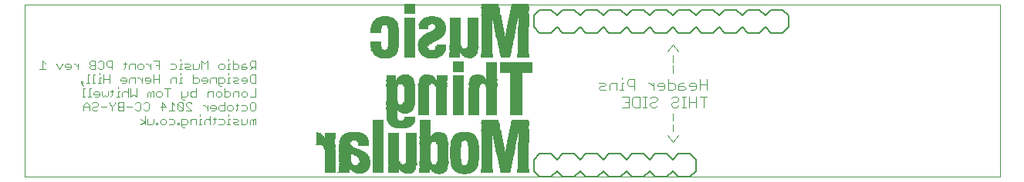
<source format=gbo>
G75*
%MOIN*%
%OFA0B0*%
%FSLAX24Y24*%
%IPPOS*%
%LPD*%
%AMOC8*
5,1,8,0,0,1.08239X$1,22.5*
%
%ADD10C,0.0010*%
%ADD11C,0.0030*%
%ADD12C,0.0040*%
%ADD13C,0.0080*%
%ADD14R,0.0182X0.0008*%
%ADD15R,0.0122X0.0008*%
%ADD16R,0.0312X0.0008*%
%ADD17R,0.0205X0.0008*%
%ADD18R,0.0395X0.0008*%
%ADD19R,0.0258X0.0008*%
%ADD20R,0.0129X0.0008*%
%ADD21R,0.0137X0.0008*%
%ADD22R,0.0456X0.0008*%
%ADD23R,0.0304X0.0008*%
%ADD24R,0.0220X0.0008*%
%ADD25R,0.0228X0.0008*%
%ADD26R,0.0509X0.0008*%
%ADD27R,0.0342X0.0008*%
%ADD28R,0.0274X0.0008*%
%ADD29R,0.0296X0.0008*%
%ADD30R,0.0555X0.0008*%
%ADD31R,0.0372X0.0008*%
%ADD32R,0.0319X0.0008*%
%ADD33R,0.0342X0.0008*%
%ADD34R,0.0502X0.0008*%
%ADD35R,0.0410X0.0008*%
%ADD36R,0.0593X0.0008*%
%ADD37R,0.0403X0.0008*%
%ADD38R,0.0441X0.0008*%
%ADD39R,0.0357X0.0008*%
%ADD40R,0.0448X0.0008*%
%ADD41R,0.0479X0.0008*%
%ADD42R,0.0388X0.0008*%
%ADD43R,0.0502X0.0008*%
%ADD44R,0.0502X0.0008*%
%ADD45R,0.0410X0.0008*%
%ADD46R,0.0631X0.0008*%
%ADD47R,0.0433X0.0008*%
%ADD48R,0.0441X0.0008*%
%ADD49R,0.0388X0.0008*%
%ADD50R,0.0448X0.0008*%
%ADD51R,0.0479X0.0008*%
%ADD52R,0.0426X0.0008*%
%ADD53R,0.0494X0.0008*%
%ADD54R,0.0669X0.0008*%
%ADD55R,0.0464X0.0008*%
%ADD56R,0.0418X0.0008*%
%ADD57R,0.0426X0.0008*%
%ADD58R,0.0692X0.0008*%
%ADD59R,0.0448X0.0008*%
%ADD60R,0.0486X0.0008*%
%ADD61R,0.0494X0.0008*%
%ADD62R,0.0722X0.0008*%
%ADD63R,0.0471X0.0008*%
%ADD64R,0.0745X0.0008*%
%ADD65R,0.0524X0.0008*%
%ADD66R,0.0486X0.0008*%
%ADD67R,0.0540X0.0008*%
%ADD68R,0.0775X0.0008*%
%ADD69R,0.0509X0.0008*%
%ADD70R,0.0486X0.0008*%
%ADD71R,0.0790X0.0008*%
%ADD72R,0.0555X0.0008*%
%ADD73R,0.0532X0.0008*%
%ADD74R,0.0585X0.0008*%
%ADD75R,0.0486X0.0008*%
%ADD76R,0.0813X0.0008*%
%ADD77R,0.0578X0.0008*%
%ADD78R,0.0547X0.0008*%
%ADD79R,0.0608X0.0008*%
%ADD80R,0.0836X0.0008*%
%ADD81R,0.0593X0.0008*%
%ADD82R,0.0555X0.0008*%
%ADD83R,0.0623X0.0008*%
%ADD84R,0.0851X0.0008*%
%ADD85R,0.0608X0.0008*%
%ADD86R,0.0578X0.0008*%
%ADD87R,0.0646X0.0008*%
%ADD88R,0.0866X0.0008*%
%ADD89R,0.0661X0.0008*%
%ADD90R,0.0456X0.0008*%
%ADD91R,0.0882X0.0008*%
%ADD92R,0.0638X0.0008*%
%ADD93R,0.0608X0.0008*%
%ADD94R,0.0676X0.0008*%
%ADD95R,0.0897X0.0008*%
%ADD96R,0.0646X0.0008*%
%ADD97R,0.0692X0.0008*%
%ADD98R,0.0456X0.0008*%
%ADD99R,0.0912X0.0008*%
%ADD100R,0.0654X0.0008*%
%ADD101R,0.0631X0.0008*%
%ADD102R,0.0714X0.0008*%
%ADD103R,0.0927X0.0008*%
%ADD104R,0.0669X0.0008*%
%ADD105R,0.0730X0.0008*%
%ADD106R,0.0942X0.0008*%
%ADD107R,0.0684X0.0008*%
%ADD108R,0.0654X0.0008*%
%ADD109R,0.0737X0.0008*%
%ADD110R,0.0471X0.0008*%
%ADD111R,0.0958X0.0008*%
%ADD112R,0.0692X0.0008*%
%ADD113R,0.0661X0.0008*%
%ADD114R,0.0752X0.0008*%
%ADD115R,0.0973X0.0008*%
%ADD116R,0.0699X0.0008*%
%ADD117R,0.0768X0.0008*%
%ADD118R,0.0980X0.0008*%
%ADD119R,0.0714X0.0008*%
%ADD120R,0.0783X0.0008*%
%ADD121R,0.0988X0.0008*%
%ADD122R,0.0722X0.0008*%
%ADD123R,0.0699X0.0008*%
%ADD124R,0.1277X0.0008*%
%ADD125R,0.1003X0.0008*%
%ADD126R,0.0737X0.0008*%
%ADD127R,0.0707X0.0008*%
%ADD128R,0.1284X0.0008*%
%ADD129R,0.1011X0.0008*%
%ADD130R,0.0714X0.0008*%
%ADD131R,0.1284X0.0008*%
%ADD132R,0.1018X0.0008*%
%ADD133R,0.0745X0.0008*%
%ADD134R,0.1292X0.0008*%
%ADD135R,0.1034X0.0008*%
%ADD136R,0.0752X0.0008*%
%ADD137R,0.1034X0.0008*%
%ADD138R,0.1201X0.0008*%
%ADD139R,0.0737X0.0008*%
%ADD140R,0.1300X0.0008*%
%ADD141R,0.1049X0.0008*%
%ADD142R,0.1208X0.0008*%
%ADD143R,0.1292X0.0008*%
%ADD144R,0.0502X0.0008*%
%ADD145R,0.1056X0.0008*%
%ADD146R,0.1300X0.0008*%
%ADD147R,0.1064X0.0008*%
%ADD148R,0.1208X0.0008*%
%ADD149R,0.1072X0.0008*%
%ADD150R,0.1216X0.0008*%
%ADD151R,0.1307X0.0008*%
%ADD152R,0.1079X0.0008*%
%ADD153R,0.0517X0.0008*%
%ADD154R,0.1087X0.0008*%
%ADD155R,0.1216X0.0008*%
%ADD156R,0.1315X0.0008*%
%ADD157R,0.0517X0.0008*%
%ADD158R,0.1094X0.0008*%
%ADD159R,0.1224X0.0008*%
%ADD160R,0.1216X0.0008*%
%ADD161R,0.1315X0.0008*%
%ADD162R,0.1094X0.0008*%
%ADD163R,0.1224X0.0008*%
%ADD164R,0.1110X0.0008*%
%ADD165R,0.1322X0.0008*%
%ADD166R,0.1110X0.0008*%
%ADD167R,0.1231X0.0008*%
%ADD168R,0.1322X0.0008*%
%ADD169R,0.0532X0.0008*%
%ADD170R,0.1117X0.0008*%
%ADD171R,0.1231X0.0008*%
%ADD172R,0.1125X0.0008*%
%ADD173R,0.1330X0.0008*%
%ADD174R,0.1140X0.0008*%
%ADD175R,0.1322X0.0008*%
%ADD176R,0.1140X0.0008*%
%ADD177R,0.1239X0.0008*%
%ADD178R,0.1322X0.0008*%
%ADD179R,0.0547X0.0008*%
%ADD180R,0.0524X0.0008*%
%ADD181R,0.0524X0.0008*%
%ADD182R,0.1239X0.0008*%
%ADD183R,0.1330X0.0008*%
%ADD184R,0.0562X0.0008*%
%ADD185R,0.0562X0.0008*%
%ADD186R,0.0600X0.0008*%
%ADD187R,0.0540X0.0008*%
%ADD188R,0.0562X0.0008*%
%ADD189R,0.0616X0.0008*%
%ADD190R,0.0585X0.0008*%
%ADD191R,0.0479X0.0008*%
%ADD192R,0.0547X0.0008*%
%ADD193R,0.0540X0.0008*%
%ADD194R,0.0517X0.0008*%
%ADD195R,0.0570X0.0008*%
%ADD196R,0.0479X0.0008*%
%ADD197R,0.0517X0.0008*%
%ADD198R,0.0562X0.0008*%
%ADD199R,0.0578X0.0008*%
%ADD200R,0.0524X0.0008*%
%ADD201R,0.0471X0.0008*%
%ADD202R,0.0532X0.0008*%
%ADD203R,0.0471X0.0008*%
%ADD204R,0.0509X0.0008*%
%ADD205R,0.0509X0.0008*%
%ADD206R,0.0623X0.0008*%
%ADD207R,0.0623X0.0008*%
%ADD208R,0.0638X0.0008*%
%ADD209R,0.0669X0.0008*%
%ADD210R,0.0684X0.0008*%
%ADD211R,0.0684X0.0008*%
%ADD212R,0.0494X0.0008*%
%ADD213R,0.0699X0.0008*%
%ADD214R,0.0540X0.0008*%
%ADD215R,0.0730X0.0008*%
%ADD216R,0.0730X0.0008*%
%ADD217R,0.0570X0.0008*%
%ADD218R,0.0600X0.0008*%
%ADD219R,0.0365X0.0008*%
%ADD220R,0.0365X0.0008*%
%ADD221R,0.0669X0.0008*%
%ADD222R,0.1186X0.0008*%
%ADD223R,0.1178X0.0008*%
%ADD224R,0.0372X0.0008*%
%ADD225R,0.1163X0.0008*%
%ADD226R,0.1155X0.0008*%
%ADD227R,0.1148X0.0008*%
%ADD228R,0.0365X0.0008*%
%ADD229R,0.0372X0.0008*%
%ADD230R,0.1125X0.0008*%
%ADD231R,0.0372X0.0008*%
%ADD232R,0.1102X0.0008*%
%ADD233R,0.0380X0.0008*%
%ADD234R,0.1041X0.0008*%
%ADD235R,0.1026X0.0008*%
%ADD236R,0.0996X0.0008*%
%ADD237R,0.0380X0.0008*%
%ADD238R,0.0980X0.0008*%
%ADD239R,0.0965X0.0008*%
%ADD240R,0.0950X0.0008*%
%ADD241R,0.0927X0.0008*%
%ADD242R,0.0912X0.0008*%
%ADD243R,0.0889X0.0008*%
%ADD244R,0.0828X0.0008*%
%ADD245R,0.0806X0.0008*%
%ADD246R,0.0783X0.0008*%
%ADD247R,0.0388X0.0008*%
%ADD248R,0.0388X0.0008*%
%ADD249R,0.0638X0.0008*%
%ADD250R,0.0616X0.0008*%
%ADD251R,0.0395X0.0008*%
%ADD252R,0.0395X0.0008*%
%ADD253R,0.0494X0.0008*%
%ADD254R,0.0578X0.0008*%
%ADD255R,0.0023X0.0008*%
%ADD256R,0.0638X0.0008*%
%ADD257R,0.0076X0.0008*%
%ADD258R,0.0403X0.0008*%
%ADD259R,0.0395X0.0008*%
%ADD260R,0.0828X0.0008*%
%ADD261R,0.0403X0.0008*%
%ADD262R,0.0403X0.0008*%
%ADD263R,0.0464X0.0008*%
%ADD264R,0.0555X0.0008*%
%ADD265R,0.0585X0.0008*%
%ADD266R,0.0532X0.0008*%
%ADD267R,0.1216X0.0008*%
%ADD268R,0.1132X0.0008*%
%ADD269R,0.1117X0.0008*%
%ADD270R,0.1201X0.0008*%
%ADD271R,0.1208X0.0008*%
%ADD272R,0.1201X0.0008*%
%ADD273R,0.1193X0.0008*%
%ADD274R,0.1193X0.0008*%
%ADD275R,0.1186X0.0008*%
%ADD276R,0.1064X0.0008*%
%ADD277R,0.1186X0.0008*%
%ADD278R,0.1163X0.0008*%
%ADD279R,0.1155X0.0008*%
%ADD280R,0.0350X0.0008*%
%ADD281R,0.1011X0.0008*%
%ADD282R,0.1178X0.0008*%
%ADD283R,0.1125X0.0008*%
%ADD284R,0.0342X0.0008*%
%ADD285R,0.1003X0.0008*%
%ADD286R,0.1170X0.0008*%
%ADD287R,0.0334X0.0008*%
%ADD288R,0.0327X0.0008*%
%ADD289R,0.0676X0.0008*%
%ADD290R,0.0973X0.0008*%
%ADD291R,0.1079X0.0008*%
%ADD292R,0.0312X0.0008*%
%ADD293R,0.0958X0.0008*%
%ADD294R,0.1041X0.0008*%
%ADD295R,0.0296X0.0008*%
%ADD296R,0.0912X0.0008*%
%ADD297R,0.0289X0.0008*%
%ADD298R,0.0281X0.0008*%
%ADD299R,0.0988X0.0008*%
%ADD300R,0.0456X0.0008*%
%ADD301R,0.0866X0.0008*%
%ADD302R,0.0266X0.0008*%
%ADD303R,0.0851X0.0008*%
%ADD304R,0.0258X0.0008*%
%ADD305R,0.0935X0.0008*%
%ADD306R,0.0243X0.0008*%
%ADD307R,0.0806X0.0008*%
%ADD308R,0.0912X0.0008*%
%ADD309R,0.0236X0.0008*%
%ADD310R,0.0790X0.0008*%
%ADD311R,0.0859X0.0008*%
%ADD312R,0.0213X0.0008*%
%ADD313R,0.0844X0.0008*%
%ADD314R,0.0813X0.0008*%
%ADD315R,0.0190X0.0008*%
%ADD316R,0.0692X0.0008*%
%ADD317R,0.0783X0.0008*%
%ADD318R,0.0182X0.0008*%
%ADD319R,0.0167X0.0008*%
%ADD320R,0.0410X0.0008*%
%ADD321R,0.0707X0.0008*%
%ADD322R,0.0152X0.0008*%
%ADD323R,0.0137X0.0008*%
%ADD324R,0.0350X0.0008*%
%ADD325R,0.0114X0.0008*%
%ADD326R,0.0319X0.0008*%
%ADD327R,0.0091X0.0008*%
%ADD328R,0.0266X0.0008*%
%ADD329R,0.0068X0.0008*%
%ADD330R,0.0213X0.0008*%
%ADD331R,0.0441X0.0008*%
%ADD332R,0.0030X0.0008*%
%ADD333R,0.0859X0.0008*%
%ADD334R,0.0851X0.0008*%
%ADD335R,0.0129X0.0008*%
%ADD336R,0.0859X0.0008*%
%ADD337R,0.0851X0.0008*%
%ADD338R,0.0844X0.0008*%
%ADD339R,0.0836X0.0008*%
%ADD340R,0.0828X0.0008*%
%ADD341R,0.0828X0.0008*%
%ADD342R,0.0821X0.0008*%
%ADD343R,0.0821X0.0008*%
%ADD344R,0.0198X0.0008*%
%ADD345R,0.0798X0.0008*%
%ADD346R,0.0798X0.0008*%
%ADD347R,0.0775X0.0008*%
%ADD348R,0.0874X0.0008*%
%ADD349R,0.0920X0.0008*%
%ADD350R,0.0935X0.0008*%
%ADD351R,0.0965X0.0008*%
%ADD352R,0.0980X0.0008*%
%ADD353R,0.0996X0.0008*%
%ADD354R,0.0775X0.0008*%
%ADD355R,0.1034X0.0008*%
%ADD356R,0.1079X0.0008*%
%ADD357R,0.0768X0.0008*%
%ADD358R,0.1087X0.0008*%
%ADD359R,0.1094X0.0008*%
%ADD360R,0.0760X0.0008*%
%ADD361R,0.1132X0.0008*%
%ADD362R,0.0760X0.0008*%
%ADD363R,0.1148X0.0008*%
%ADD364R,0.1170X0.0008*%
%ADD365R,0.1178X0.0008*%
%ADD366R,0.0745X0.0008*%
%ADD367R,0.0547X0.0008*%
%ADD368R,0.0106X0.0008*%
%ADD369R,0.0198X0.0008*%
%ADD370R,0.0289X0.0008*%
%ADD371R,0.0327X0.0008*%
%ADD372R,0.0357X0.0008*%
%ADD373R,0.0418X0.0008*%
%ADD374R,0.0433X0.0008*%
%ADD375R,0.0585X0.0008*%
%ADD376R,0.0661X0.0008*%
%ADD377R,0.1155X0.0008*%
%ADD378R,0.1170X0.0008*%
%ADD379R,0.1178X0.0008*%
%ADD380R,0.1186X0.0008*%
%ADD381R,0.1201X0.0008*%
%ADD382R,0.1224X0.0008*%
%ADD383R,0.1224X0.0008*%
%ADD384R,0.1231X0.0008*%
%ADD385R,0.1231X0.0008*%
%ADD386R,0.1239X0.0008*%
%ADD387R,0.0600X0.0008*%
%ADD388R,0.1239X0.0008*%
%ADD389R,0.1208X0.0008*%
%ADD390R,0.0737X0.0008*%
%ADD391R,0.0752X0.0008*%
%ADD392R,0.0730X0.0008*%
%ADD393R,0.0699X0.0008*%
%ADD394R,0.0661X0.0008*%
%ADD395R,0.0616X0.0008*%
%ADD396R,0.0623X0.0008*%
%ADD397R,0.0418X0.0008*%
%ADD398R,0.0410X0.0008*%
%ADD399R,0.0274X0.0008*%
%ADD400R,0.0289X0.0008*%
%ADD401R,0.0220X0.0008*%
%ADD402R,0.0251X0.0008*%
%ADD403R,0.0129X0.0008*%
%ADD404R,0.0190X0.0008*%
%ADD405R,0.0114X0.0008*%
%ADD406R,0.1414X0.0008*%
%ADD407R,0.1414X0.0008*%
%ADD408R,0.0220X0.0008*%
%ADD409R,0.0357X0.0008*%
%ADD410R,0.0722X0.0008*%
%ADD411R,0.0882X0.0008*%
%ADD412R,0.0904X0.0008*%
%ADD413R,0.0646X0.0008*%
%ADD414R,0.0676X0.0008*%
%ADD415R,0.1026X0.0008*%
%ADD416R,0.1018X0.0008*%
%ADD417R,0.1018X0.0008*%
%ADD418R,0.1041X0.0008*%
%ADD419R,0.1056X0.0008*%
%ADD420R,0.1049X0.0008*%
%ADD421R,0.1102X0.0008*%
%ADD422R,0.1102X0.0008*%
%ADD423R,0.1117X0.0008*%
%ADD424R,0.1132X0.0008*%
%ADD425R,0.1125X0.0008*%
%ADD426R,0.0616X0.0008*%
%ADD427R,0.0593X0.0008*%
%ADD428R,0.0448X0.0008*%
%ADD429R,0.0426X0.0008*%
%ADD430R,0.0441X0.0008*%
%ADD431R,0.0426X0.0008*%
%ADD432R,0.0714X0.0008*%
%ADD433R,0.0752X0.0008*%
%ADD434R,0.0775X0.0008*%
%ADD435R,0.0889X0.0008*%
%ADD436R,0.0882X0.0008*%
%ADD437R,0.0874X0.0008*%
%ADD438R,0.0866X0.0008*%
%ADD439R,0.0798X0.0008*%
%ADD440R,0.0654X0.0008*%
%ADD441R,0.0608X0.0008*%
%ADD442R,0.0418X0.0008*%
%ADD443R,0.0433X0.0008*%
%ADD444R,0.0433X0.0008*%
%ADD445R,0.0464X0.0008*%
%ADD446R,0.1094X0.0008*%
%ADD447R,0.1034X0.0008*%
%ADD448R,0.0973X0.0008*%
%ADD449R,0.0965X0.0008*%
%ADD450R,0.0904X0.0008*%
%ADD451R,0.0821X0.0008*%
%ADD452R,0.0798X0.0008*%
D10*
X007994Y004807D02*
X050120Y004807D01*
X050120Y012287D01*
X007994Y012287D01*
X007994Y004807D01*
D11*
X013005Y007072D02*
X013191Y007195D01*
X013005Y007319D01*
X013191Y007442D02*
X013191Y007072D01*
X013312Y007072D02*
X013312Y007319D01*
X013559Y007319D02*
X013559Y007133D01*
X013497Y007072D01*
X013312Y007072D01*
X013681Y007072D02*
X013743Y007072D01*
X013743Y007133D01*
X013681Y007133D01*
X013681Y007072D01*
X013865Y007133D02*
X013865Y007257D01*
X013926Y007319D01*
X014050Y007319D01*
X014111Y007257D01*
X014111Y007133D01*
X014050Y007072D01*
X013926Y007072D01*
X013865Y007133D01*
X014233Y007072D02*
X014418Y007072D01*
X014480Y007133D01*
X014480Y007257D01*
X014418Y007319D01*
X014233Y007319D01*
X014602Y007133D02*
X014602Y007072D01*
X014664Y007072D01*
X014664Y007133D01*
X014602Y007133D01*
X014785Y007072D02*
X014970Y007072D01*
X015032Y007133D01*
X015032Y007257D01*
X014970Y007319D01*
X014785Y007319D01*
X014785Y007010D01*
X014847Y006948D01*
X014909Y006948D01*
X015154Y007072D02*
X015154Y007257D01*
X015215Y007319D01*
X015401Y007319D01*
X015401Y007072D01*
X015523Y007072D02*
X015646Y007072D01*
X015584Y007072D02*
X015584Y007319D01*
X015646Y007319D01*
X015767Y007257D02*
X015767Y007072D01*
X016014Y007072D02*
X016014Y007442D01*
X015953Y007319D02*
X015829Y007319D01*
X015767Y007257D01*
X015953Y007319D02*
X016014Y007257D01*
X016136Y007319D02*
X016260Y007319D01*
X016198Y007380D02*
X016198Y007133D01*
X016136Y007072D01*
X016381Y007072D02*
X016566Y007072D01*
X016628Y007133D01*
X016628Y007257D01*
X016566Y007319D01*
X016381Y007319D01*
X016812Y007319D02*
X016812Y007072D01*
X016874Y007072D02*
X016750Y007072D01*
X016995Y007133D02*
X017057Y007072D01*
X017242Y007072D01*
X017364Y007072D02*
X017364Y007319D01*
X017242Y007257D02*
X017180Y007319D01*
X016995Y007319D01*
X016874Y007319D02*
X016812Y007319D01*
X016812Y007442D02*
X016812Y007504D01*
X016811Y007672D02*
X016750Y007733D01*
X016750Y007857D01*
X016811Y007919D01*
X016935Y007919D01*
X016997Y007857D01*
X016997Y007733D01*
X016935Y007672D01*
X016811Y007672D01*
X016628Y007672D02*
X016443Y007672D01*
X016381Y007733D01*
X016381Y007857D01*
X016443Y007919D01*
X016628Y007919D01*
X016628Y008042D02*
X016628Y007672D01*
X016260Y007733D02*
X016260Y007857D01*
X016198Y007919D01*
X016075Y007919D01*
X016013Y007857D01*
X016013Y007795D01*
X016260Y007795D01*
X016260Y007733D02*
X016198Y007672D01*
X016075Y007672D01*
X015892Y007672D02*
X015892Y007919D01*
X015768Y007919D02*
X015706Y007919D01*
X015768Y007919D02*
X015892Y007795D01*
X015216Y007672D02*
X014969Y007919D01*
X014969Y007980D01*
X015031Y008042D01*
X015155Y008042D01*
X015216Y007980D01*
X014909Y008148D02*
X014847Y008148D01*
X014785Y008210D01*
X014785Y008519D01*
X015032Y008519D02*
X015032Y008333D01*
X014970Y008272D01*
X014785Y008272D01*
X015154Y008333D02*
X015154Y008457D01*
X015215Y008519D01*
X015400Y008519D01*
X015400Y008642D02*
X015400Y008272D01*
X015215Y008272D01*
X015154Y008333D01*
X015890Y008272D02*
X015890Y008457D01*
X015952Y008519D01*
X016137Y008519D01*
X016137Y008272D01*
X016259Y008333D02*
X016259Y008457D01*
X016320Y008519D01*
X016444Y008519D01*
X016505Y008457D01*
X016505Y008333D01*
X016444Y008272D01*
X016320Y008272D01*
X016259Y008333D01*
X016627Y008272D02*
X016812Y008272D01*
X016874Y008333D01*
X016874Y008457D01*
X016812Y008519D01*
X016627Y008519D01*
X016627Y008642D02*
X016627Y008272D01*
X016995Y008272D02*
X016995Y008457D01*
X017057Y008519D01*
X017242Y008519D01*
X017242Y008272D01*
X017364Y008333D02*
X017364Y008457D01*
X017425Y008519D01*
X017549Y008519D01*
X017610Y008457D01*
X017610Y008333D01*
X017549Y008272D01*
X017425Y008272D01*
X017364Y008333D01*
X017732Y008272D02*
X017979Y008272D01*
X017979Y008642D01*
X017979Y008872D02*
X017794Y008872D01*
X017732Y008933D01*
X017732Y009180D01*
X017794Y009242D01*
X017979Y009242D01*
X017979Y008872D01*
X017610Y008933D02*
X017610Y009057D01*
X017549Y009119D01*
X017425Y009119D01*
X017364Y009057D01*
X017364Y008995D01*
X017610Y008995D01*
X017610Y008933D02*
X017549Y008872D01*
X017425Y008872D01*
X017242Y008872D02*
X017057Y008872D01*
X016995Y008933D01*
X017057Y008995D01*
X017180Y008995D01*
X017242Y009057D01*
X017180Y009119D01*
X016995Y009119D01*
X016874Y009119D02*
X016812Y009119D01*
X016812Y008872D01*
X016874Y008872D02*
X016750Y008872D01*
X016628Y008933D02*
X016566Y008872D01*
X016381Y008872D01*
X016381Y008810D02*
X016381Y009119D01*
X016566Y009119D01*
X016628Y009057D01*
X016628Y008933D01*
X016505Y008748D02*
X016443Y008748D01*
X016381Y008810D01*
X016260Y008872D02*
X016260Y009119D01*
X016075Y009119D01*
X016013Y009057D01*
X016013Y008872D01*
X015892Y008933D02*
X015830Y008872D01*
X015706Y008872D01*
X015645Y008995D02*
X015892Y008995D01*
X015892Y008933D02*
X015892Y009057D01*
X015830Y009119D01*
X015706Y009119D01*
X015645Y009057D01*
X015645Y008995D01*
X015523Y008933D02*
X015523Y009057D01*
X015462Y009119D01*
X015276Y009119D01*
X015276Y009242D02*
X015276Y008872D01*
X015462Y008872D01*
X015523Y008933D01*
X014787Y008872D02*
X014663Y008872D01*
X014725Y008872D02*
X014725Y009119D01*
X014787Y009119D01*
X014725Y009242D02*
X014725Y009304D01*
X014725Y009472D02*
X014725Y009719D01*
X014787Y009719D01*
X014908Y009719D02*
X015093Y009719D01*
X015155Y009657D01*
X015093Y009595D01*
X014970Y009595D01*
X014908Y009533D01*
X014970Y009472D01*
X015155Y009472D01*
X015276Y009472D02*
X015276Y009719D01*
X015523Y009719D02*
X015523Y009533D01*
X015462Y009472D01*
X015276Y009472D01*
X015645Y009472D02*
X015645Y009842D01*
X015768Y009719D01*
X015892Y009842D01*
X015892Y009472D01*
X016381Y009533D02*
X016381Y009657D01*
X016443Y009719D01*
X016566Y009719D01*
X016628Y009657D01*
X016628Y009533D01*
X016566Y009472D01*
X016443Y009472D01*
X016381Y009533D01*
X016750Y009472D02*
X016874Y009472D01*
X016812Y009472D02*
X016812Y009719D01*
X016874Y009719D01*
X016995Y009719D02*
X017180Y009719D01*
X017242Y009657D01*
X017242Y009533D01*
X017180Y009472D01*
X016995Y009472D01*
X016995Y009842D01*
X016812Y009842D02*
X016812Y009904D01*
X017364Y009657D02*
X017364Y009472D01*
X017549Y009472D01*
X017610Y009533D01*
X017549Y009595D01*
X017364Y009595D01*
X017364Y009657D02*
X017425Y009719D01*
X017549Y009719D01*
X017732Y009780D02*
X017732Y009657D01*
X017794Y009595D01*
X017979Y009595D01*
X017979Y009472D02*
X017979Y009842D01*
X017794Y009842D01*
X017732Y009780D01*
X017855Y009595D02*
X017732Y009472D01*
X016812Y009304D02*
X016812Y009242D01*
X014787Y009472D02*
X014663Y009472D01*
X014541Y009533D02*
X014479Y009472D01*
X014294Y009472D01*
X014294Y009719D02*
X014479Y009719D01*
X014541Y009657D01*
X014541Y009533D01*
X014725Y009842D02*
X014725Y009904D01*
X013804Y009842D02*
X013558Y009842D01*
X013436Y009719D02*
X013436Y009472D01*
X013436Y009595D02*
X013313Y009719D01*
X013251Y009719D01*
X013129Y009657D02*
X013129Y009533D01*
X013068Y009472D01*
X012944Y009472D01*
X012882Y009533D01*
X012882Y009657D01*
X012944Y009719D01*
X013068Y009719D01*
X013129Y009657D01*
X012761Y009719D02*
X012576Y009719D01*
X012514Y009657D01*
X012514Y009472D01*
X012331Y009533D02*
X012269Y009472D01*
X012331Y009533D02*
X012331Y009780D01*
X012393Y009719D02*
X012269Y009719D01*
X012761Y009719D02*
X012761Y009472D01*
X013558Y009242D02*
X013558Y008872D01*
X013436Y008933D02*
X013374Y008872D01*
X013251Y008872D01*
X013189Y008995D02*
X013436Y008995D01*
X013436Y008933D02*
X013436Y009057D01*
X013374Y009119D01*
X013251Y009119D01*
X013189Y009057D01*
X013189Y008995D01*
X013068Y008995D02*
X012944Y009119D01*
X012883Y009119D01*
X012761Y009119D02*
X012576Y009119D01*
X012514Y009057D01*
X012514Y008872D01*
X012393Y008933D02*
X012331Y008872D01*
X012207Y008872D01*
X012146Y008995D02*
X012393Y008995D01*
X012393Y008933D02*
X012393Y009057D01*
X012331Y009119D01*
X012207Y009119D01*
X012146Y009057D01*
X012146Y008995D01*
X011656Y009057D02*
X011409Y009057D01*
X011288Y009119D02*
X011226Y009119D01*
X011226Y008872D01*
X011288Y008872D02*
X011164Y008872D01*
X011042Y008872D02*
X010919Y008872D01*
X010980Y008872D02*
X010980Y009242D01*
X011042Y009242D01*
X011226Y009242D02*
X011226Y009304D01*
X011225Y009472D02*
X011164Y009533D01*
X011225Y009472D02*
X011349Y009472D01*
X011410Y009533D01*
X011410Y009780D01*
X011349Y009842D01*
X011225Y009842D01*
X011164Y009780D01*
X011042Y009842D02*
X010857Y009842D01*
X010795Y009780D01*
X010795Y009719D01*
X010857Y009657D01*
X011042Y009657D01*
X011042Y009472D02*
X011042Y009842D01*
X010857Y009657D02*
X010795Y009595D01*
X010795Y009533D01*
X010857Y009472D01*
X011042Y009472D01*
X010797Y009242D02*
X010735Y009242D01*
X010735Y008872D01*
X010797Y008872D02*
X010673Y008872D01*
X010551Y008748D02*
X010428Y008872D01*
X010489Y008872D01*
X010489Y008933D01*
X010428Y008933D01*
X010428Y008872D01*
X010551Y008642D02*
X010551Y008272D01*
X010612Y008272D02*
X010489Y008272D01*
X010735Y008272D02*
X010858Y008272D01*
X010796Y008272D02*
X010796Y008642D01*
X010858Y008642D01*
X011041Y008519D02*
X010979Y008457D01*
X010979Y008395D01*
X011226Y008395D01*
X011226Y008333D02*
X011226Y008457D01*
X011165Y008519D01*
X011041Y008519D01*
X011041Y008272D02*
X011165Y008272D01*
X011226Y008333D01*
X011348Y008333D02*
X011348Y008519D01*
X011348Y008333D02*
X011409Y008272D01*
X011471Y008333D01*
X011533Y008272D01*
X011595Y008333D01*
X011595Y008519D01*
X011717Y008519D02*
X011840Y008519D01*
X011778Y008580D02*
X011778Y008333D01*
X011717Y008272D01*
X011962Y008272D02*
X012086Y008272D01*
X012024Y008272D02*
X012024Y008519D01*
X012086Y008519D01*
X012207Y008457D02*
X012207Y008272D01*
X012207Y008457D02*
X012269Y008519D01*
X012392Y008519D01*
X012454Y008457D01*
X012454Y008642D02*
X012454Y008272D01*
X012575Y008272D02*
X012575Y008642D01*
X012822Y008642D02*
X012822Y008272D01*
X012699Y008395D01*
X012575Y008272D01*
X012821Y008042D02*
X012945Y008042D01*
X013006Y007980D01*
X013006Y007733D01*
X012945Y007672D01*
X012821Y007672D01*
X012760Y007733D01*
X012638Y007857D02*
X012391Y007857D01*
X012270Y007857D02*
X012085Y007857D01*
X012023Y007795D01*
X012023Y007733D01*
X012085Y007672D01*
X012270Y007672D01*
X012270Y008042D01*
X012085Y008042D01*
X012023Y007980D01*
X012023Y007919D01*
X012085Y007857D01*
X011902Y007980D02*
X011778Y007857D01*
X011778Y007672D01*
X011778Y007857D02*
X011655Y007980D01*
X011655Y008042D01*
X011533Y007857D02*
X011286Y007857D01*
X011165Y007919D02*
X011103Y007857D01*
X010980Y007857D01*
X010918Y007795D01*
X010918Y007733D01*
X010980Y007672D01*
X011103Y007672D01*
X011165Y007733D01*
X010797Y007672D02*
X010797Y007919D01*
X010673Y008042D01*
X010550Y007919D01*
X010550Y007672D01*
X010550Y007857D02*
X010797Y007857D01*
X010918Y007980D02*
X010980Y008042D01*
X011103Y008042D01*
X011165Y007980D01*
X011165Y007919D01*
X011902Y007980D02*
X011902Y008042D01*
X012760Y007980D02*
X012821Y008042D01*
X013128Y007980D02*
X013190Y008042D01*
X013313Y008042D01*
X013375Y007980D01*
X013375Y007733D01*
X013313Y007672D01*
X013190Y007672D01*
X013128Y007733D01*
X013865Y007857D02*
X014111Y007857D01*
X013926Y008042D01*
X013926Y007672D01*
X014233Y007672D02*
X014480Y007672D01*
X014356Y007672D02*
X014356Y008042D01*
X014480Y007919D01*
X014601Y007980D02*
X014848Y007733D01*
X014786Y007672D01*
X014663Y007672D01*
X014601Y007733D01*
X014601Y007980D01*
X014663Y008042D01*
X014786Y008042D01*
X014848Y007980D01*
X014848Y007733D01*
X014969Y007672D02*
X015216Y007672D01*
X015584Y007504D02*
X015584Y007442D01*
X016995Y007133D02*
X017057Y007195D01*
X017180Y007195D01*
X017242Y007257D01*
X017549Y007072D02*
X017610Y007133D01*
X017610Y007319D01*
X017732Y007257D02*
X017732Y007072D01*
X017855Y007072D02*
X017855Y007257D01*
X017794Y007319D01*
X017732Y007257D01*
X017855Y007257D02*
X017917Y007319D01*
X017979Y007319D01*
X017979Y007072D01*
X017549Y007072D02*
X017364Y007072D01*
X017364Y007672D02*
X017549Y007672D01*
X017610Y007733D01*
X017610Y007857D01*
X017549Y007919D01*
X017364Y007919D01*
X017242Y007919D02*
X017119Y007919D01*
X017180Y007980D02*
X017180Y007733D01*
X017119Y007672D01*
X017732Y007733D02*
X017732Y007980D01*
X017794Y008042D01*
X017917Y008042D01*
X017979Y007980D01*
X017979Y007733D01*
X017917Y007672D01*
X017794Y007672D01*
X017732Y007733D01*
X014541Y008872D02*
X014541Y009119D01*
X014356Y009119D01*
X014294Y009057D01*
X014294Y008872D01*
X014296Y008642D02*
X014049Y008642D01*
X014172Y008642D02*
X014172Y008272D01*
X013927Y008333D02*
X013866Y008272D01*
X013742Y008272D01*
X013680Y008333D01*
X013680Y008457D01*
X013742Y008519D01*
X013866Y008519D01*
X013927Y008457D01*
X013927Y008333D01*
X013559Y008272D02*
X013559Y008519D01*
X013497Y008519D01*
X013435Y008457D01*
X013374Y008519D01*
X013312Y008457D01*
X013312Y008272D01*
X013435Y008272D02*
X013435Y008457D01*
X013068Y008872D02*
X013068Y009119D01*
X012761Y009119D02*
X012761Y008872D01*
X013558Y009057D02*
X013804Y009057D01*
X013804Y008872D02*
X013804Y009242D01*
X013804Y009472D02*
X013804Y009842D01*
X013804Y009657D02*
X013681Y009657D01*
X011779Y009595D02*
X011594Y009595D01*
X011532Y009657D01*
X011532Y009780D01*
X011594Y009842D01*
X011779Y009842D01*
X011779Y009472D01*
X011656Y009242D02*
X011656Y008872D01*
X011409Y008872D02*
X011409Y009242D01*
X010305Y009472D02*
X010305Y009719D01*
X010182Y009719D02*
X010120Y009719D01*
X010182Y009719D02*
X010305Y009595D01*
X009999Y009595D02*
X009752Y009595D01*
X009752Y009657D01*
X009813Y009719D01*
X009937Y009719D01*
X009999Y009657D01*
X009999Y009533D01*
X009937Y009472D01*
X009813Y009472D01*
X009507Y009472D02*
X009383Y009719D01*
X009630Y009719D02*
X009507Y009472D01*
X008894Y009472D02*
X008647Y009472D01*
X008770Y009472D02*
X008770Y009842D01*
X008894Y009719D01*
X010551Y008642D02*
X010612Y008642D01*
X012024Y008642D02*
X012024Y008704D01*
D12*
X032793Y008653D02*
X032870Y008730D01*
X033023Y008730D01*
X033100Y008807D01*
X033023Y008884D01*
X032793Y008884D01*
X032793Y008653D02*
X032870Y008577D01*
X033100Y008577D01*
X033253Y008577D02*
X033253Y008807D01*
X033330Y008884D01*
X033560Y008884D01*
X033560Y008577D01*
X033714Y008577D02*
X033867Y008577D01*
X033791Y008577D02*
X033791Y008884D01*
X033867Y008884D01*
X033791Y009037D02*
X033791Y009114D01*
X034021Y008960D02*
X034021Y008807D01*
X034097Y008730D01*
X034328Y008730D01*
X034328Y008577D02*
X034328Y009037D01*
X034097Y009037D01*
X034021Y008960D01*
X034942Y008884D02*
X035018Y008884D01*
X035172Y008730D01*
X035325Y008730D02*
X035632Y008730D01*
X035632Y008653D02*
X035632Y008807D01*
X035555Y008884D01*
X035402Y008884D01*
X035325Y008807D01*
X035325Y008730D01*
X035402Y008577D02*
X035555Y008577D01*
X035632Y008653D01*
X035786Y008577D02*
X036016Y008577D01*
X036093Y008653D01*
X036093Y008807D01*
X036016Y008884D01*
X035786Y008884D01*
X035786Y009037D02*
X035786Y008577D01*
X036246Y008577D02*
X036246Y008807D01*
X036323Y008884D01*
X036476Y008884D01*
X036476Y008730D02*
X036246Y008730D01*
X036246Y008577D02*
X036476Y008577D01*
X036553Y008653D01*
X036476Y008730D01*
X036706Y008730D02*
X036706Y008807D01*
X036783Y008884D01*
X036937Y008884D01*
X037013Y008807D01*
X037013Y008653D01*
X036937Y008577D01*
X036783Y008577D01*
X036706Y008730D02*
X037013Y008730D01*
X037167Y008807D02*
X037474Y008807D01*
X037474Y008577D02*
X037474Y009037D01*
X037167Y009037D02*
X037167Y008577D01*
X037167Y008287D02*
X037474Y008287D01*
X037320Y008287D02*
X037320Y007827D01*
X037013Y007827D02*
X037013Y008287D01*
X036706Y008287D02*
X036706Y007827D01*
X036553Y007827D02*
X036399Y007827D01*
X036476Y007827D02*
X036476Y008287D01*
X036553Y008287D02*
X036399Y008287D01*
X036246Y008210D02*
X036169Y008287D01*
X036016Y008287D01*
X035939Y008210D01*
X036016Y008057D02*
X035939Y007980D01*
X035939Y007903D01*
X036016Y007827D01*
X036169Y007827D01*
X036246Y007903D01*
X036169Y008057D02*
X036016Y008057D01*
X036169Y008057D02*
X036246Y008134D01*
X036246Y008210D01*
X036706Y008057D02*
X037013Y008057D01*
X035994Y007537D02*
X035994Y007230D01*
X035994Y007076D02*
X035994Y006769D01*
X036224Y006616D02*
X035994Y006309D01*
X035763Y006616D01*
X035248Y007827D02*
X035325Y007903D01*
X035248Y007827D02*
X035095Y007827D01*
X035018Y007903D01*
X035018Y007980D01*
X035095Y008057D01*
X035248Y008057D01*
X035325Y008134D01*
X035325Y008210D01*
X035248Y008287D01*
X035095Y008287D01*
X035018Y008210D01*
X034865Y008287D02*
X034711Y008287D01*
X034788Y008287D02*
X034788Y007827D01*
X034865Y007827D02*
X034711Y007827D01*
X034558Y007827D02*
X034328Y007827D01*
X034251Y007903D01*
X034251Y008210D01*
X034328Y008287D01*
X034558Y008287D01*
X034558Y007827D01*
X034097Y007827D02*
X033791Y007827D01*
X033944Y008057D02*
X034097Y008057D01*
X034097Y008287D02*
X034097Y007827D01*
X034097Y008287D02*
X033791Y008287D01*
X035172Y008577D02*
X035172Y008884D01*
X035994Y009327D02*
X035994Y009634D01*
X035994Y009787D02*
X035994Y010094D01*
X036224Y010247D02*
X035994Y010554D01*
X035764Y010247D01*
D13*
X035744Y011057D02*
X035244Y011057D01*
X034994Y011307D01*
X034744Y011057D01*
X034244Y011057D01*
X033994Y011307D01*
X033744Y011057D01*
X033244Y011057D01*
X032994Y011307D01*
X032744Y011057D01*
X032244Y011057D01*
X031994Y011307D01*
X031744Y011057D01*
X031244Y011057D01*
X030994Y011307D01*
X030744Y011057D01*
X030244Y011057D01*
X029994Y011307D01*
X029994Y011807D01*
X030244Y012057D01*
X030744Y012057D01*
X030994Y011807D01*
X031244Y012057D01*
X031744Y012057D01*
X031994Y011807D01*
X032244Y012057D01*
X032744Y012057D01*
X032994Y011807D01*
X033244Y012057D01*
X033744Y012057D01*
X033994Y011807D01*
X034244Y012057D01*
X034744Y012057D01*
X034994Y011807D01*
X035244Y012057D01*
X035744Y012057D01*
X035994Y011807D01*
X036244Y012057D01*
X036744Y012057D01*
X036994Y011807D01*
X037244Y012057D01*
X037744Y012057D01*
X037994Y011807D01*
X038244Y012057D01*
X038744Y012057D01*
X038994Y011807D01*
X039244Y012057D01*
X039744Y012057D01*
X039994Y011807D01*
X040244Y012057D01*
X040744Y012057D01*
X040994Y011807D01*
X040994Y011307D01*
X040744Y011057D01*
X040244Y011057D01*
X039994Y011307D01*
X039744Y011057D01*
X039244Y011057D01*
X038994Y011307D01*
X038744Y011057D01*
X038244Y011057D01*
X037994Y011307D01*
X037744Y011057D01*
X037244Y011057D01*
X036994Y011307D01*
X036744Y011057D01*
X036244Y011057D01*
X035994Y011307D01*
X035744Y011057D01*
X035744Y005807D02*
X035244Y005807D01*
X034994Y005557D01*
X034744Y005807D01*
X034244Y005807D01*
X033994Y005557D01*
X033744Y005807D01*
X033244Y005807D01*
X032994Y005557D01*
X032744Y005807D01*
X032244Y005807D01*
X031994Y005557D01*
X031744Y005807D01*
X031244Y005807D01*
X030994Y005557D01*
X030744Y005807D01*
X030244Y005807D01*
X029994Y005557D01*
X029994Y005057D01*
X030244Y004807D01*
X030744Y004807D01*
X030994Y005057D01*
X031244Y004807D01*
X031744Y004807D01*
X031994Y005057D01*
X032244Y004807D01*
X032744Y004807D01*
X032994Y005057D01*
X033244Y004807D01*
X033744Y004807D01*
X033994Y005057D01*
X034244Y004807D01*
X034744Y004807D01*
X034994Y005057D01*
X035244Y004807D01*
X035744Y004807D01*
X035994Y005057D01*
X036244Y004807D01*
X036744Y004807D01*
X036994Y005057D01*
X036994Y005557D01*
X036744Y005807D01*
X036244Y005807D01*
X035994Y005557D01*
X035744Y005807D01*
D14*
X027003Y004921D03*
X027003Y006723D03*
X023553Y009937D03*
X023553Y011739D03*
X025597Y011739D03*
D15*
X025886Y004921D03*
D16*
X027007Y004929D03*
X020760Y006548D03*
X023557Y009945D03*
X023557Y011731D03*
D17*
X020707Y006639D03*
X025890Y004929D03*
D18*
X027003Y004937D03*
X028500Y006160D03*
X028478Y006297D03*
X028470Y006320D03*
X028447Y006426D03*
X028440Y006457D03*
X028440Y006487D03*
X028424Y006540D03*
X028417Y006593D03*
X028394Y006677D03*
X028394Y006700D03*
X029093Y006563D03*
X029017Y006183D03*
X029017Y006160D03*
X029010Y006130D03*
X029010Y011153D03*
X029017Y011176D03*
X029017Y011207D03*
X028500Y011176D03*
X028478Y011290D03*
X028478Y011313D03*
X028470Y011343D03*
X028447Y011450D03*
X028440Y011480D03*
X028440Y011503D03*
X028424Y011556D03*
X028417Y011587D03*
X028394Y011693D03*
X029101Y011617D03*
X029124Y011723D03*
D19*
X025886Y004937D03*
D20*
X024567Y004937D03*
D21*
X022489Y004937D03*
D22*
X022481Y004982D03*
X027003Y004944D03*
X027961Y006586D03*
X027961Y006601D03*
X027961Y006609D03*
X027961Y006624D03*
X027961Y006631D03*
X027961Y006639D03*
X027961Y006654D03*
X027961Y006662D03*
X027961Y006669D03*
X027961Y006685D03*
X027961Y006692D03*
X027961Y006707D03*
X029557Y006707D03*
X029557Y006692D03*
X029557Y006685D03*
X029557Y006669D03*
X029557Y006662D03*
X029557Y006654D03*
X029557Y006639D03*
X029557Y006631D03*
X029557Y006624D03*
X029557Y006609D03*
X029557Y006601D03*
X029557Y006586D03*
X025886Y006654D03*
X025970Y010355D03*
X025240Y010317D03*
X025225Y010507D03*
X023180Y011191D03*
X023553Y011716D03*
X025939Y011389D03*
X027961Y011602D03*
X027961Y011609D03*
X027961Y011625D03*
X027961Y011632D03*
X027961Y011647D03*
X027961Y011655D03*
X027961Y011663D03*
X027961Y011678D03*
X027961Y011685D03*
X027961Y011701D03*
X027961Y011708D03*
X027961Y011716D03*
X029557Y011716D03*
X029557Y011708D03*
X029557Y011701D03*
X029557Y011685D03*
X029557Y011678D03*
X029557Y011663D03*
X029557Y011655D03*
X029557Y011647D03*
X029557Y011632D03*
X029557Y011625D03*
X029557Y011609D03*
X029557Y011602D03*
D23*
X025605Y009945D03*
X027003Y006715D03*
X025886Y004944D03*
X020756Y006555D03*
D24*
X024567Y004944D03*
X027562Y009208D03*
D25*
X020718Y006624D03*
X022489Y004944D03*
D26*
X022477Y004997D03*
X022675Y005355D03*
X021847Y005461D03*
X021847Y005469D03*
X021847Y005484D03*
X021847Y005491D03*
X021847Y005499D03*
X021178Y006061D03*
X021178Y006069D03*
X021847Y006168D03*
X022607Y006335D03*
X022614Y006327D03*
X023914Y007232D03*
X023868Y007999D03*
X023868Y008744D03*
X023868Y008752D03*
X024598Y008782D03*
X027440Y008805D03*
X028170Y008729D03*
X027205Y010029D03*
X027341Y010371D03*
X025920Y010279D03*
X023557Y009968D03*
X023230Y010302D03*
X023237Y011374D03*
X023557Y011708D03*
X023959Y005431D03*
X025890Y004997D03*
X026049Y005377D03*
X026049Y005385D03*
X026057Y005393D03*
X026680Y005294D03*
X027326Y005294D03*
X027007Y004952D03*
D27*
X025890Y004952D03*
D28*
X024564Y004952D03*
X020741Y006586D03*
X027216Y009968D03*
D29*
X025593Y011731D03*
X022485Y004952D03*
D30*
X022477Y005013D03*
X027007Y004959D03*
X023891Y007939D03*
X023891Y008805D03*
X023557Y009975D03*
X028147Y008805D03*
D31*
X028565Y010811D03*
X028565Y010819D03*
X028565Y010834D03*
X028550Y010887D03*
X028550Y010895D03*
X028550Y010903D03*
X028550Y010918D03*
X028542Y010941D03*
X028542Y010948D03*
X028953Y010834D03*
X028953Y010819D03*
X028953Y010811D03*
X028968Y010895D03*
X028968Y010903D03*
X028968Y010918D03*
X028975Y010948D03*
X028975Y005932D03*
X028968Y005902D03*
X028968Y005894D03*
X028968Y005879D03*
X028953Y005818D03*
X028953Y005811D03*
X028953Y005795D03*
X028565Y005795D03*
X028565Y005811D03*
X028565Y005818D03*
X028550Y005871D03*
X028550Y005879D03*
X028550Y005894D03*
X028550Y005902D03*
X028542Y005925D03*
X028542Y005932D03*
X025890Y004959D03*
D32*
X024564Y004959D03*
X020764Y006533D03*
D33*
X020775Y006502D03*
X022485Y004959D03*
D34*
X022633Y005643D03*
X026061Y005423D03*
X027984Y005096D03*
X027984Y005073D03*
X027984Y005043D03*
X027984Y005020D03*
X027984Y004990D03*
X027984Y004967D03*
X029534Y004967D03*
X029534Y004990D03*
X029534Y005020D03*
X029534Y005043D03*
X029534Y005073D03*
X029534Y005096D03*
X024617Y008007D03*
X023864Y008030D03*
X023864Y008706D03*
X027436Y008790D03*
X028174Y008706D03*
X027984Y009983D03*
X027984Y010013D03*
X027984Y010036D03*
X027984Y010067D03*
X027984Y010097D03*
X027984Y010120D03*
X029534Y010120D03*
X029534Y010097D03*
X029534Y010067D03*
X029534Y010036D03*
X029534Y010013D03*
X029534Y009983D03*
D35*
X028759Y009983D03*
X028759Y004967D03*
D36*
X028759Y005400D03*
X028759Y005423D03*
X027003Y004967D03*
X025886Y006593D03*
X027003Y006677D03*
X021888Y005317D03*
X023910Y008820D03*
X023553Y009983D03*
X025605Y009983D03*
X027201Y010067D03*
X028759Y010416D03*
X023553Y011693D03*
D37*
X029036Y011313D03*
X029036Y011290D03*
X029044Y011343D03*
X029051Y011366D03*
X029067Y011450D03*
X029074Y011480D03*
X029074Y011503D03*
X029082Y011533D03*
X029089Y011556D03*
X029097Y011587D03*
X029105Y011640D03*
X029120Y011693D03*
X029120Y006700D03*
X029120Y006677D03*
X029105Y006616D03*
X029097Y006593D03*
X029089Y006540D03*
X029082Y006510D03*
X029074Y006487D03*
X029074Y006457D03*
X029067Y006426D03*
X029051Y006373D03*
X029051Y006350D03*
X029044Y006320D03*
X029036Y006297D03*
X029021Y006213D03*
X025890Y004967D03*
D38*
X025278Y004967D03*
X025278Y004990D03*
X025278Y005020D03*
X025278Y005043D03*
X025278Y005073D03*
X025278Y005096D03*
X025278Y005127D03*
X028759Y005043D03*
X028759Y005020D03*
X021212Y006457D03*
X021212Y006487D03*
X021212Y006510D03*
X021212Y006540D03*
X021212Y006563D03*
X021212Y006593D03*
X021212Y006616D03*
X021212Y006647D03*
X021212Y006677D03*
X028759Y010036D03*
X028759Y010067D03*
X025985Y010416D03*
X025232Y010340D03*
X025970Y011290D03*
X025962Y011343D03*
D39*
X020783Y006487D03*
X024560Y004967D03*
D40*
X023929Y004967D03*
X023929Y004990D03*
X023929Y005020D03*
X023929Y005043D03*
X023929Y005073D03*
X023929Y005096D03*
X023929Y005127D03*
X023929Y005157D03*
X026019Y009010D03*
X026019Y009033D03*
X026019Y009063D03*
X026019Y009086D03*
X026019Y009117D03*
X026019Y009147D03*
X026019Y009170D03*
X025609Y009960D03*
X026581Y009983D03*
X026581Y010013D03*
X026581Y010036D03*
X026581Y010067D03*
X026581Y010097D03*
X026581Y010120D03*
X026581Y010150D03*
X026581Y010173D03*
X025966Y011260D03*
X025259Y011397D03*
D41*
X023929Y011207D03*
X023906Y011313D03*
X023215Y011343D03*
X023192Y010393D03*
X023199Y010363D03*
X023906Y010363D03*
X023929Y010477D03*
X023929Y010500D03*
X025236Y010530D03*
X026726Y009770D03*
X026726Y009740D03*
X026726Y009717D03*
X026726Y009687D03*
X026726Y009656D03*
X026726Y009633D03*
X026726Y009603D03*
X026726Y009580D03*
X026726Y009550D03*
X026726Y009527D03*
X026726Y009497D03*
X026726Y009466D03*
X026726Y009443D03*
X026726Y009413D03*
X026726Y009390D03*
X026726Y009360D03*
X026726Y009170D03*
X026726Y009147D03*
X026726Y009117D03*
X026726Y009086D03*
X026726Y009063D03*
X026726Y009033D03*
X026726Y009010D03*
X026726Y008980D03*
X026726Y008957D03*
X026726Y008927D03*
X026726Y008896D03*
X026726Y008873D03*
X026726Y008843D03*
X026726Y008820D03*
X026726Y008790D03*
X026726Y008767D03*
X026726Y008737D03*
X026726Y008706D03*
X026726Y008683D03*
X026726Y008653D03*
X026726Y008630D03*
X026726Y008600D03*
X026726Y008577D03*
X026726Y008547D03*
X026726Y008516D03*
X026726Y008493D03*
X026726Y008463D03*
X026726Y008440D03*
X026726Y008410D03*
X026726Y008387D03*
X026726Y008357D03*
X026726Y008326D03*
X026726Y008303D03*
X026726Y008273D03*
X026726Y008250D03*
X026726Y008220D03*
X026726Y008197D03*
X026726Y008167D03*
X026726Y008136D03*
X026726Y008113D03*
X026726Y008083D03*
X026726Y008060D03*
X026726Y008030D03*
X026726Y008007D03*
X026726Y007977D03*
X026726Y007946D03*
X026726Y007923D03*
X026726Y007893D03*
X026726Y007870D03*
X026726Y007840D03*
X026726Y007817D03*
X026726Y007787D03*
X026726Y007756D03*
X026726Y007733D03*
X026726Y007703D03*
X026726Y007680D03*
X026726Y007650D03*
X026726Y007627D03*
X026726Y007597D03*
X026726Y007566D03*
X026726Y007543D03*
X026726Y007513D03*
X026726Y007490D03*
X028185Y007490D03*
X028185Y007513D03*
X028185Y007543D03*
X028185Y007566D03*
X028185Y007597D03*
X028185Y007627D03*
X028185Y007650D03*
X028185Y007680D03*
X028185Y007703D03*
X028185Y007733D03*
X028185Y007756D03*
X028185Y007787D03*
X028185Y007817D03*
X028185Y007840D03*
X028185Y007870D03*
X028185Y007893D03*
X028185Y007923D03*
X028185Y007946D03*
X028185Y007977D03*
X028185Y008007D03*
X028185Y008030D03*
X028185Y008060D03*
X028185Y008083D03*
X028185Y008113D03*
X028185Y008136D03*
X028185Y008167D03*
X028185Y008197D03*
X028185Y008220D03*
X028185Y008250D03*
X028185Y008273D03*
X028185Y008303D03*
X028185Y008326D03*
X028185Y008357D03*
X028185Y008387D03*
X028185Y008410D03*
X028185Y008440D03*
X028185Y008463D03*
X028185Y008493D03*
X028185Y008516D03*
X028185Y008547D03*
X028185Y008577D03*
X028185Y008600D03*
X028185Y009033D03*
X028185Y009063D03*
X028185Y009086D03*
X028185Y009117D03*
X028185Y009147D03*
X028185Y009170D03*
X028185Y009200D03*
X028185Y009223D03*
X028185Y009253D03*
X028185Y009276D03*
X028185Y009307D03*
X028185Y009337D03*
X028185Y009360D03*
X028185Y009390D03*
X028185Y009413D03*
X028185Y009443D03*
X028185Y009466D03*
X028185Y009497D03*
X028185Y009527D03*
X028185Y009550D03*
X028185Y009580D03*
X028185Y009603D03*
X028185Y009633D03*
X028185Y009656D03*
X028185Y009687D03*
X028185Y009717D03*
X028185Y009740D03*
X027972Y010720D03*
X027972Y010743D03*
X027972Y010773D03*
X027972Y010796D03*
X027972Y010827D03*
X027972Y010857D03*
X027972Y010880D03*
X027972Y010910D03*
X027972Y010933D03*
X027972Y010963D03*
X027972Y010986D03*
X029545Y010986D03*
X029545Y010963D03*
X029545Y010933D03*
X029545Y010910D03*
X029545Y010880D03*
X029545Y010857D03*
X029545Y010827D03*
X029545Y010796D03*
X029545Y010773D03*
X029545Y010743D03*
X029545Y010720D03*
X024446Y009147D03*
X024628Y008653D03*
X024636Y008516D03*
X024636Y008493D03*
X024636Y008463D03*
X024636Y008440D03*
X024636Y008410D03*
X024636Y008387D03*
X024636Y008357D03*
X024636Y008326D03*
X024636Y008303D03*
X024636Y008273D03*
X024636Y008250D03*
X025236Y008250D03*
X025236Y008273D03*
X025236Y008303D03*
X025236Y008326D03*
X025236Y008357D03*
X025236Y008387D03*
X025236Y008410D03*
X025236Y008440D03*
X025236Y008463D03*
X025236Y008493D03*
X025236Y008516D03*
X025236Y008547D03*
X025236Y008577D03*
X025236Y008600D03*
X025236Y008630D03*
X025236Y008653D03*
X023853Y008547D03*
X023853Y008516D03*
X023853Y008493D03*
X023853Y008463D03*
X023853Y008440D03*
X023853Y008410D03*
X023853Y008387D03*
X023853Y008357D03*
X023853Y008326D03*
X023853Y008303D03*
X023853Y008273D03*
X023853Y008250D03*
X023853Y008220D03*
X023853Y008197D03*
X025236Y008197D03*
X025236Y008220D03*
X025236Y008167D03*
X025236Y008136D03*
X025236Y008113D03*
X025236Y008083D03*
X025236Y008060D03*
X025236Y008030D03*
X025236Y008007D03*
X025236Y007977D03*
X025236Y007946D03*
X025236Y007923D03*
X025236Y007893D03*
X025236Y007870D03*
X025236Y007840D03*
X025236Y007817D03*
X025236Y007787D03*
X025236Y007756D03*
X025236Y007733D03*
X025236Y007703D03*
X025236Y007680D03*
X025236Y007650D03*
X025236Y007627D03*
X025236Y007597D03*
X025236Y007566D03*
X025236Y007543D03*
X025236Y007513D03*
X025236Y007490D03*
X024636Y007323D03*
X024628Y007300D03*
X023876Y007300D03*
X023853Y007490D03*
X023853Y007513D03*
X023853Y007543D03*
X023853Y007566D03*
X023853Y007597D03*
X023853Y007627D03*
X023853Y007650D03*
X023853Y007680D03*
X023275Y007247D03*
X023275Y007217D03*
X023275Y007186D03*
X023275Y007163D03*
X023275Y007133D03*
X023275Y007110D03*
X023275Y007080D03*
X023275Y007057D03*
X023275Y007027D03*
X023275Y006996D03*
X023275Y006973D03*
X023275Y006943D03*
X023275Y006920D03*
X023275Y006890D03*
X023275Y006867D03*
X023275Y006837D03*
X023275Y006806D03*
X023275Y006783D03*
X023275Y006753D03*
X023275Y006730D03*
X023275Y006700D03*
X023275Y006677D03*
X023275Y006647D03*
X023275Y006616D03*
X023275Y006593D03*
X023275Y006563D03*
X023275Y006540D03*
X023275Y006510D03*
X023275Y006487D03*
X023275Y006457D03*
X023275Y006426D03*
X023275Y006403D03*
X023275Y006373D03*
X023275Y006350D03*
X023275Y006320D03*
X023275Y006297D03*
X023275Y006267D03*
X023275Y006236D03*
X023275Y006213D03*
X023275Y006183D03*
X023275Y006160D03*
X023275Y006130D03*
X023275Y006107D03*
X023275Y006077D03*
X023275Y006046D03*
X023275Y006023D03*
X023275Y005993D03*
X023275Y005970D03*
X023275Y005940D03*
X023275Y005917D03*
X023275Y005887D03*
X023275Y005856D03*
X023275Y005833D03*
X023275Y005803D03*
X023275Y005780D03*
X023275Y005750D03*
X023275Y005727D03*
X023275Y005697D03*
X023275Y005666D03*
X023275Y005643D03*
X023275Y005613D03*
X023275Y005590D03*
X023275Y005560D03*
X023275Y005537D03*
X023275Y005507D03*
X023275Y005476D03*
X023275Y005453D03*
X023275Y005423D03*
X023275Y005400D03*
X023275Y005370D03*
X023275Y005347D03*
X023275Y005317D03*
X023275Y005286D03*
X023275Y005263D03*
X023275Y005233D03*
X023275Y005210D03*
X023275Y005180D03*
X023275Y005157D03*
X023275Y005127D03*
X023275Y005096D03*
X023275Y005073D03*
X023275Y005043D03*
X023275Y005020D03*
X023275Y004990D03*
X023275Y004967D03*
X022675Y005560D03*
X021193Y005560D03*
X021193Y005537D03*
X021193Y005507D03*
X021193Y005476D03*
X021193Y005453D03*
X021193Y005423D03*
X021193Y005400D03*
X021193Y005370D03*
X021193Y005347D03*
X021193Y005317D03*
X021193Y005286D03*
X021193Y005263D03*
X021193Y005233D03*
X021193Y005210D03*
X021193Y005180D03*
X021193Y005157D03*
X021193Y005127D03*
X021193Y005096D03*
X021193Y005073D03*
X021193Y005043D03*
X021193Y005020D03*
X021193Y004990D03*
X021193Y004967D03*
X021193Y005590D03*
X021193Y005613D03*
X021193Y005643D03*
X021193Y005666D03*
X021193Y005697D03*
X021193Y005727D03*
X021193Y005750D03*
X021193Y005780D03*
X021193Y005803D03*
X021193Y005833D03*
X021193Y005856D03*
X021193Y005887D03*
X022645Y006160D03*
X022645Y006183D03*
X022645Y006213D03*
X024712Y006213D03*
X024712Y006236D03*
X024712Y006267D03*
X024712Y006297D03*
X024712Y006320D03*
X024712Y006350D03*
X024712Y006373D03*
X024712Y006403D03*
X024712Y006426D03*
X024712Y006457D03*
X024712Y006487D03*
X024712Y006510D03*
X024712Y006540D03*
X024712Y006563D03*
X024712Y006593D03*
X024712Y006616D03*
X024712Y006647D03*
X024712Y006677D03*
X025890Y006647D03*
X026650Y006297D03*
X026642Y006267D03*
X026635Y006236D03*
X026619Y006130D03*
X026619Y006107D03*
X026612Y006023D03*
X026612Y005993D03*
X026072Y005993D03*
X026612Y005666D03*
X026612Y005643D03*
X026612Y005613D03*
X026619Y005560D03*
X026619Y005537D03*
X026619Y005507D03*
X026642Y005370D03*
X026650Y005347D03*
X027379Y005453D03*
X027379Y005476D03*
X027395Y005613D03*
X027395Y005643D03*
X027972Y005727D03*
X027972Y005750D03*
X027972Y005780D03*
X027972Y005803D03*
X027972Y005833D03*
X027972Y005856D03*
X027972Y005887D03*
X027972Y005917D03*
X027972Y005940D03*
X027972Y005970D03*
X027395Y005993D03*
X027395Y006023D03*
X027379Y006160D03*
X027379Y006183D03*
X027372Y006236D03*
X029545Y005970D03*
X029545Y005940D03*
X029545Y005917D03*
X029545Y005887D03*
X029545Y005856D03*
X029545Y005833D03*
X029545Y005803D03*
X029545Y005780D03*
X029545Y005750D03*
X029545Y005727D03*
X025890Y004990D03*
X024712Y005507D03*
X024712Y005537D03*
X024712Y005560D03*
X024712Y005590D03*
X024712Y005613D03*
X024712Y005643D03*
X024712Y005666D03*
X024712Y005697D03*
X024712Y005727D03*
X024712Y005750D03*
X024712Y005780D03*
X024712Y005803D03*
X024712Y005833D03*
X024712Y005856D03*
X024712Y005887D03*
X024712Y005917D03*
X024712Y005940D03*
X024712Y005970D03*
X024712Y005993D03*
X024712Y006023D03*
X024712Y006046D03*
X024712Y006077D03*
X024712Y006107D03*
X024712Y006130D03*
X024712Y006160D03*
X024712Y006183D03*
D42*
X022485Y004967D03*
X028497Y006183D03*
X028512Y006107D03*
X028998Y006077D03*
X029006Y006107D03*
X028998Y011070D03*
X028998Y011100D03*
X029006Y011123D03*
X028519Y011070D03*
X028512Y011123D03*
X028497Y011207D03*
X028413Y011617D03*
D43*
X025939Y011176D03*
X023880Y010310D03*
X023226Y010310D03*
X025392Y009147D03*
X025255Y008790D03*
X024609Y008767D03*
X025992Y008706D03*
X024609Y007247D03*
X022618Y006320D03*
X021843Y006183D03*
X021182Y006046D03*
X021843Y005780D03*
X021843Y005750D03*
X021843Y005727D03*
X021843Y005697D03*
X021843Y005666D03*
X021843Y005643D03*
X021843Y005613D03*
X021843Y005590D03*
X021843Y005560D03*
X021843Y005537D03*
X022679Y005370D03*
X021782Y004967D03*
X023956Y005453D03*
X025308Y005423D03*
X026046Y006236D03*
X028759Y005180D03*
X028759Y010203D03*
D44*
X027984Y010112D03*
X027984Y010105D03*
X027984Y010089D03*
X027984Y010082D03*
X027984Y010074D03*
X027984Y010059D03*
X027984Y010051D03*
X027984Y010044D03*
X027984Y010029D03*
X027984Y010021D03*
X027984Y010006D03*
X027984Y009998D03*
X027984Y009991D03*
X029534Y009991D03*
X029534Y009998D03*
X029534Y010006D03*
X029534Y010021D03*
X029534Y010029D03*
X029534Y010044D03*
X029534Y010051D03*
X029534Y010059D03*
X029534Y010074D03*
X029534Y010082D03*
X029534Y010089D03*
X029534Y010105D03*
X029534Y010112D03*
X027436Y008797D03*
X028174Y008721D03*
X028174Y008714D03*
X025248Y008775D03*
X023864Y008729D03*
X023864Y008721D03*
X023864Y008714D03*
X023864Y008037D03*
X023864Y008022D03*
X023864Y008015D03*
X024617Y008015D03*
X024617Y008022D03*
X023910Y007239D03*
X021850Y006312D03*
X021850Y006305D03*
X024700Y005385D03*
X026061Y005408D03*
X026061Y005415D03*
X026061Y005431D03*
X026061Y005438D03*
X027330Y005301D03*
X027338Y005309D03*
X027984Y005104D03*
X027984Y005089D03*
X027984Y005081D03*
X027984Y005066D03*
X027984Y005058D03*
X027984Y005051D03*
X027984Y005035D03*
X027984Y005028D03*
X027984Y005013D03*
X027984Y005005D03*
X027984Y004997D03*
X027984Y004982D03*
X027984Y004975D03*
X029534Y004975D03*
X029534Y004982D03*
X029534Y004997D03*
X029534Y005005D03*
X029534Y005013D03*
X029534Y005028D03*
X029534Y005035D03*
X029534Y005051D03*
X029534Y005058D03*
X029534Y005066D03*
X029534Y005081D03*
X029534Y005089D03*
X029534Y005104D03*
X026053Y006198D03*
X026053Y006206D03*
X026676Y006343D03*
X027330Y006343D03*
X027003Y006692D03*
X025248Y010545D03*
D45*
X028759Y009991D03*
X028759Y004975D03*
D46*
X027007Y004975D03*
X022485Y005765D03*
X021907Y006061D03*
X021907Y005301D03*
X024438Y009079D03*
X023557Y009991D03*
X027197Y010089D03*
X027577Y009079D03*
X023557Y011685D03*
D47*
X025236Y011351D03*
X025236Y011336D03*
X025966Y011321D03*
X025966Y011305D03*
X025989Y010469D03*
X025989Y010462D03*
X025989Y010454D03*
X025989Y010439D03*
X025229Y010348D03*
X025221Y010371D03*
X025221Y010378D03*
X025213Y010409D03*
X025213Y010424D03*
X025213Y010431D03*
X025213Y010439D03*
X025213Y010454D03*
X024446Y009162D03*
X023830Y009162D03*
X023830Y009155D03*
X023830Y009139D03*
X023830Y009132D03*
X023830Y009124D03*
X023830Y009109D03*
X023830Y009101D03*
X023830Y009094D03*
X023830Y009079D03*
X023830Y009071D03*
X023830Y009056D03*
X023830Y009048D03*
X023830Y009041D03*
X023830Y009025D03*
X023830Y009018D03*
X023830Y009003D03*
X023830Y009177D03*
X023830Y009185D03*
X025890Y004975D03*
D48*
X025278Y004975D03*
X025278Y004982D03*
X025278Y004997D03*
X025278Y005005D03*
X025278Y005013D03*
X025278Y005028D03*
X025278Y005035D03*
X025278Y005051D03*
X025278Y005058D03*
X025278Y005066D03*
X025278Y005081D03*
X025278Y005089D03*
X025278Y005104D03*
X025278Y005111D03*
X025278Y005119D03*
X025278Y005134D03*
X025278Y005142D03*
X025278Y005149D03*
X028759Y005051D03*
X028759Y005035D03*
X028759Y005028D03*
X025886Y006662D03*
X021212Y006662D03*
X021212Y006669D03*
X021212Y006654D03*
X021212Y006639D03*
X021212Y006631D03*
X021212Y006624D03*
X021212Y006609D03*
X021212Y006601D03*
X021212Y006586D03*
X021212Y006578D03*
X021212Y006571D03*
X021212Y006555D03*
X021212Y006548D03*
X021212Y006533D03*
X021212Y006525D03*
X021212Y006517D03*
X021212Y006502D03*
X021212Y006495D03*
X021212Y006479D03*
X021212Y006472D03*
X021212Y006464D03*
X021212Y006449D03*
X028759Y010044D03*
X028759Y010051D03*
X028759Y010059D03*
X025985Y010409D03*
X025985Y010424D03*
X025985Y010431D03*
X025232Y010333D03*
X025225Y010355D03*
X025248Y011374D03*
X025255Y011389D03*
X025954Y011359D03*
X025954Y011351D03*
X025962Y011336D03*
X025962Y011328D03*
X025970Y011298D03*
X025970Y011283D03*
X025970Y011275D03*
X025970Y011267D03*
D49*
X028398Y011685D03*
X028489Y011245D03*
X028497Y011199D03*
X028497Y011191D03*
X028512Y011138D03*
X028512Y011131D03*
X028512Y011115D03*
X028512Y011108D03*
X028519Y011085D03*
X028519Y011077D03*
X028983Y011001D03*
X028983Y010994D03*
X028998Y011077D03*
X028998Y011085D03*
X028998Y011093D03*
X029006Y011131D03*
X029006Y011138D03*
X027212Y009991D03*
X025609Y009953D03*
X023557Y009953D03*
X024446Y009177D03*
X024446Y007581D03*
X028398Y006669D03*
X028413Y006601D03*
X028489Y006229D03*
X028497Y006191D03*
X028497Y006175D03*
X028512Y006122D03*
X028512Y006115D03*
X028512Y006099D03*
X028512Y006092D03*
X028519Y006069D03*
X028519Y006061D03*
X028519Y006054D03*
X028983Y005985D03*
X028983Y005978D03*
X028998Y006054D03*
X028998Y006061D03*
X028998Y006069D03*
X028998Y006084D03*
X029006Y006115D03*
X029006Y006122D03*
X024560Y004975D03*
D50*
X023929Y004975D03*
X023929Y004982D03*
X023929Y004997D03*
X023929Y005005D03*
X023929Y005013D03*
X023929Y005028D03*
X023929Y005035D03*
X023929Y005051D03*
X023929Y005058D03*
X023929Y005066D03*
X023929Y005081D03*
X023929Y005089D03*
X023929Y005104D03*
X023929Y005111D03*
X023929Y005119D03*
X023929Y005134D03*
X023929Y005142D03*
X023929Y005149D03*
X023929Y005165D03*
X026019Y008995D03*
X026019Y009003D03*
X026019Y009018D03*
X026019Y009025D03*
X026019Y009041D03*
X026019Y009048D03*
X026019Y009056D03*
X026019Y009071D03*
X026019Y009079D03*
X026019Y009094D03*
X026019Y009101D03*
X026019Y009109D03*
X026019Y009124D03*
X026019Y009132D03*
X026019Y009139D03*
X026019Y009155D03*
X026019Y009162D03*
X026019Y009177D03*
X026019Y009185D03*
X025388Y009162D03*
X027569Y009162D03*
X027212Y010006D03*
X026581Y010006D03*
X026581Y009998D03*
X026581Y009991D03*
X026581Y010021D03*
X026581Y010029D03*
X026581Y010044D03*
X026581Y010051D03*
X026581Y010059D03*
X026581Y010074D03*
X026581Y010082D03*
X026581Y010089D03*
X026581Y010105D03*
X026581Y010112D03*
X026581Y010127D03*
X026581Y010135D03*
X026581Y010143D03*
X026581Y010158D03*
X026581Y010165D03*
X026581Y010181D03*
X025966Y010348D03*
X025236Y010325D03*
X025966Y011245D03*
X025966Y011252D03*
X025251Y011381D03*
D51*
X025282Y011419D03*
X025928Y011404D03*
X023929Y011214D03*
X023929Y011199D03*
X023929Y011191D03*
X023929Y011184D03*
X023921Y011245D03*
X023921Y011252D03*
X023906Y011305D03*
X023899Y011328D03*
X023929Y010492D03*
X023929Y010485D03*
X023929Y010469D03*
X023929Y010462D03*
X023921Y010431D03*
X023921Y010424D03*
X023906Y010371D03*
X023899Y010348D03*
X023199Y010355D03*
X023199Y010371D03*
X023192Y010378D03*
X023192Y010386D03*
X025259Y010295D03*
X025943Y010302D03*
X026726Y009763D03*
X026726Y009755D03*
X026726Y009747D03*
X026726Y009732D03*
X026726Y009725D03*
X026726Y009709D03*
X026726Y009702D03*
X026726Y009694D03*
X026726Y009679D03*
X026726Y009671D03*
X026726Y009664D03*
X026726Y009649D03*
X026726Y009641D03*
X026726Y009626D03*
X026726Y009618D03*
X026726Y009611D03*
X026726Y009595D03*
X026726Y009588D03*
X026726Y009573D03*
X026726Y009565D03*
X026726Y009557D03*
X026726Y009542D03*
X026726Y009535D03*
X026726Y009519D03*
X026726Y009512D03*
X026726Y009504D03*
X026726Y009489D03*
X026726Y009481D03*
X026726Y009474D03*
X026726Y009459D03*
X026726Y009451D03*
X026726Y009436D03*
X026726Y009428D03*
X026726Y009421D03*
X026726Y009405D03*
X026726Y009398D03*
X026726Y009383D03*
X026726Y009375D03*
X026726Y009367D03*
X026726Y009185D03*
X026726Y009177D03*
X026726Y009162D03*
X026726Y009155D03*
X026726Y009139D03*
X026726Y009132D03*
X026726Y009124D03*
X026726Y009109D03*
X026726Y009101D03*
X026726Y009094D03*
X026726Y009079D03*
X026726Y009071D03*
X026726Y009056D03*
X026726Y009048D03*
X026726Y009041D03*
X026726Y009025D03*
X026726Y009018D03*
X026726Y009003D03*
X026726Y008995D03*
X026726Y008987D03*
X026726Y008972D03*
X026726Y008965D03*
X026726Y008949D03*
X026726Y008942D03*
X026726Y008934D03*
X026726Y008919D03*
X026726Y008911D03*
X026726Y008904D03*
X026726Y008889D03*
X026726Y008881D03*
X026726Y008866D03*
X026726Y008858D03*
X026726Y008851D03*
X026726Y008835D03*
X026726Y008828D03*
X026726Y008813D03*
X026726Y008805D03*
X026726Y008797D03*
X026726Y008782D03*
X026726Y008775D03*
X026726Y008759D03*
X026726Y008752D03*
X026726Y008744D03*
X026726Y008729D03*
X026726Y008721D03*
X026726Y008714D03*
X026726Y008699D03*
X026726Y008691D03*
X026726Y008676D03*
X026726Y008668D03*
X026726Y008661D03*
X026726Y008645D03*
X026726Y008638D03*
X026726Y008623D03*
X026726Y008615D03*
X026726Y008607D03*
X026726Y008592D03*
X026726Y008585D03*
X026726Y008569D03*
X026726Y008562D03*
X026726Y008554D03*
X026726Y008539D03*
X026726Y008531D03*
X026726Y008524D03*
X026726Y008509D03*
X026726Y008501D03*
X026726Y008486D03*
X026726Y008478D03*
X026726Y008471D03*
X026726Y008455D03*
X026726Y008448D03*
X026726Y008433D03*
X026726Y008425D03*
X026726Y008417D03*
X026726Y008402D03*
X026726Y008395D03*
X026726Y008379D03*
X026726Y008372D03*
X026726Y008364D03*
X026726Y008349D03*
X026726Y008341D03*
X026726Y008334D03*
X026726Y008319D03*
X026726Y008311D03*
X026726Y008296D03*
X026726Y008288D03*
X026726Y008281D03*
X026726Y008265D03*
X026726Y008258D03*
X026726Y008243D03*
X026726Y008235D03*
X026726Y008227D03*
X026726Y008212D03*
X026726Y008205D03*
X026726Y008189D03*
X026726Y008182D03*
X026726Y008174D03*
X026726Y008159D03*
X026726Y008151D03*
X026726Y008144D03*
X026726Y008129D03*
X026726Y008121D03*
X026726Y008106D03*
X026726Y008098D03*
X026726Y008091D03*
X026726Y008075D03*
X026726Y008068D03*
X026726Y008053D03*
X026726Y008045D03*
X026726Y008037D03*
X026726Y008022D03*
X026726Y008015D03*
X026726Y007999D03*
X026726Y007992D03*
X026726Y007984D03*
X026726Y007969D03*
X026726Y007961D03*
X026726Y007954D03*
X026726Y007939D03*
X026726Y007931D03*
X026726Y007916D03*
X026726Y007908D03*
X026726Y007901D03*
X026726Y007885D03*
X026726Y007878D03*
X026726Y007863D03*
X026726Y007855D03*
X026726Y007847D03*
X026726Y007832D03*
X026726Y007825D03*
X026726Y007809D03*
X026726Y007802D03*
X026726Y007794D03*
X026726Y007779D03*
X026726Y007771D03*
X026726Y007764D03*
X026726Y007749D03*
X026726Y007741D03*
X026726Y007726D03*
X026726Y007718D03*
X026726Y007711D03*
X026726Y007695D03*
X026726Y007688D03*
X026726Y007673D03*
X026726Y007665D03*
X026726Y007657D03*
X026726Y007642D03*
X026726Y007635D03*
X026726Y007619D03*
X026726Y007612D03*
X026726Y007604D03*
X026726Y007589D03*
X026726Y007581D03*
X026726Y007574D03*
X026726Y007559D03*
X026726Y007551D03*
X026726Y007536D03*
X026726Y007528D03*
X026726Y007521D03*
X026726Y007505D03*
X026726Y007498D03*
X026726Y007483D03*
X026726Y007475D03*
X028185Y007475D03*
X028185Y007483D03*
X028185Y007498D03*
X028185Y007505D03*
X028185Y007521D03*
X028185Y007528D03*
X028185Y007536D03*
X028185Y007551D03*
X028185Y007559D03*
X028185Y007574D03*
X028185Y007581D03*
X028185Y007589D03*
X028185Y007604D03*
X028185Y007612D03*
X028185Y007619D03*
X028185Y007635D03*
X028185Y007642D03*
X028185Y007657D03*
X028185Y007665D03*
X028185Y007673D03*
X028185Y007688D03*
X028185Y007695D03*
X028185Y007711D03*
X028185Y007718D03*
X028185Y007726D03*
X028185Y007741D03*
X028185Y007749D03*
X028185Y007764D03*
X028185Y007771D03*
X028185Y007779D03*
X028185Y007794D03*
X028185Y007802D03*
X028185Y007809D03*
X028185Y007825D03*
X028185Y007832D03*
X028185Y007847D03*
X028185Y007855D03*
X028185Y007863D03*
X028185Y007878D03*
X028185Y007885D03*
X028185Y007901D03*
X028185Y007908D03*
X028185Y007916D03*
X028185Y007931D03*
X028185Y007939D03*
X028185Y007954D03*
X028185Y007961D03*
X028185Y007969D03*
X028185Y007984D03*
X028185Y007992D03*
X028185Y007999D03*
X028185Y008015D03*
X028185Y008022D03*
X028185Y008037D03*
X028185Y008045D03*
X028185Y008053D03*
X028185Y008068D03*
X028185Y008075D03*
X028185Y008091D03*
X028185Y008098D03*
X028185Y008106D03*
X028185Y008121D03*
X028185Y008129D03*
X028185Y008144D03*
X028185Y008151D03*
X028185Y008159D03*
X028185Y008174D03*
X028185Y008182D03*
X028185Y008189D03*
X028185Y008205D03*
X028185Y008212D03*
X028185Y008227D03*
X028185Y008235D03*
X028185Y008243D03*
X028185Y008258D03*
X028185Y008265D03*
X028185Y008281D03*
X028185Y008288D03*
X028185Y008296D03*
X028185Y008311D03*
X028185Y008319D03*
X028185Y008334D03*
X028185Y008341D03*
X028185Y008349D03*
X028185Y008364D03*
X028185Y008372D03*
X028185Y008379D03*
X028185Y008395D03*
X028185Y008402D03*
X028185Y008417D03*
X028185Y008425D03*
X028185Y008433D03*
X028185Y008448D03*
X028185Y008455D03*
X028185Y008471D03*
X028185Y008478D03*
X028185Y008486D03*
X028185Y008501D03*
X028185Y008509D03*
X028185Y008524D03*
X028185Y008531D03*
X028185Y008539D03*
X028185Y008554D03*
X028185Y008562D03*
X028185Y008569D03*
X028185Y008585D03*
X028185Y008592D03*
X028185Y008607D03*
X028185Y008615D03*
X028185Y009018D03*
X028185Y009025D03*
X028185Y009041D03*
X028185Y009048D03*
X028185Y009056D03*
X028185Y009071D03*
X028185Y009079D03*
X028185Y009094D03*
X028185Y009101D03*
X028185Y009109D03*
X028185Y009124D03*
X028185Y009132D03*
X028185Y009139D03*
X028185Y009155D03*
X028185Y009162D03*
X028185Y009177D03*
X028185Y009185D03*
X028185Y009193D03*
X028185Y009208D03*
X028185Y009215D03*
X028185Y009231D03*
X028185Y009238D03*
X028185Y009246D03*
X028185Y009261D03*
X028185Y009269D03*
X028185Y009284D03*
X028185Y009291D03*
X028185Y009299D03*
X028185Y009314D03*
X028185Y009322D03*
X028185Y009329D03*
X028185Y009345D03*
X028185Y009352D03*
X028185Y009367D03*
X028185Y009375D03*
X028185Y009383D03*
X028185Y009398D03*
X028185Y009405D03*
X028185Y009421D03*
X028185Y009428D03*
X028185Y009436D03*
X028185Y009451D03*
X028185Y009459D03*
X028185Y009474D03*
X028185Y009481D03*
X028185Y009489D03*
X028185Y009504D03*
X028185Y009512D03*
X028185Y009519D03*
X028185Y009535D03*
X028185Y009542D03*
X028185Y009557D03*
X028185Y009565D03*
X028185Y009573D03*
X028185Y009588D03*
X028185Y009595D03*
X028185Y009611D03*
X028185Y009618D03*
X028185Y009626D03*
X028185Y009641D03*
X028185Y009649D03*
X028185Y009664D03*
X028185Y009671D03*
X028185Y009679D03*
X028185Y009694D03*
X028185Y009702D03*
X028185Y009709D03*
X028185Y009725D03*
X028185Y009732D03*
X028185Y009747D03*
X028185Y009755D03*
X027972Y010728D03*
X027972Y010735D03*
X027972Y010751D03*
X027972Y010758D03*
X027972Y010766D03*
X027972Y010781D03*
X027972Y010789D03*
X027972Y010804D03*
X027972Y010811D03*
X027972Y010819D03*
X027972Y010834D03*
X027972Y010842D03*
X027972Y010849D03*
X027972Y010865D03*
X027972Y010872D03*
X027972Y010887D03*
X027972Y010895D03*
X027972Y010903D03*
X027972Y010918D03*
X027972Y010925D03*
X027972Y010941D03*
X027972Y010948D03*
X027972Y010956D03*
X027972Y010971D03*
X027972Y010979D03*
X027972Y010994D03*
X027972Y011001D03*
X029545Y011001D03*
X029545Y010994D03*
X029545Y010979D03*
X029545Y010971D03*
X029545Y010956D03*
X029545Y010948D03*
X029545Y010941D03*
X029545Y010925D03*
X029545Y010918D03*
X029545Y010903D03*
X029545Y010895D03*
X029545Y010887D03*
X029545Y010872D03*
X029545Y010865D03*
X029545Y010849D03*
X029545Y010842D03*
X029545Y010834D03*
X029545Y010819D03*
X029545Y010811D03*
X029545Y010804D03*
X029545Y010789D03*
X029545Y010781D03*
X029545Y010766D03*
X029545Y010758D03*
X029545Y010751D03*
X029545Y010735D03*
X029545Y010728D03*
X025236Y008661D03*
X025236Y008645D03*
X025236Y008638D03*
X025236Y008623D03*
X025236Y008615D03*
X025236Y008607D03*
X025236Y008592D03*
X025236Y008585D03*
X025236Y008569D03*
X025236Y008562D03*
X025236Y008554D03*
X025236Y008539D03*
X025236Y008531D03*
X025236Y008524D03*
X025236Y008509D03*
X025236Y008501D03*
X025236Y008486D03*
X025236Y008478D03*
X025236Y008471D03*
X025236Y008455D03*
X025236Y008448D03*
X025236Y008433D03*
X025236Y008425D03*
X025236Y008417D03*
X025236Y008402D03*
X025236Y008395D03*
X025236Y008379D03*
X025236Y008372D03*
X025236Y008364D03*
X025236Y008349D03*
X025236Y008341D03*
X025236Y008334D03*
X025236Y008319D03*
X025236Y008311D03*
X025236Y008296D03*
X025236Y008288D03*
X025236Y008281D03*
X025236Y008265D03*
X025236Y008258D03*
X025236Y008243D03*
X025236Y008235D03*
X025236Y008227D03*
X025236Y008212D03*
X025236Y008205D03*
X025236Y008189D03*
X025236Y008182D03*
X025236Y008174D03*
X025236Y008159D03*
X025236Y008151D03*
X025236Y008144D03*
X025236Y008129D03*
X025236Y008121D03*
X025236Y008106D03*
X025236Y008098D03*
X025236Y008091D03*
X025236Y008075D03*
X025236Y008068D03*
X025236Y008053D03*
X025236Y008045D03*
X025236Y008037D03*
X025236Y008022D03*
X025236Y008015D03*
X025236Y007999D03*
X025236Y007992D03*
X025236Y007984D03*
X025236Y007969D03*
X025236Y007961D03*
X025236Y007954D03*
X025236Y007939D03*
X025236Y007931D03*
X025236Y007916D03*
X025236Y007908D03*
X025236Y007901D03*
X025236Y007885D03*
X025236Y007878D03*
X025236Y007863D03*
X025236Y007855D03*
X025236Y007847D03*
X025236Y007832D03*
X025236Y007825D03*
X025236Y007809D03*
X025236Y007802D03*
X025236Y007794D03*
X025236Y007779D03*
X025236Y007771D03*
X025236Y007764D03*
X025236Y007749D03*
X025236Y007741D03*
X025236Y007726D03*
X025236Y007718D03*
X025236Y007711D03*
X025236Y007695D03*
X025236Y007688D03*
X025236Y007673D03*
X025236Y007665D03*
X025236Y007657D03*
X025236Y007642D03*
X025236Y007635D03*
X025236Y007619D03*
X025236Y007612D03*
X025236Y007604D03*
X025236Y007589D03*
X025236Y007581D03*
X025236Y007574D03*
X025236Y007559D03*
X025236Y007551D03*
X025236Y007536D03*
X025236Y007528D03*
X025236Y007521D03*
X025236Y007505D03*
X025236Y007498D03*
X025236Y007483D03*
X025236Y007475D03*
X024636Y007331D03*
X024628Y007293D03*
X024628Y007285D03*
X023876Y007308D03*
X023868Y007338D03*
X023853Y007498D03*
X023853Y007505D03*
X023853Y007521D03*
X023853Y007528D03*
X023853Y007536D03*
X023853Y007551D03*
X023853Y007559D03*
X023853Y007574D03*
X023853Y007581D03*
X023853Y007589D03*
X023853Y007604D03*
X023853Y007612D03*
X023853Y007619D03*
X023853Y007635D03*
X023853Y007642D03*
X023853Y007657D03*
X023853Y007665D03*
X023853Y007673D03*
X023853Y007688D03*
X023853Y008182D03*
X023853Y008189D03*
X023853Y008205D03*
X023853Y008212D03*
X023853Y008227D03*
X023853Y008235D03*
X023853Y008243D03*
X023853Y008258D03*
X023853Y008265D03*
X023853Y008281D03*
X023853Y008288D03*
X023853Y008296D03*
X023853Y008311D03*
X023853Y008319D03*
X023853Y008334D03*
X023853Y008341D03*
X023853Y008349D03*
X023853Y008364D03*
X023853Y008372D03*
X023853Y008379D03*
X023853Y008395D03*
X023853Y008402D03*
X023853Y008417D03*
X023853Y008425D03*
X023853Y008433D03*
X023853Y008448D03*
X023853Y008455D03*
X023853Y008471D03*
X023853Y008478D03*
X023853Y008486D03*
X023853Y008501D03*
X023853Y008509D03*
X023853Y008524D03*
X023853Y008531D03*
X023853Y008539D03*
X023853Y008554D03*
X023853Y008562D03*
X024628Y008638D03*
X024628Y008645D03*
X024628Y008661D03*
X024628Y008668D03*
X024628Y008676D03*
X024636Y008531D03*
X024636Y008524D03*
X024636Y008509D03*
X024636Y008501D03*
X024636Y008486D03*
X024636Y008478D03*
X024636Y008471D03*
X024636Y008455D03*
X024636Y008448D03*
X024636Y008433D03*
X024636Y008425D03*
X024636Y008417D03*
X024636Y008402D03*
X024636Y008395D03*
X024636Y008379D03*
X024636Y008372D03*
X024636Y008364D03*
X024636Y008349D03*
X024636Y008341D03*
X024636Y008334D03*
X024636Y008319D03*
X024636Y008311D03*
X024636Y008296D03*
X024636Y008288D03*
X024636Y008281D03*
X024636Y008265D03*
X024636Y008258D03*
X024636Y008243D03*
X024636Y008235D03*
X024636Y008227D03*
X023275Y007239D03*
X023275Y007232D03*
X023275Y007224D03*
X023275Y007209D03*
X023275Y007201D03*
X023275Y007194D03*
X023275Y007179D03*
X023275Y007171D03*
X023275Y007156D03*
X023275Y007148D03*
X023275Y007141D03*
X023275Y007125D03*
X023275Y007118D03*
X023275Y007103D03*
X023275Y007095D03*
X023275Y007087D03*
X023275Y007072D03*
X023275Y007065D03*
X023275Y007049D03*
X023275Y007042D03*
X023275Y007034D03*
X023275Y007019D03*
X023275Y007011D03*
X023275Y007004D03*
X023275Y006989D03*
X023275Y006981D03*
X023275Y006966D03*
X023275Y006958D03*
X023275Y006951D03*
X023275Y006935D03*
X023275Y006928D03*
X023275Y006913D03*
X023275Y006905D03*
X023275Y006897D03*
X023275Y006882D03*
X023275Y006875D03*
X023275Y006859D03*
X023275Y006852D03*
X023275Y006844D03*
X023275Y006829D03*
X023275Y006821D03*
X023275Y006814D03*
X023275Y006799D03*
X023275Y006791D03*
X023275Y006776D03*
X023275Y006768D03*
X023275Y006761D03*
X023275Y006745D03*
X023275Y006738D03*
X023275Y006723D03*
X023275Y006715D03*
X023275Y006707D03*
X023275Y006692D03*
X023275Y006685D03*
X023275Y006669D03*
X023275Y006662D03*
X023275Y006654D03*
X023275Y006639D03*
X023275Y006631D03*
X023275Y006624D03*
X023275Y006609D03*
X023275Y006601D03*
X023275Y006586D03*
X023275Y006578D03*
X023275Y006571D03*
X023275Y006555D03*
X023275Y006548D03*
X023275Y006533D03*
X023275Y006525D03*
X023275Y006517D03*
X023275Y006502D03*
X023275Y006495D03*
X023275Y006479D03*
X023275Y006472D03*
X023275Y006464D03*
X023275Y006449D03*
X023275Y006441D03*
X023275Y006434D03*
X023275Y006419D03*
X023275Y006411D03*
X023275Y006396D03*
X023275Y006388D03*
X023275Y006381D03*
X023275Y006365D03*
X023275Y006358D03*
X023275Y006343D03*
X023275Y006335D03*
X023275Y006327D03*
X023275Y006312D03*
X023275Y006305D03*
X023275Y006289D03*
X023275Y006282D03*
X023275Y006274D03*
X023275Y006259D03*
X023275Y006251D03*
X023275Y006244D03*
X023275Y006229D03*
X023275Y006221D03*
X023275Y006206D03*
X023275Y006198D03*
X023275Y006191D03*
X023275Y006175D03*
X023275Y006168D03*
X023275Y006153D03*
X023275Y006145D03*
X023275Y006137D03*
X023275Y006122D03*
X023275Y006115D03*
X023275Y006099D03*
X023275Y006092D03*
X023275Y006084D03*
X023275Y006069D03*
X023275Y006061D03*
X023275Y006054D03*
X023275Y006039D03*
X023275Y006031D03*
X023275Y006016D03*
X023275Y006008D03*
X023275Y006001D03*
X023275Y005985D03*
X023275Y005978D03*
X023275Y005963D03*
X023275Y005955D03*
X023275Y005947D03*
X023275Y005932D03*
X023275Y005925D03*
X023275Y005909D03*
X023275Y005902D03*
X023275Y005894D03*
X023275Y005879D03*
X023275Y005871D03*
X023275Y005864D03*
X023275Y005849D03*
X023275Y005841D03*
X023275Y005826D03*
X023275Y005818D03*
X023275Y005811D03*
X023275Y005795D03*
X023275Y005788D03*
X023275Y005773D03*
X023275Y005765D03*
X023275Y005757D03*
X023275Y005742D03*
X023275Y005735D03*
X023275Y005719D03*
X023275Y005712D03*
X023275Y005704D03*
X023275Y005689D03*
X023275Y005681D03*
X023275Y005674D03*
X023275Y005659D03*
X023275Y005651D03*
X023275Y005636D03*
X023275Y005628D03*
X023275Y005621D03*
X023275Y005605D03*
X023275Y005598D03*
X023275Y005583D03*
X023275Y005575D03*
X023275Y005567D03*
X023275Y005552D03*
X023275Y005545D03*
X023275Y005529D03*
X023275Y005522D03*
X023275Y005514D03*
X023275Y005499D03*
X023275Y005491D03*
X023275Y005484D03*
X023275Y005469D03*
X023275Y005461D03*
X023275Y005446D03*
X023275Y005438D03*
X023275Y005431D03*
X023275Y005415D03*
X023275Y005408D03*
X023275Y005393D03*
X023275Y005385D03*
X023275Y005377D03*
X023275Y005362D03*
X023275Y005355D03*
X023275Y005339D03*
X023275Y005332D03*
X023275Y005324D03*
X023275Y005309D03*
X023275Y005301D03*
X023275Y005294D03*
X023275Y005279D03*
X023275Y005271D03*
X023275Y005256D03*
X023275Y005248D03*
X023275Y005241D03*
X023275Y005225D03*
X023275Y005218D03*
X023275Y005203D03*
X023275Y005195D03*
X023275Y005187D03*
X023275Y005172D03*
X023275Y005165D03*
X023275Y005149D03*
X023275Y005142D03*
X023275Y005134D03*
X023275Y005119D03*
X023275Y005111D03*
X023275Y005104D03*
X023275Y005089D03*
X023275Y005081D03*
X023275Y005066D03*
X023275Y005058D03*
X023275Y005051D03*
X023275Y005035D03*
X023275Y005028D03*
X023275Y005013D03*
X023275Y005005D03*
X023275Y004997D03*
X023275Y004982D03*
X023275Y004975D03*
X022683Y005522D03*
X022683Y005529D03*
X022675Y005552D03*
X022675Y005567D03*
X021816Y005111D03*
X021816Y005104D03*
X021809Y005066D03*
X021193Y005066D03*
X021193Y005058D03*
X021193Y005051D03*
X021193Y005035D03*
X021193Y005028D03*
X021193Y005013D03*
X021193Y005005D03*
X021193Y004997D03*
X021193Y004982D03*
X021193Y004975D03*
X021193Y005081D03*
X021193Y005089D03*
X021193Y005104D03*
X021193Y005111D03*
X021193Y005119D03*
X021193Y005134D03*
X021193Y005142D03*
X021193Y005149D03*
X021193Y005165D03*
X021193Y005172D03*
X021193Y005187D03*
X021193Y005195D03*
X021193Y005203D03*
X021193Y005218D03*
X021193Y005225D03*
X021193Y005241D03*
X021193Y005248D03*
X021193Y005256D03*
X021193Y005271D03*
X021193Y005279D03*
X021193Y005294D03*
X021193Y005301D03*
X021193Y005309D03*
X021193Y005324D03*
X021193Y005332D03*
X021193Y005339D03*
X021193Y005355D03*
X021193Y005362D03*
X021193Y005377D03*
X021193Y005385D03*
X021193Y005393D03*
X021193Y005408D03*
X021193Y005415D03*
X021193Y005431D03*
X021193Y005438D03*
X021193Y005446D03*
X021193Y005461D03*
X021193Y005469D03*
X021193Y005484D03*
X021193Y005491D03*
X021193Y005499D03*
X021193Y005514D03*
X021193Y005522D03*
X021193Y005529D03*
X021193Y005545D03*
X021193Y005552D03*
X021193Y005567D03*
X021193Y005575D03*
X021193Y005583D03*
X021193Y005598D03*
X021193Y005605D03*
X021193Y005621D03*
X021193Y005628D03*
X021193Y005636D03*
X021193Y005651D03*
X021193Y005659D03*
X021193Y005674D03*
X021193Y005681D03*
X021193Y005689D03*
X021193Y005704D03*
X021193Y005712D03*
X021193Y005719D03*
X021193Y005735D03*
X021193Y005742D03*
X021193Y005757D03*
X021193Y005765D03*
X021193Y005773D03*
X021193Y005788D03*
X021193Y005795D03*
X021193Y005811D03*
X021193Y005818D03*
X021193Y005826D03*
X021193Y005841D03*
X021193Y005849D03*
X021193Y005864D03*
X021193Y005871D03*
X021193Y005879D03*
X021193Y005894D03*
X021193Y005902D03*
X021193Y005909D03*
X022645Y006153D03*
X022645Y006168D03*
X022645Y006175D03*
X022645Y006191D03*
X022645Y006198D03*
X022645Y006206D03*
X022645Y006221D03*
X024712Y006221D03*
X024712Y006229D03*
X024712Y006244D03*
X024712Y006251D03*
X024712Y006259D03*
X024712Y006274D03*
X024712Y006282D03*
X024712Y006289D03*
X024712Y006305D03*
X024712Y006312D03*
X024712Y006327D03*
X024712Y006335D03*
X024712Y006343D03*
X024712Y006358D03*
X024712Y006365D03*
X024712Y006381D03*
X024712Y006388D03*
X024712Y006396D03*
X024712Y006411D03*
X024712Y006419D03*
X024712Y006434D03*
X024712Y006441D03*
X024712Y006449D03*
X024712Y006464D03*
X024712Y006472D03*
X024712Y006479D03*
X024712Y006495D03*
X024712Y006502D03*
X024712Y006517D03*
X024712Y006525D03*
X024712Y006533D03*
X024712Y006548D03*
X024712Y006555D03*
X024712Y006571D03*
X024712Y006578D03*
X024712Y006586D03*
X024712Y006601D03*
X024712Y006609D03*
X024712Y006624D03*
X024712Y006631D03*
X024712Y006639D03*
X024712Y006654D03*
X024712Y006662D03*
X024712Y006669D03*
X024712Y006206D03*
X024712Y006198D03*
X024712Y006191D03*
X024712Y006175D03*
X024712Y006168D03*
X024712Y006153D03*
X024712Y006145D03*
X024712Y006137D03*
X024712Y006122D03*
X024712Y006115D03*
X024712Y006099D03*
X024712Y006092D03*
X024712Y006084D03*
X024712Y006069D03*
X024712Y006061D03*
X024712Y006054D03*
X024712Y006039D03*
X024712Y006031D03*
X024712Y006016D03*
X024712Y006008D03*
X024712Y006001D03*
X024712Y005985D03*
X024712Y005978D03*
X024712Y005963D03*
X024712Y005955D03*
X024712Y005947D03*
X024712Y005932D03*
X024712Y005925D03*
X024712Y005909D03*
X024712Y005902D03*
X024712Y005894D03*
X024712Y005879D03*
X024712Y005871D03*
X024712Y005864D03*
X024712Y005849D03*
X024712Y005841D03*
X024712Y005826D03*
X024712Y005818D03*
X024712Y005811D03*
X024712Y005795D03*
X024712Y005788D03*
X024712Y005773D03*
X024712Y005765D03*
X024712Y005757D03*
X024712Y005742D03*
X024712Y005735D03*
X024712Y005719D03*
X024712Y005712D03*
X024712Y005704D03*
X024712Y005689D03*
X024712Y005681D03*
X024712Y005674D03*
X024712Y005659D03*
X024712Y005651D03*
X024712Y005636D03*
X024712Y005628D03*
X024712Y005621D03*
X024712Y005605D03*
X024712Y005598D03*
X024712Y005583D03*
X024712Y005575D03*
X024712Y005567D03*
X024712Y005552D03*
X024712Y005545D03*
X024712Y005529D03*
X024712Y005522D03*
X024712Y005514D03*
X024712Y005499D03*
X024712Y005491D03*
X026612Y005605D03*
X026612Y005621D03*
X026612Y005628D03*
X026612Y005636D03*
X026612Y005651D03*
X026612Y005659D03*
X026619Y005552D03*
X026619Y005545D03*
X026619Y005529D03*
X026619Y005522D03*
X026619Y005514D03*
X026619Y005499D03*
X026635Y005415D03*
X026635Y005408D03*
X026642Y005377D03*
X026650Y005355D03*
X027349Y005332D03*
X027372Y005408D03*
X027372Y005415D03*
X027379Y005446D03*
X027379Y005461D03*
X027379Y005469D03*
X027379Y005484D03*
X027395Y005605D03*
X027395Y005621D03*
X027395Y005628D03*
X027395Y005636D03*
X027395Y005651D03*
X027395Y005659D03*
X027972Y005704D03*
X027972Y005712D03*
X027972Y005719D03*
X027972Y005735D03*
X027972Y005742D03*
X027972Y005757D03*
X027972Y005765D03*
X027972Y005773D03*
X027972Y005788D03*
X027972Y005795D03*
X027972Y005811D03*
X027972Y005818D03*
X027972Y005826D03*
X027972Y005841D03*
X027972Y005849D03*
X027972Y005864D03*
X027972Y005871D03*
X027972Y005879D03*
X027972Y005894D03*
X027972Y005902D03*
X027972Y005909D03*
X027972Y005925D03*
X027972Y005932D03*
X027972Y005947D03*
X027972Y005955D03*
X027972Y005963D03*
X027972Y005978D03*
X027972Y005985D03*
X027395Y005985D03*
X027395Y005978D03*
X027395Y006001D03*
X027395Y006008D03*
X027395Y006016D03*
X027395Y006031D03*
X027379Y006168D03*
X027379Y006175D03*
X027379Y006191D03*
X027372Y006221D03*
X027372Y006229D03*
X027349Y006312D03*
X026650Y006289D03*
X026642Y006274D03*
X026635Y006229D03*
X026619Y006145D03*
X026619Y006137D03*
X026619Y006122D03*
X026619Y006115D03*
X026619Y006099D03*
X026619Y006092D03*
X026619Y006084D03*
X026612Y006039D03*
X026612Y006031D03*
X026612Y006016D03*
X026612Y006008D03*
X026612Y006001D03*
X026612Y005985D03*
X026612Y005978D03*
X029545Y005978D03*
X029545Y005985D03*
X029545Y005963D03*
X029545Y005955D03*
X029545Y005947D03*
X029545Y005932D03*
X029545Y005925D03*
X029545Y005909D03*
X029545Y005902D03*
X029545Y005894D03*
X029545Y005879D03*
X029545Y005871D03*
X029545Y005864D03*
X029545Y005849D03*
X029545Y005841D03*
X029545Y005826D03*
X029545Y005818D03*
X029545Y005811D03*
X029545Y005795D03*
X029545Y005788D03*
X029545Y005773D03*
X029545Y005765D03*
X029545Y005757D03*
X029545Y005742D03*
X029545Y005735D03*
X029545Y005719D03*
X029545Y005712D03*
X029545Y005704D03*
D52*
X028759Y005013D03*
X028759Y005005D03*
X028759Y004997D03*
X028759Y004982D03*
X024282Y006913D03*
X022481Y004975D03*
X028759Y009998D03*
X028759Y010006D03*
X028759Y010021D03*
X028759Y010029D03*
X025992Y010485D03*
X025992Y010492D03*
X025992Y010507D03*
X025992Y010515D03*
X025992Y010523D03*
X025225Y011267D03*
X025225Y011275D03*
X025225Y011283D03*
X025225Y011298D03*
X025232Y011305D03*
X025232Y011321D03*
X025232Y011328D03*
D53*
X025943Y011184D03*
X023891Y011351D03*
X023883Y011359D03*
X023222Y011359D03*
X025593Y011708D03*
X026604Y010492D03*
X026604Y010485D03*
X027349Y010386D03*
X027357Y010409D03*
X027357Y010424D03*
X027357Y010431D03*
X027980Y010409D03*
X027980Y010401D03*
X027980Y010386D03*
X027980Y010378D03*
X027980Y010371D03*
X027980Y010355D03*
X027980Y010348D03*
X027980Y010333D03*
X027980Y010325D03*
X027980Y010317D03*
X027980Y010302D03*
X027980Y010295D03*
X027980Y010279D03*
X027980Y010272D03*
X027980Y010264D03*
X027980Y010249D03*
X027980Y010241D03*
X027980Y010234D03*
X027980Y010219D03*
X027980Y010211D03*
X027980Y010196D03*
X027980Y010188D03*
X027980Y010181D03*
X027980Y010165D03*
X027980Y010158D03*
X027980Y010143D03*
X027980Y010135D03*
X027980Y010127D03*
X029538Y010127D03*
X029538Y010135D03*
X029538Y010143D03*
X029538Y010158D03*
X029538Y010165D03*
X029538Y010181D03*
X029538Y010188D03*
X029538Y010196D03*
X029538Y010211D03*
X029538Y010219D03*
X029538Y010234D03*
X029538Y010241D03*
X029538Y010249D03*
X029538Y010264D03*
X029538Y010272D03*
X029538Y010279D03*
X029538Y010295D03*
X029538Y010302D03*
X029538Y010317D03*
X029538Y010325D03*
X029538Y010333D03*
X029538Y010348D03*
X029538Y010355D03*
X029538Y010371D03*
X029538Y010378D03*
X029538Y010386D03*
X029538Y010401D03*
X029538Y010409D03*
X025935Y010295D03*
X023891Y010325D03*
X023883Y010317D03*
X023215Y010325D03*
X024613Y008752D03*
X024613Y008744D03*
X025251Y008782D03*
X025996Y008699D03*
X025996Y008691D03*
X025996Y008676D03*
X027425Y008744D03*
X027425Y008752D03*
X027425Y008759D03*
X027433Y008782D03*
X024613Y007999D03*
X024613Y007255D03*
X022622Y006312D03*
X022622Y006305D03*
X022629Y006289D03*
X021847Y006289D03*
X021847Y006282D03*
X021847Y006274D03*
X021839Y006229D03*
X021839Y006221D03*
X021839Y006206D03*
X021839Y006198D03*
X021185Y006016D03*
X021185Y006008D03*
X021185Y006001D03*
X022645Y005628D03*
X022645Y005621D03*
X022683Y005393D03*
X022683Y005385D03*
X022683Y005377D03*
X021801Y005028D03*
X021793Y005005D03*
X021793Y004997D03*
X021786Y004982D03*
X021786Y004975D03*
X023952Y005461D03*
X023952Y005469D03*
X023952Y005484D03*
X024697Y005377D03*
X024704Y005393D03*
X024704Y005408D03*
X024704Y005415D03*
X025305Y005438D03*
X025305Y005446D03*
X025305Y005461D03*
X025305Y005469D03*
X026065Y005469D03*
X026065Y005461D03*
X026065Y005446D03*
X026065Y005484D03*
X026065Y005491D03*
X026072Y005529D03*
X026072Y005545D03*
X026072Y005552D03*
X026072Y005567D03*
X026072Y005575D03*
X026072Y005583D03*
X026072Y005598D03*
X026673Y005301D03*
X027980Y005301D03*
X027980Y005294D03*
X027980Y005309D03*
X027980Y005324D03*
X027980Y005332D03*
X027980Y005339D03*
X027980Y005355D03*
X027980Y005362D03*
X027980Y005377D03*
X027980Y005385D03*
X027980Y005393D03*
X027980Y005279D03*
X027980Y005271D03*
X027980Y005256D03*
X027980Y005248D03*
X027980Y005241D03*
X027980Y005225D03*
X027980Y005218D03*
X027980Y005203D03*
X027980Y005195D03*
X027980Y005187D03*
X027980Y005172D03*
X027980Y005165D03*
X027980Y005149D03*
X027980Y005142D03*
X027980Y005134D03*
X027980Y005119D03*
X027980Y005111D03*
X029538Y005111D03*
X029538Y005119D03*
X029538Y005134D03*
X029538Y005142D03*
X029538Y005149D03*
X029538Y005165D03*
X029538Y005172D03*
X029538Y005187D03*
X029538Y005195D03*
X029538Y005203D03*
X029538Y005218D03*
X029538Y005225D03*
X029538Y005241D03*
X029538Y005248D03*
X029538Y005256D03*
X029538Y005271D03*
X029538Y005279D03*
X029538Y005294D03*
X029538Y005301D03*
X029538Y005309D03*
X029538Y005324D03*
X029538Y005332D03*
X029538Y005339D03*
X029538Y005355D03*
X029538Y005362D03*
X029538Y005377D03*
X029538Y005385D03*
X029538Y005393D03*
X027341Y006327D03*
X026665Y006327D03*
X026665Y006335D03*
X026065Y006122D03*
X026065Y006115D03*
X025305Y006191D03*
X025305Y006198D03*
X025305Y006206D03*
D54*
X027003Y004982D03*
X027581Y009048D03*
X025407Y009056D03*
X025354Y010644D03*
D55*
X025229Y010515D03*
X025251Y010302D03*
X025958Y010325D03*
X025958Y010333D03*
X023177Y010485D03*
X023177Y011055D03*
X023177Y011062D03*
X023177Y011077D03*
X023177Y011085D03*
X023177Y011093D03*
X023177Y011108D03*
X023177Y011115D03*
X023177Y011131D03*
X023177Y011138D03*
X023177Y011146D03*
X023177Y011161D03*
X023177Y011169D03*
X023177Y011184D03*
X023184Y011199D03*
X023184Y011214D03*
X023184Y011222D03*
X023184Y011229D03*
X023184Y011245D03*
X023192Y011267D03*
X023192Y011275D03*
X023192Y011283D03*
X023199Y011305D03*
X025267Y011404D03*
X025958Y011222D03*
X027965Y011305D03*
X027965Y011321D03*
X027965Y011328D03*
X027965Y011336D03*
X027965Y011351D03*
X027965Y011359D03*
X027965Y011374D03*
X027965Y011381D03*
X027965Y011389D03*
X027965Y011404D03*
X027965Y011412D03*
X027965Y011419D03*
X027965Y011435D03*
X027965Y011442D03*
X027965Y011457D03*
X027965Y011465D03*
X027965Y011473D03*
X027965Y011488D03*
X027965Y011495D03*
X027965Y011511D03*
X027965Y011518D03*
X027965Y011526D03*
X027965Y011541D03*
X027965Y011549D03*
X027965Y011564D03*
X027965Y011571D03*
X027965Y011579D03*
X027965Y011594D03*
X029553Y011594D03*
X029553Y011579D03*
X029553Y011571D03*
X029553Y011564D03*
X029553Y011549D03*
X029553Y011541D03*
X029553Y011526D03*
X029553Y011518D03*
X029553Y011511D03*
X029553Y011495D03*
X029553Y011488D03*
X029553Y011473D03*
X029553Y011465D03*
X029553Y011457D03*
X029553Y011442D03*
X029553Y011435D03*
X029553Y011419D03*
X029553Y011412D03*
X029553Y011404D03*
X029553Y011389D03*
X029553Y011381D03*
X029553Y011374D03*
X029553Y011359D03*
X029553Y011351D03*
X029553Y011336D03*
X029553Y011328D03*
X029553Y011321D03*
X029553Y011305D03*
X024446Y009155D03*
X024446Y007604D03*
X027965Y006578D03*
X027965Y006571D03*
X027965Y006555D03*
X027965Y006548D03*
X027965Y006533D03*
X027965Y006525D03*
X027965Y006517D03*
X027965Y006502D03*
X027965Y006495D03*
X027965Y006479D03*
X027965Y006472D03*
X027965Y006464D03*
X027965Y006449D03*
X027965Y006441D03*
X027965Y006434D03*
X027965Y006419D03*
X027965Y006411D03*
X027965Y006396D03*
X027965Y006388D03*
X027965Y006381D03*
X027965Y006365D03*
X027965Y006358D03*
X027965Y006343D03*
X027965Y006335D03*
X027965Y006327D03*
X027965Y006312D03*
X027965Y006305D03*
X027965Y006289D03*
X029553Y006289D03*
X029553Y006305D03*
X029553Y006312D03*
X029553Y006327D03*
X029553Y006335D03*
X029553Y006343D03*
X029553Y006358D03*
X029553Y006365D03*
X029553Y006381D03*
X029553Y006388D03*
X029553Y006396D03*
X029553Y006411D03*
X029553Y006419D03*
X029553Y006434D03*
X029553Y006441D03*
X029553Y006449D03*
X029553Y006464D03*
X029553Y006472D03*
X029553Y006479D03*
X029553Y006495D03*
X029553Y006502D03*
X029553Y006517D03*
X029553Y006525D03*
X029553Y006533D03*
X029553Y006548D03*
X029553Y006555D03*
X029553Y006571D03*
X029553Y006578D03*
X025890Y004982D03*
D56*
X024560Y004982D03*
X025221Y011199D03*
X025221Y011214D03*
X025221Y011222D03*
X025221Y011229D03*
X025221Y011245D03*
X025221Y011252D03*
D57*
X025225Y011260D03*
X025225Y011290D03*
X025232Y011313D03*
X025992Y010500D03*
X028759Y010013D03*
X028759Y004990D03*
D58*
X027007Y004990D03*
X027585Y009033D03*
X023557Y011670D03*
D59*
X025951Y011366D03*
X025973Y010363D03*
X024560Y004990D03*
D60*
X024708Y005423D03*
X024708Y005453D03*
X024708Y005476D03*
X025301Y005476D03*
X025301Y005507D03*
X026068Y005507D03*
X026076Y005613D03*
X026076Y005643D03*
X026076Y005666D03*
X026076Y005697D03*
X026076Y005727D03*
X026076Y005750D03*
X026076Y005780D03*
X026076Y005803D03*
X026076Y005833D03*
X026076Y005856D03*
X026076Y005887D03*
X026076Y005917D03*
X026076Y005940D03*
X026076Y005970D03*
X026068Y006023D03*
X026068Y006046D03*
X026068Y006077D03*
X026061Y006130D03*
X026616Y006077D03*
X026616Y006046D03*
X026608Y005970D03*
X026608Y005940D03*
X026608Y005917D03*
X026608Y005887D03*
X026608Y005856D03*
X026608Y005833D03*
X026608Y005803D03*
X026608Y005780D03*
X026608Y005750D03*
X026608Y005727D03*
X026608Y005697D03*
X026616Y005590D03*
X027391Y005590D03*
X027398Y005666D03*
X027398Y005697D03*
X027398Y005727D03*
X027398Y005750D03*
X027398Y005780D03*
X027398Y005803D03*
X027398Y005833D03*
X027398Y005856D03*
X027398Y005887D03*
X027398Y005917D03*
X027398Y005940D03*
X027398Y005970D03*
X027391Y006046D03*
X027391Y006077D03*
X027345Y006320D03*
X026661Y006320D03*
X025301Y006183D03*
X025301Y006160D03*
X023948Y005537D03*
X023948Y005507D03*
X022686Y005400D03*
X022664Y005590D03*
X021189Y005917D03*
X021189Y005940D03*
X021189Y005970D03*
X021843Y006267D03*
X022626Y006297D03*
X022633Y006267D03*
X024624Y007270D03*
X024624Y008060D03*
X024624Y008083D03*
X024624Y008113D03*
X024632Y008136D03*
X024632Y008167D03*
X024632Y008197D03*
X024632Y008220D03*
X023857Y008167D03*
X023857Y008136D03*
X023857Y008113D03*
X023857Y008577D03*
X023857Y008600D03*
X023857Y008630D03*
X023857Y008653D03*
X024617Y008737D03*
X025240Y008706D03*
X025240Y008683D03*
X026000Y008653D03*
X026000Y008630D03*
X027421Y008683D03*
X027421Y008706D03*
X028181Y008653D03*
X028181Y008630D03*
X028759Y010150D03*
X028759Y010173D03*
X029542Y010447D03*
X029542Y010477D03*
X029542Y010500D03*
X029542Y010530D03*
X029542Y010553D03*
X029542Y010583D03*
X029542Y010606D03*
X029542Y010637D03*
X029542Y010667D03*
X029542Y010690D03*
X027976Y010690D03*
X027976Y010667D03*
X027976Y010637D03*
X027976Y010606D03*
X027976Y010583D03*
X027976Y010553D03*
X027976Y010530D03*
X027976Y010500D03*
X027976Y010477D03*
X027976Y010447D03*
X023948Y010690D03*
X023948Y010720D03*
X023948Y010743D03*
X023948Y010773D03*
X023948Y010796D03*
X023948Y010827D03*
X023948Y010857D03*
X023948Y010880D03*
X023948Y010910D03*
X023948Y010933D03*
X023948Y010963D03*
X023948Y010986D03*
X023895Y011343D03*
X023895Y010340D03*
X023211Y010340D03*
X027976Y005697D03*
X027976Y005666D03*
X027976Y005643D03*
X027976Y005613D03*
X027976Y005590D03*
X027976Y005560D03*
X027976Y005537D03*
X027976Y005507D03*
X027976Y005476D03*
X027976Y005453D03*
X027976Y005423D03*
X028759Y005157D03*
X029542Y005423D03*
X029542Y005453D03*
X029542Y005476D03*
X029542Y005507D03*
X029542Y005537D03*
X029542Y005560D03*
X029542Y005590D03*
X029542Y005613D03*
X029542Y005643D03*
X029542Y005666D03*
X029542Y005697D03*
X022481Y004990D03*
X021812Y005073D03*
X021812Y005096D03*
X021805Y005043D03*
D61*
X021793Y004990D03*
X022652Y005613D03*
X021185Y005993D03*
X021185Y006023D03*
X021839Y006213D03*
X021839Y006236D03*
X021847Y006297D03*
X024279Y006920D03*
X023899Y007247D03*
X025305Y006213D03*
X026049Y006213D03*
X026065Y006107D03*
X026072Y005590D03*
X026072Y005560D03*
X026072Y005537D03*
X026065Y005476D03*
X026065Y005453D03*
X026665Y005317D03*
X027341Y005317D03*
X027980Y005317D03*
X027980Y005347D03*
X027980Y005370D03*
X027980Y005400D03*
X027980Y005286D03*
X027980Y005263D03*
X027980Y005233D03*
X027980Y005210D03*
X027980Y005180D03*
X027980Y005157D03*
X027980Y005127D03*
X029538Y005127D03*
X029538Y005157D03*
X029538Y005180D03*
X029538Y005210D03*
X029538Y005233D03*
X029538Y005263D03*
X029538Y005286D03*
X029538Y005317D03*
X029538Y005347D03*
X029538Y005370D03*
X029538Y005400D03*
X025305Y005453D03*
X024704Y005400D03*
X024697Y005370D03*
X023952Y005476D03*
X025996Y008683D03*
X027425Y008737D03*
X027425Y008767D03*
X027569Y009147D03*
X027980Y010150D03*
X027980Y010173D03*
X027980Y010203D03*
X027980Y010226D03*
X027980Y010257D03*
X027980Y010287D03*
X027980Y010310D03*
X027980Y010340D03*
X027980Y010363D03*
X027980Y010393D03*
X027980Y010416D03*
X027357Y010416D03*
X027349Y010393D03*
X026604Y010477D03*
X026604Y010500D03*
X025928Y010287D03*
X029538Y010287D03*
X029538Y010310D03*
X029538Y010340D03*
X029538Y010363D03*
X029538Y010393D03*
X029538Y010416D03*
X029538Y010257D03*
X029538Y010226D03*
X029538Y010203D03*
X029538Y010173D03*
X029538Y010150D03*
D62*
X025791Y011039D03*
X025411Y009018D03*
X021953Y006016D03*
X024537Y005142D03*
X027007Y004997D03*
D63*
X026646Y005362D03*
X026638Y005385D03*
X026638Y005393D03*
X027376Y005431D03*
X027376Y005438D03*
X028759Y005119D03*
X028759Y005111D03*
X028759Y005104D03*
X029549Y006001D03*
X029549Y006008D03*
X029549Y006016D03*
X029549Y006031D03*
X029549Y006039D03*
X029549Y006054D03*
X029549Y006061D03*
X029549Y006069D03*
X029549Y006084D03*
X029549Y006092D03*
X029549Y006099D03*
X029549Y006115D03*
X029549Y006122D03*
X029549Y006137D03*
X029549Y006145D03*
X029549Y006153D03*
X029549Y006168D03*
X029549Y006175D03*
X029549Y006191D03*
X029549Y006198D03*
X029549Y006206D03*
X029549Y006221D03*
X029549Y006229D03*
X029549Y006244D03*
X029549Y006251D03*
X029549Y006259D03*
X029549Y006274D03*
X029549Y006282D03*
X027968Y006282D03*
X027968Y006274D03*
X027968Y006259D03*
X027968Y006251D03*
X027968Y006244D03*
X027968Y006229D03*
X027968Y006221D03*
X027968Y006206D03*
X027968Y006198D03*
X027968Y006191D03*
X027968Y006175D03*
X027968Y006168D03*
X027968Y006153D03*
X027968Y006145D03*
X027968Y006137D03*
X027968Y006122D03*
X027968Y006115D03*
X027968Y006099D03*
X027968Y006092D03*
X027968Y006084D03*
X027968Y006069D03*
X027968Y006061D03*
X027968Y006054D03*
X027968Y006039D03*
X027968Y006031D03*
X027968Y006016D03*
X027968Y006008D03*
X027968Y006001D03*
X027376Y006198D03*
X027376Y006206D03*
X026646Y006282D03*
X026638Y006259D03*
X026638Y006251D03*
X026638Y006244D03*
X024632Y007308D03*
X024632Y007315D03*
X023872Y007315D03*
X023872Y007331D03*
X024632Y008539D03*
X024632Y008554D03*
X024632Y008562D03*
X024632Y008569D03*
X024632Y008585D03*
X024632Y008592D03*
X024632Y008607D03*
X024632Y008615D03*
X024632Y008623D03*
X025392Y009155D03*
X028759Y010112D03*
X028759Y010127D03*
X028759Y010135D03*
X028759Y010143D03*
X029549Y011009D03*
X029549Y011024D03*
X029549Y011032D03*
X029549Y011039D03*
X029549Y011055D03*
X029549Y011062D03*
X029549Y011077D03*
X029549Y011085D03*
X029549Y011093D03*
X029549Y011108D03*
X029549Y011115D03*
X029549Y011131D03*
X029549Y011138D03*
X029549Y011146D03*
X029549Y011161D03*
X029549Y011169D03*
X029549Y011184D03*
X029549Y011191D03*
X029549Y011199D03*
X029549Y011214D03*
X029549Y011222D03*
X029549Y011229D03*
X029549Y011245D03*
X029549Y011252D03*
X029549Y011267D03*
X029549Y011275D03*
X029549Y011283D03*
X029549Y011298D03*
X027968Y011298D03*
X027968Y011283D03*
X027968Y011275D03*
X027968Y011267D03*
X027968Y011252D03*
X027968Y011245D03*
X027968Y011229D03*
X027968Y011222D03*
X027968Y011214D03*
X027968Y011199D03*
X027968Y011191D03*
X027968Y011184D03*
X027968Y011169D03*
X027968Y011161D03*
X027968Y011146D03*
X027968Y011138D03*
X027968Y011131D03*
X027968Y011115D03*
X027968Y011108D03*
X027968Y011093D03*
X027968Y011085D03*
X027968Y011077D03*
X027968Y011062D03*
X027968Y011055D03*
X027968Y011039D03*
X027968Y011032D03*
X027968Y011024D03*
X027968Y011009D03*
X025232Y010523D03*
X023925Y010454D03*
X023925Y010439D03*
X023925Y011222D03*
X023925Y011229D03*
X023196Y011298D03*
X022679Y005545D03*
X024556Y004997D03*
D64*
X024533Y005165D03*
X027003Y005005D03*
X021964Y006008D03*
X022230Y006662D03*
X027003Y006639D03*
D65*
X026688Y006358D03*
X026027Y006274D03*
X024590Y007224D03*
X023921Y007224D03*
X024598Y007954D03*
X024590Y008797D03*
X025981Y008759D03*
X025289Y010272D03*
X025267Y010568D03*
X026619Y010409D03*
X027334Y010355D03*
X023868Y011374D03*
X023237Y010295D03*
X021869Y006343D03*
X021854Y006145D03*
X021854Y006137D03*
X021170Y006099D03*
X021854Y005415D03*
X021854Y005408D03*
X022660Y005324D03*
X022667Y005339D03*
X023967Y005393D03*
X024681Y005339D03*
X025890Y005005D03*
D66*
X026654Y005339D03*
X026661Y005324D03*
X026669Y005309D03*
X026616Y005567D03*
X026616Y005575D03*
X026616Y005583D03*
X026616Y005598D03*
X026608Y005674D03*
X026608Y005681D03*
X026608Y005689D03*
X026608Y005704D03*
X026608Y005712D03*
X026608Y005719D03*
X026608Y005735D03*
X026608Y005742D03*
X026608Y005757D03*
X026608Y005765D03*
X026608Y005773D03*
X026608Y005788D03*
X026608Y005795D03*
X026608Y005811D03*
X026608Y005818D03*
X026608Y005826D03*
X026608Y005841D03*
X026608Y005849D03*
X026608Y005864D03*
X026608Y005871D03*
X026608Y005879D03*
X026608Y005894D03*
X026608Y005902D03*
X026608Y005909D03*
X026608Y005925D03*
X026608Y005932D03*
X026608Y005947D03*
X026608Y005955D03*
X026608Y005963D03*
X026616Y006054D03*
X026616Y006061D03*
X026616Y006069D03*
X026076Y005985D03*
X026076Y005978D03*
X026076Y005963D03*
X026076Y005955D03*
X026076Y005947D03*
X026076Y005932D03*
X026076Y005925D03*
X026076Y005909D03*
X026076Y005902D03*
X026076Y005894D03*
X026076Y005879D03*
X026076Y005871D03*
X026076Y005864D03*
X026076Y005849D03*
X026076Y005841D03*
X026076Y005826D03*
X026076Y005818D03*
X026076Y005811D03*
X026076Y005795D03*
X026076Y005788D03*
X026076Y005773D03*
X026076Y005765D03*
X026076Y005757D03*
X026076Y005742D03*
X026076Y005735D03*
X026076Y005719D03*
X026076Y005712D03*
X026076Y005704D03*
X026076Y005689D03*
X026076Y005681D03*
X026076Y005674D03*
X026076Y005659D03*
X026076Y005651D03*
X026076Y005636D03*
X026076Y005628D03*
X026076Y005621D03*
X026076Y005605D03*
X026068Y005522D03*
X026068Y005514D03*
X026068Y005499D03*
X025301Y005499D03*
X025301Y005491D03*
X025301Y005484D03*
X025301Y005514D03*
X025301Y005522D03*
X024708Y005484D03*
X024708Y005469D03*
X024708Y005461D03*
X024708Y005446D03*
X024708Y005438D03*
X024708Y005431D03*
X023948Y005491D03*
X023948Y005499D03*
X023948Y005514D03*
X023948Y005522D03*
X023948Y005529D03*
X024556Y005005D03*
X022686Y005408D03*
X022686Y005415D03*
X022656Y005598D03*
X022656Y005605D03*
X021189Y005925D03*
X021189Y005932D03*
X021189Y005947D03*
X021189Y005955D03*
X021189Y005963D03*
X021189Y005978D03*
X021189Y005985D03*
X021843Y006244D03*
X021843Y006251D03*
X021843Y006259D03*
X022633Y006274D03*
X022633Y006282D03*
X022641Y006229D03*
X025301Y006175D03*
X025301Y006168D03*
X025301Y006153D03*
X026061Y006153D03*
X026061Y006145D03*
X026061Y006137D03*
X026068Y006099D03*
X026068Y006092D03*
X026068Y006084D03*
X026068Y006069D03*
X026068Y006061D03*
X026068Y006054D03*
X026068Y006039D03*
X026068Y006031D03*
X026068Y006016D03*
X026068Y006008D03*
X026068Y006001D03*
X026654Y006305D03*
X027353Y006305D03*
X027391Y006069D03*
X027391Y006061D03*
X027391Y006054D03*
X027391Y006039D03*
X027398Y005963D03*
X027398Y005955D03*
X027398Y005947D03*
X027398Y005932D03*
X027398Y005925D03*
X027398Y005909D03*
X027398Y005902D03*
X027398Y005894D03*
X027398Y005879D03*
X027398Y005871D03*
X027398Y005864D03*
X027398Y005849D03*
X027398Y005841D03*
X027398Y005826D03*
X027398Y005818D03*
X027398Y005811D03*
X027398Y005795D03*
X027398Y005788D03*
X027398Y005773D03*
X027398Y005765D03*
X027398Y005757D03*
X027398Y005742D03*
X027398Y005735D03*
X027398Y005719D03*
X027398Y005712D03*
X027398Y005704D03*
X027398Y005689D03*
X027398Y005681D03*
X027398Y005674D03*
X027391Y005598D03*
X027391Y005583D03*
X027391Y005575D03*
X027391Y005567D03*
X027353Y005339D03*
X027345Y005324D03*
X027976Y005408D03*
X027976Y005415D03*
X027976Y005431D03*
X027976Y005438D03*
X027976Y005446D03*
X027976Y005461D03*
X027976Y005469D03*
X027976Y005484D03*
X027976Y005491D03*
X027976Y005499D03*
X027976Y005514D03*
X027976Y005522D03*
X027976Y005529D03*
X027976Y005545D03*
X027976Y005552D03*
X027976Y005567D03*
X027976Y005575D03*
X027976Y005583D03*
X027976Y005598D03*
X027976Y005605D03*
X027976Y005621D03*
X027976Y005628D03*
X027976Y005636D03*
X027976Y005651D03*
X027976Y005659D03*
X027976Y005674D03*
X027976Y005681D03*
X027976Y005689D03*
X028759Y005165D03*
X028759Y005149D03*
X028759Y005142D03*
X028759Y005134D03*
X029542Y005408D03*
X029542Y005415D03*
X029542Y005431D03*
X029542Y005438D03*
X029542Y005446D03*
X029542Y005461D03*
X029542Y005469D03*
X029542Y005484D03*
X029542Y005491D03*
X029542Y005499D03*
X029542Y005514D03*
X029542Y005522D03*
X029542Y005529D03*
X029542Y005545D03*
X029542Y005552D03*
X029542Y005567D03*
X029542Y005575D03*
X029542Y005583D03*
X029542Y005598D03*
X029542Y005605D03*
X029542Y005621D03*
X029542Y005628D03*
X029542Y005636D03*
X029542Y005651D03*
X029542Y005659D03*
X029542Y005674D03*
X029542Y005681D03*
X029542Y005689D03*
X024624Y007277D03*
X024617Y007262D03*
X023895Y007262D03*
X023895Y007255D03*
X024442Y007612D03*
X024624Y008068D03*
X024624Y008075D03*
X024624Y008091D03*
X024624Y008098D03*
X024624Y008106D03*
X024632Y008121D03*
X024632Y008129D03*
X024632Y008144D03*
X024632Y008151D03*
X024632Y008159D03*
X024632Y008174D03*
X024632Y008182D03*
X024632Y008189D03*
X024632Y008205D03*
X024632Y008212D03*
X023857Y008174D03*
X023857Y008159D03*
X023857Y008151D03*
X023857Y008144D03*
X023857Y008129D03*
X023857Y008121D03*
X023857Y008106D03*
X023857Y008098D03*
X023857Y008569D03*
X023857Y008585D03*
X023857Y008592D03*
X023857Y008607D03*
X023857Y008615D03*
X023857Y008623D03*
X023857Y008638D03*
X023857Y008645D03*
X024617Y008721D03*
X024617Y008729D03*
X025240Y008729D03*
X025240Y008721D03*
X025240Y008714D03*
X025240Y008699D03*
X025240Y008691D03*
X025240Y008676D03*
X025240Y008668D03*
X026000Y008668D03*
X026000Y008661D03*
X026000Y008645D03*
X026000Y008638D03*
X026000Y008623D03*
X027421Y008668D03*
X027421Y008676D03*
X027421Y008691D03*
X027421Y008699D03*
X027421Y008714D03*
X027421Y008721D03*
X027421Y008729D03*
X028181Y008668D03*
X028181Y008661D03*
X028181Y008645D03*
X028181Y008638D03*
X028181Y008623D03*
X027208Y010021D03*
X028759Y010158D03*
X028759Y010165D03*
X028759Y010181D03*
X029542Y010424D03*
X029542Y010431D03*
X029542Y010439D03*
X029542Y010454D03*
X029542Y010462D03*
X029542Y010469D03*
X029542Y010485D03*
X029542Y010492D03*
X029542Y010507D03*
X029542Y010515D03*
X029542Y010523D03*
X029542Y010538D03*
X029542Y010545D03*
X029542Y010561D03*
X029542Y010568D03*
X029542Y010576D03*
X029542Y010591D03*
X029542Y010599D03*
X029542Y010614D03*
X029542Y010621D03*
X029542Y010629D03*
X029542Y010644D03*
X029542Y010652D03*
X029542Y010659D03*
X029542Y010675D03*
X029542Y010682D03*
X029542Y010697D03*
X029542Y010705D03*
X029542Y010713D03*
X027976Y010713D03*
X027976Y010705D03*
X027976Y010697D03*
X027976Y010682D03*
X027976Y010675D03*
X027976Y010659D03*
X027976Y010652D03*
X027976Y010644D03*
X027976Y010629D03*
X027976Y010621D03*
X027976Y010614D03*
X027976Y010599D03*
X027976Y010591D03*
X027976Y010576D03*
X027976Y010568D03*
X027976Y010561D03*
X027976Y010545D03*
X027976Y010538D03*
X027976Y010523D03*
X027976Y010515D03*
X027976Y010507D03*
X027976Y010492D03*
X027976Y010485D03*
X027976Y010469D03*
X027976Y010462D03*
X027976Y010454D03*
X027976Y010439D03*
X027976Y010431D03*
X027976Y010424D03*
X025947Y011191D03*
X025916Y011412D03*
X023948Y010994D03*
X023948Y010979D03*
X023948Y010971D03*
X023948Y010956D03*
X023948Y010948D03*
X023948Y010941D03*
X023948Y010925D03*
X023948Y010918D03*
X023948Y010903D03*
X023948Y010895D03*
X023948Y010887D03*
X023948Y010872D03*
X023948Y010865D03*
X023948Y010849D03*
X023948Y010842D03*
X023948Y010834D03*
X023948Y010819D03*
X023948Y010811D03*
X023948Y010804D03*
X023948Y010789D03*
X023948Y010781D03*
X023948Y010766D03*
X023948Y010758D03*
X023948Y010751D03*
X023948Y010735D03*
X023948Y010728D03*
X023948Y010713D03*
X023948Y010705D03*
X023948Y010697D03*
X023948Y010682D03*
X023902Y010355D03*
X023895Y010333D03*
X023211Y010333D03*
X023203Y010348D03*
X025240Y010538D03*
X023902Y011321D03*
X023895Y011336D03*
X023218Y011351D03*
X023211Y011336D03*
X021812Y005089D03*
X021812Y005081D03*
X021805Y005058D03*
X021805Y005051D03*
X021805Y005035D03*
D67*
X022477Y005005D03*
X021862Y005377D03*
X022576Y005704D03*
X021862Y006122D03*
X022591Y006358D03*
X025327Y006282D03*
X026019Y006289D03*
X026703Y006365D03*
X027303Y006365D03*
X027303Y005279D03*
X026703Y005279D03*
X026034Y005339D03*
X025890Y005013D03*
X025327Y005355D03*
X023975Y005377D03*
X023883Y007954D03*
X024583Y007931D03*
X025274Y008828D03*
X025973Y008782D03*
X024446Y009124D03*
X027455Y008828D03*
X028155Y008782D03*
X027326Y010348D03*
X025905Y010272D03*
X025274Y010576D03*
X023853Y011381D03*
X025593Y011701D03*
D68*
X025757Y011009D03*
X025430Y010713D03*
X028120Y012088D03*
X028120Y012096D03*
X028120Y012111D03*
X029397Y012119D03*
X029397Y012134D03*
X029397Y012141D03*
X029397Y012149D03*
X029397Y007125D03*
X029397Y007118D03*
X029397Y007103D03*
X028120Y007095D03*
X028120Y007087D03*
X028120Y007072D03*
X027003Y005013D03*
D69*
X025312Y005393D03*
X024689Y005355D03*
X024552Y005013D03*
X022622Y005659D03*
X021862Y006327D03*
X024605Y007239D03*
X024605Y007969D03*
X025989Y008729D03*
X025259Y008805D03*
X023876Y010302D03*
X025935Y011169D03*
X026612Y010439D03*
X026042Y006244D03*
X025312Y006244D03*
D70*
X021797Y005013D03*
X026600Y010507D03*
X026600Y010515D03*
X026600Y010523D03*
X026600Y010538D03*
X026600Y010545D03*
X027360Y010492D03*
X027360Y010485D03*
X027360Y010469D03*
X027360Y010462D03*
X027360Y010454D03*
X027360Y010439D03*
X023940Y010591D03*
X023940Y010599D03*
X023940Y010614D03*
X023940Y010621D03*
X023940Y011062D03*
X023940Y011077D03*
X023940Y011085D03*
X023940Y011093D03*
D71*
X025438Y010720D03*
X025605Y010036D03*
X023553Y010036D03*
X023553Y011640D03*
X028128Y012020D03*
X029390Y012050D03*
X029390Y012073D03*
X029390Y007057D03*
X028128Y007027D03*
X028128Y006996D03*
X027003Y005020D03*
D72*
X025890Y005020D03*
D73*
X026038Y005347D03*
X024556Y005020D03*
X021858Y005400D03*
X021858Y006130D03*
X024442Y007627D03*
X027208Y010036D03*
X028759Y010257D03*
X028759Y010287D03*
X028759Y005263D03*
D74*
X022477Y005020D03*
X021900Y006373D03*
X025593Y011693D03*
D75*
X023940Y011070D03*
X023940Y010606D03*
X023940Y010583D03*
X026600Y010553D03*
X026600Y010530D03*
X027360Y010500D03*
X027360Y010477D03*
X027360Y010447D03*
X023887Y007270D03*
X021797Y005020D03*
D76*
X027007Y005028D03*
X028139Y006897D03*
X028139Y006905D03*
X028139Y006913D03*
X029378Y006928D03*
X029378Y006935D03*
X029378Y006951D03*
X025601Y010044D03*
X023557Y010044D03*
X025457Y010735D03*
X025723Y010979D03*
X023557Y011632D03*
X028139Y011906D03*
X028139Y011921D03*
X028139Y011929D03*
X029378Y011944D03*
X029378Y011951D03*
X029378Y011959D03*
D77*
X025886Y011115D03*
X026646Y010355D03*
X027201Y010059D03*
X027573Y009109D03*
X025886Y006601D03*
X026000Y006305D03*
X025346Y005324D03*
X025886Y005028D03*
X023994Y005339D03*
X022534Y005735D03*
X021881Y006092D03*
X021881Y005332D03*
D78*
X021866Y005362D03*
X022648Y005309D03*
X023978Y005362D03*
X024556Y005028D03*
X021866Y006115D03*
X021159Y006137D03*
X022580Y006365D03*
X024442Y007635D03*
X027003Y006685D03*
X028759Y005309D03*
X028759Y005301D03*
X028759Y005294D03*
X028759Y005279D03*
X028151Y008797D03*
X027573Y009124D03*
X025970Y008797D03*
X024579Y008813D03*
X025605Y009975D03*
X026631Y010378D03*
X027208Y010044D03*
X028759Y010295D03*
X028759Y010302D03*
X028759Y010317D03*
X028759Y010325D03*
X025909Y011138D03*
X023553Y011701D03*
D79*
X027201Y010074D03*
X024434Y007665D03*
X022474Y005028D03*
D80*
X027003Y005035D03*
X027003Y006609D03*
X028151Y006791D03*
X028151Y006799D03*
X029367Y006814D03*
X029367Y006821D03*
X029367Y006829D03*
X029367Y006844D03*
X024275Y006989D03*
X025483Y010758D03*
X025696Y010956D03*
X028151Y011799D03*
X028151Y011815D03*
X028151Y011822D03*
X029367Y011837D03*
X029367Y011845D03*
X029367Y011853D03*
D81*
X025878Y011108D03*
X028759Y010439D03*
X028759Y010431D03*
X028759Y010424D03*
X028759Y010409D03*
X027573Y009101D03*
X028128Y008828D03*
X025947Y008828D03*
X024442Y009101D03*
X021136Y006168D03*
X021888Y006084D03*
X022626Y005294D03*
X024001Y005332D03*
X024548Y005051D03*
X025886Y005035D03*
X028759Y005393D03*
X028759Y005408D03*
X028759Y005415D03*
D82*
X025335Y005339D03*
X024666Y005324D03*
X023982Y005355D03*
X024552Y005035D03*
X022569Y005712D03*
X021869Y005355D03*
X021155Y006145D03*
X021885Y006365D03*
X024279Y006928D03*
X025335Y006289D03*
X025282Y008835D03*
X025966Y008805D03*
X025396Y009124D03*
X027463Y008835D03*
X027205Y010051D03*
X026635Y010371D03*
D83*
X027201Y010082D03*
X025605Y009991D03*
X025324Y010621D03*
X025863Y011093D03*
X024434Y007673D03*
X022230Y006685D03*
X022496Y005757D03*
X022474Y005035D03*
X024548Y005066D03*
X025886Y005051D03*
X025886Y006571D03*
X027003Y006669D03*
D84*
X024275Y006996D03*
X022018Y005970D03*
X027003Y005043D03*
X023553Y011617D03*
D85*
X028759Y010447D03*
X022512Y005750D03*
X025886Y005043D03*
X028759Y005453D03*
D86*
X028759Y005370D03*
X026015Y005317D03*
X024548Y005043D03*
X023902Y007923D03*
X028136Y008820D03*
X028759Y010393D03*
D87*
X024279Y006943D03*
X022470Y005043D03*
D88*
X022025Y005963D03*
X027003Y005051D03*
X025514Y010789D03*
X023553Y011609D03*
D89*
X027585Y009056D03*
X026999Y006662D03*
X025882Y006548D03*
X022470Y005051D03*
D90*
X028759Y005058D03*
X028759Y005066D03*
X028759Y005081D03*
X028759Y005089D03*
X028759Y010074D03*
X028759Y010082D03*
X028759Y010089D03*
X028759Y010105D03*
X025962Y011229D03*
D91*
X025628Y010895D03*
X025620Y010887D03*
X025544Y010819D03*
X025536Y010811D03*
X027003Y006586D03*
X027003Y005058D03*
D92*
X025886Y005058D03*
X028759Y005499D03*
X028759Y005514D03*
X028759Y005522D03*
X028759Y005529D03*
X025400Y009079D03*
X028759Y010515D03*
X028759Y010523D03*
X028759Y010538D03*
X028759Y010545D03*
X025848Y011085D03*
D93*
X025316Y010614D03*
X028759Y010469D03*
X028759Y010462D03*
X028759Y010454D03*
X025400Y009094D03*
X024442Y009094D03*
X025886Y006586D03*
X028759Y005446D03*
X028759Y005438D03*
X028759Y005431D03*
X024548Y005058D03*
X021896Y005309D03*
X021128Y006175D03*
D94*
X021930Y006039D03*
X022470Y005058D03*
X024545Y005104D03*
X024279Y006951D03*
X024438Y009056D03*
X027585Y009041D03*
X025821Y011062D03*
D95*
X023553Y011594D03*
X023553Y010082D03*
X024275Y007011D03*
X027003Y006578D03*
X027003Y005066D03*
D96*
X025890Y005066D03*
X024545Y005081D03*
X022470Y005773D03*
X024438Y009071D03*
X025403Y009071D03*
X025593Y011678D03*
D97*
X023557Y010006D03*
X025411Y009041D03*
X027585Y009025D03*
X021938Y006031D03*
X022470Y005066D03*
D98*
X028759Y005073D03*
X028759Y010097D03*
X025962Y010340D03*
X025962Y011237D03*
D99*
X027003Y005073D03*
D100*
X025886Y005073D03*
X028759Y005537D03*
X028759Y005560D03*
X021919Y006046D03*
X027581Y009063D03*
X028759Y010553D03*
X028759Y010583D03*
X025339Y010637D03*
D101*
X024545Y005073D03*
D102*
X022466Y005073D03*
X027003Y006647D03*
X028759Y005697D03*
X025605Y010013D03*
X027193Y010150D03*
X028759Y010720D03*
X025802Y011047D03*
D103*
X023553Y011579D03*
X027003Y005081D03*
D104*
X025886Y005081D03*
X028759Y005575D03*
X028759Y005583D03*
X028759Y005598D03*
X028759Y005605D03*
X028759Y010591D03*
X028759Y010599D03*
X028759Y010614D03*
X028759Y010621D03*
D105*
X024434Y009018D03*
X024533Y005149D03*
X022466Y005081D03*
D106*
X027003Y005089D03*
X027003Y006555D03*
X023553Y010105D03*
X023553Y011571D03*
D107*
X025362Y010652D03*
X025605Y010006D03*
X027193Y010127D03*
X025407Y009048D03*
X024434Y009048D03*
X024541Y005111D03*
X025886Y005089D03*
D108*
X024548Y005089D03*
X021919Y005294D03*
X025886Y006555D03*
X028759Y005567D03*
X028759Y005552D03*
X028759Y005545D03*
X025605Y009998D03*
X027201Y010105D03*
X028759Y010561D03*
X028759Y010568D03*
X028759Y010576D03*
D109*
X025882Y005134D03*
X022462Y005089D03*
D110*
X022679Y005537D03*
X026638Y005400D03*
X027376Y005423D03*
X028759Y005127D03*
X028759Y005096D03*
X029549Y005993D03*
X029549Y006023D03*
X029549Y006046D03*
X029549Y006077D03*
X029549Y006107D03*
X029549Y006130D03*
X029549Y006160D03*
X029549Y006183D03*
X029549Y006213D03*
X029549Y006236D03*
X029549Y006267D03*
X027968Y006267D03*
X027968Y006236D03*
X027968Y006213D03*
X027968Y006183D03*
X027968Y006160D03*
X027968Y006130D03*
X027968Y006107D03*
X027968Y006077D03*
X027968Y006046D03*
X027968Y006023D03*
X027968Y005993D03*
X027376Y006213D03*
X023872Y007323D03*
X024632Y008547D03*
X024632Y008577D03*
X024632Y008600D03*
X024632Y008630D03*
X027208Y010013D03*
X028759Y010120D03*
X029549Y011017D03*
X029549Y011047D03*
X029549Y011070D03*
X029549Y011100D03*
X029549Y011123D03*
X029549Y011153D03*
X029549Y011176D03*
X029549Y011207D03*
X029549Y011237D03*
X029549Y011260D03*
X029549Y011290D03*
X027968Y011290D03*
X027968Y011260D03*
X027968Y011237D03*
X027968Y011207D03*
X027968Y011176D03*
X027968Y011153D03*
X027968Y011123D03*
X027968Y011100D03*
X027968Y011070D03*
X027968Y011047D03*
X027968Y011017D03*
X023925Y011237D03*
X023196Y011290D03*
X023925Y010447D03*
D111*
X027003Y005096D03*
D112*
X025882Y005096D03*
D113*
X024545Y005096D03*
X024438Y009063D03*
D114*
X028109Y007186D03*
X029409Y007217D03*
X022462Y005096D03*
X028109Y012210D03*
X029409Y012240D03*
D115*
X023553Y011549D03*
X027003Y006533D03*
X027003Y005104D03*
D116*
X025886Y005104D03*
X028759Y005651D03*
X028759Y005659D03*
X028759Y005674D03*
X024434Y009041D03*
X027193Y010135D03*
X028759Y010675D03*
X028759Y010682D03*
X025810Y011055D03*
X025369Y010659D03*
D117*
X025601Y010029D03*
X023557Y010029D03*
X023557Y011647D03*
X028117Y012119D03*
X028117Y012134D03*
X028117Y012141D03*
X028117Y012149D03*
X029401Y012164D03*
X029401Y012172D03*
X029401Y012179D03*
X029401Y007171D03*
X029401Y007156D03*
X029401Y007148D03*
X029401Y007141D03*
X028117Y007125D03*
X028117Y007118D03*
X028117Y007103D03*
X026999Y006631D03*
X021976Y006001D03*
X022462Y005104D03*
D118*
X027007Y005111D03*
D119*
X025886Y005111D03*
X028759Y005681D03*
X028759Y005689D03*
X028759Y005704D03*
X028759Y005712D03*
X024275Y006958D03*
X024434Y009025D03*
X028759Y010697D03*
X028759Y010705D03*
X028759Y010713D03*
X028759Y010728D03*
X023553Y011663D03*
D120*
X025745Y011001D03*
X022462Y005111D03*
D121*
X027003Y005119D03*
X027003Y006525D03*
X025597Y011541D03*
D122*
X025388Y010675D03*
X027189Y010158D03*
X025882Y005119D03*
D123*
X024541Y005119D03*
D124*
X022215Y005119D03*
D125*
X027003Y005127D03*
X025597Y011533D03*
X023553Y011533D03*
D126*
X025882Y005127D03*
D127*
X024537Y005127D03*
X021945Y006023D03*
X024438Y009033D03*
D128*
X022219Y005127D03*
D129*
X022097Y005902D03*
X022227Y006578D03*
X024271Y007065D03*
X027007Y005134D03*
X025601Y010143D03*
X025593Y011526D03*
X023557Y011526D03*
D130*
X024541Y005134D03*
D131*
X022219Y005134D03*
D132*
X027003Y005142D03*
X027003Y006502D03*
X025597Y011518D03*
D133*
X023553Y011655D03*
X028105Y012233D03*
X028105Y012248D03*
X028105Y012255D03*
X028759Y010781D03*
X027186Y010181D03*
X025605Y010021D03*
X023553Y010021D03*
X025415Y008995D03*
X028105Y007239D03*
X028105Y007232D03*
X028105Y007224D03*
X024275Y006966D03*
X028759Y005765D03*
X028759Y005757D03*
X025878Y005142D03*
D134*
X022223Y005142D03*
X022223Y005149D03*
D135*
X027003Y005149D03*
X027003Y006495D03*
X023553Y010165D03*
X023553Y011511D03*
D136*
X025776Y011024D03*
X028109Y012195D03*
X028109Y012202D03*
X028109Y012217D03*
X028109Y012225D03*
X029409Y012233D03*
X029409Y012248D03*
X029409Y012255D03*
X029409Y007239D03*
X029409Y007232D03*
X029409Y007224D03*
X028109Y007209D03*
X028109Y007201D03*
X028109Y007194D03*
X028109Y007179D03*
X025882Y005149D03*
D137*
X027003Y005157D03*
X027003Y006487D03*
X023553Y011503D03*
D138*
X025658Y005157D03*
D139*
X024537Y005157D03*
X028101Y007247D03*
X024431Y009010D03*
X027189Y010173D03*
X028101Y012263D03*
D140*
X022234Y005180D03*
X022227Y005157D03*
D141*
X027003Y005165D03*
X027003Y006472D03*
X027003Y006479D03*
X024267Y007087D03*
X023553Y010181D03*
X023553Y011495D03*
X025597Y011495D03*
D142*
X026961Y010211D03*
X026961Y010196D03*
X026961Y010188D03*
X025639Y008972D03*
X025639Y008965D03*
X025662Y006419D03*
X025662Y006411D03*
X025662Y005172D03*
X025662Y005165D03*
X024309Y005172D03*
X024309Y005187D03*
X024309Y005195D03*
D143*
X022230Y005165D03*
D144*
X022679Y005362D03*
X021843Y005514D03*
X021843Y005522D03*
X021843Y005529D03*
X021843Y005545D03*
X021843Y005552D03*
X021843Y005567D03*
X021843Y005575D03*
X021843Y005583D03*
X021843Y005598D03*
X021843Y005605D03*
X021843Y005621D03*
X021843Y005628D03*
X021843Y005636D03*
X021843Y005651D03*
X021843Y005659D03*
X021843Y005674D03*
X021843Y005681D03*
X021843Y005689D03*
X021843Y005704D03*
X021843Y005712D03*
X021843Y005719D03*
X021843Y005735D03*
X021843Y005742D03*
X021843Y005757D03*
X021843Y005765D03*
X021843Y005773D03*
X021182Y006031D03*
X021182Y006039D03*
X021182Y006054D03*
X021843Y006175D03*
X021843Y006191D03*
X022626Y005651D03*
X023956Y005446D03*
X023956Y005438D03*
X024693Y005362D03*
X025308Y005408D03*
X025308Y005415D03*
X025308Y005431D03*
X025308Y006221D03*
X025308Y006229D03*
X026046Y006229D03*
X026046Y006221D03*
X025886Y006639D03*
X024442Y007619D03*
X024609Y007984D03*
X024609Y007992D03*
X025992Y008714D03*
X025992Y008721D03*
X025255Y008797D03*
X024609Y008759D03*
X024602Y008775D03*
X024442Y009139D03*
X025605Y009968D03*
X025278Y010279D03*
X026608Y010454D03*
X026608Y010462D03*
X026608Y010469D03*
X027345Y010378D03*
X027353Y010401D03*
X028759Y010211D03*
X028759Y010196D03*
X028759Y010188D03*
X027429Y008775D03*
X023218Y010317D03*
X025909Y011419D03*
X028759Y005195D03*
X028759Y005187D03*
X028759Y005172D03*
D145*
X027007Y005172D03*
X022227Y006555D03*
X022120Y005879D03*
X025601Y010181D03*
X025601Y011488D03*
X023557Y011488D03*
D146*
X022234Y005172D03*
D147*
X027003Y005180D03*
X027003Y006457D03*
X025597Y011480D03*
X023553Y011480D03*
D148*
X026961Y010203D03*
X025639Y008980D03*
X025662Y006426D03*
X025662Y006403D03*
X025662Y005180D03*
X024309Y005180D03*
D149*
X022128Y005871D03*
X022227Y006548D03*
X027007Y005187D03*
X025601Y010188D03*
X025601Y011473D03*
X023557Y011473D03*
D150*
X026965Y010234D03*
X026965Y010219D03*
X025635Y008949D03*
X025635Y008942D03*
X025635Y008934D03*
X025666Y006396D03*
X025666Y006388D03*
X025666Y006381D03*
X025666Y006365D03*
X025666Y005203D03*
X025666Y005195D03*
X025666Y005187D03*
D151*
X022238Y005187D03*
X022238Y005195D03*
D152*
X022132Y005864D03*
X027003Y006441D03*
X027003Y006449D03*
X027003Y005195D03*
X025605Y010196D03*
X023553Y010211D03*
X023553Y011457D03*
X023553Y011465D03*
D153*
X028759Y010249D03*
X028759Y010241D03*
X028759Y010234D03*
X028759Y010219D03*
X028759Y005225D03*
X028759Y005218D03*
X028759Y005203D03*
D154*
X027007Y005203D03*
X022227Y006533D03*
X025601Y011457D03*
D155*
X024222Y008942D03*
X024222Y008934D03*
X024222Y007825D03*
X024222Y007809D03*
X027816Y008934D03*
X027816Y008942D03*
X027816Y008949D03*
X022230Y006419D03*
X022230Y006411D03*
X024313Y005218D03*
X024313Y005203D03*
D156*
X022242Y005203D03*
X022242Y005218D03*
D157*
X028759Y005210D03*
X028759Y005233D03*
X028759Y010226D03*
D158*
X023553Y010226D03*
X023553Y011450D03*
X027003Y006426D03*
X027003Y005210D03*
X022139Y005856D03*
D159*
X024317Y005233D03*
X025669Y005210D03*
X025669Y006350D03*
X025631Y008927D03*
X027813Y008927D03*
X026969Y010257D03*
D160*
X027816Y008957D03*
X024222Y008927D03*
X024222Y007817D03*
X022230Y006426D03*
X024313Y005210D03*
D161*
X022242Y005210D03*
D162*
X027003Y005218D03*
X027003Y006434D03*
X023553Y010219D03*
X023553Y011442D03*
D163*
X026969Y010272D03*
X026969Y010264D03*
X026969Y010249D03*
X026969Y010241D03*
X027813Y008919D03*
X027813Y008911D03*
X027813Y008904D03*
X025631Y008904D03*
X025631Y008911D03*
X025631Y008919D03*
X025669Y006358D03*
X025669Y006343D03*
X025669Y006335D03*
X025669Y006327D03*
X025669Y005225D03*
X025669Y005218D03*
X024317Y005225D03*
X024317Y005241D03*
X024317Y005248D03*
X024317Y005256D03*
D164*
X027003Y005225D03*
X027003Y006411D03*
X027003Y006419D03*
X023553Y010241D03*
X025597Y011435D03*
D165*
X022246Y005248D03*
X022246Y005241D03*
X022246Y005225D03*
D166*
X027003Y005233D03*
X023553Y011427D03*
D167*
X026973Y010310D03*
X026973Y010287D03*
X025628Y008896D03*
X025628Y008873D03*
X025673Y006320D03*
X024320Y005286D03*
X024320Y005263D03*
X025673Y005263D03*
X025673Y005233D03*
X022230Y006403D03*
D168*
X022246Y005233D03*
D169*
X021858Y005385D03*
X021858Y005393D03*
X022595Y005689D03*
X021166Y006115D03*
X021166Y006122D03*
X025886Y006624D03*
X026023Y006282D03*
X028759Y005271D03*
X028759Y005256D03*
X028759Y005248D03*
X028759Y005241D03*
X024586Y007939D03*
X023880Y007961D03*
X023880Y008782D03*
X024586Y008805D03*
X025392Y009132D03*
X028158Y008775D03*
X028759Y010264D03*
X028759Y010272D03*
X028759Y010279D03*
X025916Y011146D03*
X023249Y011381D03*
D170*
X023557Y011419D03*
X025601Y010241D03*
X025601Y010234D03*
X024263Y007141D03*
X022227Y006517D03*
X022151Y005841D03*
X027007Y005241D03*
D171*
X025673Y005241D03*
X025673Y005248D03*
X025673Y005256D03*
X024320Y005271D03*
X024320Y005279D03*
X024320Y005294D03*
X024320Y005301D03*
X025673Y006312D03*
X022230Y006388D03*
X022230Y006396D03*
X025628Y008858D03*
X025628Y008866D03*
X025628Y008881D03*
X025628Y008889D03*
X026973Y010279D03*
X026973Y010295D03*
X026973Y010302D03*
X026973Y010317D03*
D172*
X027003Y006396D03*
X027003Y006388D03*
X027003Y005256D03*
X027003Y005248D03*
D173*
X022249Y005256D03*
D174*
X027003Y005263D03*
X027003Y006373D03*
D175*
X022253Y005263D03*
D176*
X022162Y005826D03*
X024260Y007156D03*
X027003Y005271D03*
X023553Y010279D03*
X023553Y011389D03*
D177*
X026977Y010333D03*
X026977Y010325D03*
X025624Y008851D03*
X022234Y006381D03*
X024324Y005309D03*
X025677Y005309D03*
X025677Y005301D03*
X025677Y005294D03*
X025677Y005279D03*
X025677Y005271D03*
D178*
X022253Y005271D03*
X022253Y005279D03*
D179*
X021866Y005370D03*
X025886Y006616D03*
X028759Y005286D03*
X028759Y010310D03*
D180*
X028162Y008767D03*
X022599Y006350D03*
X027319Y005286D03*
D181*
X026688Y005286D03*
X025320Y005370D03*
X023967Y005400D03*
X021854Y005423D03*
X021170Y006107D03*
X025320Y006267D03*
X026034Y006267D03*
X025981Y008767D03*
X025267Y008820D03*
X027448Y008820D03*
X026619Y010416D03*
X025920Y011153D03*
D182*
X025624Y008843D03*
X025677Y005286D03*
X024324Y005317D03*
D183*
X022257Y005286D03*
D184*
X022641Y005301D03*
X022557Y005719D03*
X021151Y006153D03*
X025886Y006609D03*
X026023Y005324D03*
X023895Y007931D03*
X025901Y011131D03*
D185*
X026638Y010363D03*
X028759Y010363D03*
X028759Y010340D03*
X025339Y006297D03*
X028759Y005347D03*
X028759Y005317D03*
D186*
X025358Y005317D03*
X021892Y006077D03*
X025305Y010606D03*
D187*
X023853Y010287D03*
X023253Y010287D03*
X023883Y008790D03*
X025973Y008790D03*
X028155Y008790D03*
X023883Y007946D03*
X021163Y006130D03*
X022652Y005317D03*
X023975Y005370D03*
X025327Y005347D03*
D188*
X025339Y005332D03*
X028759Y005332D03*
X028759Y005339D03*
X028759Y005324D03*
X024442Y007642D03*
X028759Y010333D03*
X028759Y010348D03*
X028759Y010355D03*
D189*
X025935Y008835D03*
X024013Y005324D03*
D190*
X021885Y005324D03*
X025396Y009109D03*
D191*
X026004Y008615D03*
X026004Y008607D03*
X026004Y008592D03*
X026004Y008585D03*
X026004Y008569D03*
X026004Y008562D03*
X026004Y008554D03*
X026004Y008539D03*
X026004Y008531D03*
X026004Y008524D03*
X026004Y008509D03*
X026004Y008501D03*
X026004Y008486D03*
X026004Y008478D03*
X026004Y008471D03*
X026004Y008455D03*
X026004Y008448D03*
X026004Y008433D03*
X026004Y008425D03*
X026004Y008417D03*
X026004Y008402D03*
X026004Y008395D03*
X026004Y008379D03*
X026004Y008372D03*
X026004Y008364D03*
X026004Y008349D03*
X026004Y008341D03*
X026004Y008334D03*
X026004Y008319D03*
X026004Y008311D03*
X026004Y008296D03*
X026004Y008288D03*
X026004Y008281D03*
X026004Y008265D03*
X026004Y008258D03*
X026004Y008243D03*
X026004Y008235D03*
X026004Y008227D03*
X026004Y008212D03*
X026004Y008205D03*
X026004Y008189D03*
X026004Y008182D03*
X026004Y008174D03*
X026004Y008159D03*
X026004Y008151D03*
X026004Y008144D03*
X026004Y008129D03*
X026004Y008121D03*
X026004Y008106D03*
X026004Y008098D03*
X026004Y008091D03*
X026004Y008075D03*
X026004Y008068D03*
X026004Y008053D03*
X026004Y008045D03*
X026004Y008037D03*
X026004Y008022D03*
X026004Y008015D03*
X026004Y007999D03*
X026004Y007992D03*
X026004Y007984D03*
X026004Y007969D03*
X026004Y007961D03*
X026004Y007954D03*
X026004Y007939D03*
X026004Y007931D03*
X026004Y007916D03*
X026004Y007908D03*
X026004Y007901D03*
X026004Y007885D03*
X026004Y007878D03*
X026004Y007863D03*
X026004Y007855D03*
X026004Y007847D03*
X026004Y007832D03*
X026004Y007825D03*
X026004Y007809D03*
X026004Y007802D03*
X026004Y007794D03*
X026004Y007779D03*
X026004Y007771D03*
X026004Y007764D03*
X026004Y007749D03*
X026004Y007741D03*
X026004Y007726D03*
X026004Y007718D03*
X026004Y007711D03*
X026004Y007695D03*
X026004Y007688D03*
X026004Y007673D03*
X026004Y007665D03*
X026004Y007657D03*
X026004Y007642D03*
X026004Y007635D03*
X026004Y007619D03*
X026004Y007612D03*
X026004Y007604D03*
X026004Y007589D03*
X026004Y007581D03*
X026004Y007574D03*
X026004Y007559D03*
X026004Y007551D03*
X026004Y007536D03*
X026004Y007528D03*
X026004Y007521D03*
X026004Y007505D03*
X026004Y007498D03*
X026004Y007483D03*
X026004Y007475D03*
X025297Y007239D03*
X025297Y007232D03*
X025297Y007224D03*
X025297Y007209D03*
X025297Y007201D03*
X025297Y007194D03*
X025297Y007179D03*
X025297Y007171D03*
X025297Y007156D03*
X025297Y007148D03*
X025297Y007141D03*
X025297Y007125D03*
X025297Y007118D03*
X025297Y007103D03*
X025297Y007095D03*
X025297Y007087D03*
X025297Y007072D03*
X025297Y007065D03*
X025297Y007049D03*
X025297Y007042D03*
X025297Y007034D03*
X025297Y007019D03*
X025297Y007011D03*
X025297Y007004D03*
X025297Y006989D03*
X025297Y006981D03*
X025297Y006966D03*
X025297Y006958D03*
X025297Y006951D03*
X025297Y006935D03*
X025297Y006928D03*
X025297Y006913D03*
X025297Y006905D03*
X025297Y006897D03*
X025297Y006882D03*
X025297Y006875D03*
X025297Y006859D03*
X025297Y006852D03*
X025297Y006844D03*
X025297Y006829D03*
X025297Y006821D03*
X025297Y006814D03*
X025297Y006799D03*
X025297Y006791D03*
X025297Y006776D03*
X025297Y006768D03*
X025297Y006761D03*
X025297Y006745D03*
X025297Y006738D03*
X025297Y006723D03*
X025297Y006715D03*
X025297Y006707D03*
X025297Y006692D03*
X025297Y006685D03*
X025297Y006669D03*
X025297Y006662D03*
X025297Y006654D03*
X025297Y006639D03*
X025297Y006631D03*
X025297Y006624D03*
X025297Y006609D03*
X025297Y006601D03*
X025297Y006586D03*
X025297Y006578D03*
X025297Y006571D03*
X025297Y006555D03*
X025297Y006548D03*
X025297Y006533D03*
X025297Y006145D03*
X025297Y006137D03*
X025297Y006122D03*
X025297Y006115D03*
X025297Y006099D03*
X025297Y005628D03*
X025297Y005621D03*
X025297Y005605D03*
X025297Y005598D03*
X025297Y005583D03*
X025297Y005575D03*
X025297Y005567D03*
X025297Y005552D03*
X025297Y005545D03*
X025297Y005529D03*
X023944Y005545D03*
X023944Y005552D03*
X023944Y005567D03*
X023944Y005575D03*
X023944Y005583D03*
X023944Y005598D03*
X023944Y005605D03*
X023944Y005621D03*
X023944Y005628D03*
X023944Y005636D03*
X023944Y005651D03*
X023944Y005659D03*
X023944Y005674D03*
X023944Y005681D03*
X023944Y005689D03*
X023944Y005704D03*
X023944Y005712D03*
X023944Y005719D03*
X023944Y005735D03*
X023944Y005742D03*
X023944Y005757D03*
X023944Y005765D03*
X023944Y005773D03*
X023944Y005788D03*
X023944Y005795D03*
X023944Y005811D03*
X023944Y005818D03*
X023944Y005826D03*
X023944Y005841D03*
X023944Y005849D03*
X023944Y005864D03*
X023944Y005871D03*
X023944Y005879D03*
X023944Y005894D03*
X023944Y005902D03*
X023944Y005909D03*
X023944Y005925D03*
X023944Y005932D03*
X023944Y005947D03*
X023944Y005955D03*
X023944Y005963D03*
X023944Y005978D03*
X023944Y005985D03*
X023944Y006001D03*
X023944Y006008D03*
X023944Y006016D03*
X023944Y006031D03*
X023944Y006039D03*
X023944Y006054D03*
X023944Y006061D03*
X023944Y006069D03*
X023944Y006084D03*
X023944Y006092D03*
X023944Y006099D03*
X023944Y006115D03*
X023944Y006122D03*
X023944Y006137D03*
X023944Y006145D03*
X023944Y006153D03*
X023944Y006168D03*
X023944Y006175D03*
X023944Y006191D03*
X023944Y006198D03*
X023944Y006206D03*
X023944Y006221D03*
X023944Y006229D03*
X023944Y006244D03*
X023944Y006251D03*
X023944Y006259D03*
X023944Y006274D03*
X023944Y006282D03*
X023944Y006289D03*
X023944Y006305D03*
X023944Y006312D03*
X023944Y006327D03*
X023944Y006335D03*
X023944Y006343D03*
X023944Y006358D03*
X023944Y006365D03*
X023944Y006381D03*
X023944Y006388D03*
X023944Y006396D03*
X023944Y006411D03*
X023944Y006419D03*
X023944Y006434D03*
X023944Y006441D03*
X023944Y006449D03*
X023944Y006464D03*
X023944Y006472D03*
X023944Y006479D03*
X023944Y006495D03*
X023944Y006502D03*
X023944Y006517D03*
X023944Y006525D03*
X023944Y006533D03*
X023944Y006548D03*
X023944Y006555D03*
X023944Y006571D03*
X023944Y006578D03*
X023944Y006586D03*
X023944Y006601D03*
X023944Y006609D03*
X023944Y006624D03*
X023944Y006631D03*
X023944Y006639D03*
X023944Y006654D03*
X023944Y006662D03*
X023944Y006669D03*
X022637Y006259D03*
X022637Y006251D03*
X022637Y006244D03*
X022667Y005583D03*
X022667Y005575D03*
X022690Y005484D03*
X022690Y005469D03*
X022690Y005461D03*
X022690Y005446D03*
X022690Y005438D03*
X022690Y005431D03*
X026627Y005446D03*
X026627Y005461D03*
X026627Y005469D03*
X026657Y005332D03*
X027357Y005355D03*
X027364Y005377D03*
X027387Y005499D03*
X027387Y005514D03*
X027387Y005522D03*
X027387Y005529D03*
X027387Y005545D03*
X027387Y005552D03*
X027387Y006084D03*
X027387Y006092D03*
X027387Y006099D03*
X027387Y006115D03*
X027387Y006122D03*
X027387Y006137D03*
X027387Y006145D03*
X027364Y006259D03*
X027357Y006289D03*
X026657Y006312D03*
X026627Y006198D03*
X026627Y006191D03*
X026627Y006175D03*
X026627Y006168D03*
X023883Y007277D03*
X023883Y007285D03*
X023861Y007391D03*
X027417Y007475D03*
X027417Y007483D03*
X027417Y007498D03*
X027417Y007505D03*
X027417Y007521D03*
X027417Y007528D03*
X027417Y007536D03*
X027417Y007551D03*
X027417Y007559D03*
X027417Y007574D03*
X027417Y007581D03*
X027417Y007589D03*
X027417Y007604D03*
X027417Y007612D03*
X027417Y007619D03*
X027417Y007635D03*
X027417Y007642D03*
X027417Y007657D03*
X027417Y007665D03*
X027417Y007673D03*
X027417Y007688D03*
X027417Y007695D03*
X027417Y007711D03*
X027417Y007718D03*
X027417Y007726D03*
X027417Y007741D03*
X027417Y007749D03*
X027417Y007764D03*
X027417Y007771D03*
X027417Y007779D03*
X027417Y007794D03*
X027417Y007802D03*
X027417Y007809D03*
X027417Y007825D03*
X027417Y007832D03*
X027417Y007847D03*
X027417Y007855D03*
X027417Y007863D03*
X027417Y007878D03*
X027417Y007885D03*
X027417Y007901D03*
X027417Y007908D03*
X027417Y007916D03*
X027417Y007931D03*
X027417Y007939D03*
X027417Y007954D03*
X027417Y007961D03*
X027417Y007969D03*
X027417Y007984D03*
X027417Y007992D03*
X027417Y007999D03*
X027417Y008015D03*
X027417Y008022D03*
X027417Y008037D03*
X027417Y008045D03*
X027417Y008053D03*
X027417Y008068D03*
X027417Y008075D03*
X027417Y008091D03*
X027417Y008098D03*
X027417Y008106D03*
X027417Y008121D03*
X027417Y008129D03*
X027417Y008144D03*
X027417Y008151D03*
X027417Y008159D03*
X027417Y008174D03*
X027417Y008182D03*
X027417Y008189D03*
X027417Y008205D03*
X027417Y008212D03*
X027417Y008227D03*
X027417Y008235D03*
X027417Y008243D03*
X027417Y008258D03*
X027417Y008265D03*
X027417Y008281D03*
X027417Y008288D03*
X027417Y008296D03*
X027417Y008311D03*
X027417Y008319D03*
X027417Y008334D03*
X027417Y008341D03*
X027417Y008349D03*
X027417Y008364D03*
X027417Y008372D03*
X027417Y008379D03*
X027417Y008395D03*
X027417Y008402D03*
X027417Y008417D03*
X027417Y008425D03*
X027417Y008433D03*
X027417Y008448D03*
X027417Y008455D03*
X027417Y008471D03*
X027417Y008478D03*
X027417Y008486D03*
X027417Y008501D03*
X027417Y008509D03*
X027417Y008524D03*
X027417Y008531D03*
X027417Y008539D03*
X027417Y008554D03*
X027417Y008562D03*
X027417Y008569D03*
X027417Y008585D03*
X027417Y008592D03*
X027417Y008607D03*
X027417Y008615D03*
X027417Y008623D03*
X027417Y008638D03*
X027417Y008645D03*
X027417Y008661D03*
X024621Y008691D03*
X024621Y008699D03*
X024621Y008714D03*
X024621Y009991D03*
X024621Y009998D03*
X024621Y010006D03*
X024621Y010021D03*
X024621Y010029D03*
X024621Y010044D03*
X024621Y010051D03*
X024621Y010059D03*
X024621Y010074D03*
X024621Y010082D03*
X024621Y010089D03*
X024621Y010105D03*
X024621Y010112D03*
X024621Y010127D03*
X024621Y010135D03*
X024621Y010143D03*
X024621Y010158D03*
X024621Y010165D03*
X024621Y010181D03*
X024621Y010188D03*
X024621Y010196D03*
X024621Y010211D03*
X024621Y010219D03*
X024621Y010234D03*
X024621Y010241D03*
X024621Y010249D03*
X024621Y010264D03*
X024621Y010272D03*
X024621Y010279D03*
X024621Y010295D03*
X024621Y010302D03*
X024621Y010317D03*
X024621Y010325D03*
X024621Y010333D03*
X024621Y010348D03*
X024621Y010355D03*
X024621Y010371D03*
X024621Y010378D03*
X024621Y010386D03*
X024621Y010401D03*
X024621Y010409D03*
X024621Y010424D03*
X024621Y010431D03*
X024621Y010439D03*
X024621Y010454D03*
X024621Y010462D03*
X024621Y010469D03*
X024621Y010485D03*
X024621Y010492D03*
X024621Y010507D03*
X024621Y010515D03*
X024621Y010523D03*
X024621Y010538D03*
X024621Y010545D03*
X024621Y010561D03*
X024621Y010568D03*
X024621Y010576D03*
X024621Y010591D03*
X024621Y010599D03*
X024621Y010614D03*
X024621Y010621D03*
X024621Y010629D03*
X024621Y010644D03*
X024621Y010652D03*
X024621Y010659D03*
X024621Y010675D03*
X024621Y010682D03*
X024621Y010697D03*
X024621Y010705D03*
X024621Y010713D03*
X024621Y010728D03*
X024621Y010735D03*
X024621Y010751D03*
X024621Y010758D03*
X024621Y010766D03*
X024621Y010781D03*
X024621Y010789D03*
X024621Y010804D03*
X024621Y010811D03*
X024621Y010819D03*
X024621Y010834D03*
X024621Y010842D03*
X024621Y010849D03*
X024621Y010865D03*
X024621Y010872D03*
X024621Y010887D03*
X024621Y010895D03*
X024621Y010903D03*
X024621Y010918D03*
X024621Y010925D03*
X024621Y010941D03*
X024621Y010948D03*
X024621Y010956D03*
X024621Y010971D03*
X024621Y010979D03*
X024621Y010994D03*
X024621Y011001D03*
X024621Y011009D03*
X024621Y011024D03*
X024621Y011032D03*
X024621Y011039D03*
X024621Y011055D03*
X024621Y011062D03*
X024621Y011077D03*
X024621Y011085D03*
X024621Y011093D03*
X024621Y011108D03*
X024621Y011115D03*
X024621Y011131D03*
X024621Y011138D03*
X024621Y011146D03*
X024621Y011161D03*
X024621Y011169D03*
X024621Y011184D03*
X024621Y011191D03*
X024621Y011199D03*
X024621Y011214D03*
X024621Y011222D03*
X024621Y011229D03*
X024621Y011245D03*
X024621Y011252D03*
X024621Y011267D03*
X024621Y011275D03*
X024621Y011283D03*
X024621Y011298D03*
X024621Y011305D03*
X024621Y011321D03*
X024621Y011328D03*
X024621Y011336D03*
X024621Y011351D03*
X024621Y011359D03*
X024621Y011374D03*
X024621Y011381D03*
X024621Y011389D03*
X024621Y011404D03*
X024621Y011412D03*
X024621Y011419D03*
X024621Y011435D03*
X024621Y011442D03*
X024621Y011457D03*
X024621Y011465D03*
X024621Y011473D03*
X024621Y011488D03*
X024621Y011495D03*
X024621Y011511D03*
X024621Y011518D03*
X024621Y011526D03*
X024621Y011541D03*
X024621Y011549D03*
X024621Y011564D03*
X024621Y011571D03*
X024621Y011579D03*
X024621Y011594D03*
X024621Y011602D03*
X024621Y011609D03*
X024621Y011625D03*
X024621Y011632D03*
X024621Y011647D03*
X024621Y011655D03*
X024621Y011663D03*
X024621Y011678D03*
X024621Y011685D03*
X024621Y011868D03*
X024621Y011875D03*
X024621Y011891D03*
X024621Y011898D03*
X024621Y011906D03*
X024621Y011921D03*
X024621Y011929D03*
X024621Y011944D03*
X024621Y011951D03*
X024621Y011959D03*
X024621Y011974D03*
X024621Y011982D03*
X024621Y011989D03*
X024621Y012005D03*
X024621Y012012D03*
X024621Y012027D03*
X024621Y012035D03*
X024621Y012043D03*
X024621Y012058D03*
X024621Y012065D03*
X024621Y012081D03*
X024621Y012088D03*
X024621Y012096D03*
X024621Y012111D03*
X024621Y012119D03*
X024621Y012134D03*
X024621Y012141D03*
X024621Y012149D03*
X024621Y012164D03*
X024621Y012172D03*
X024621Y012179D03*
X024621Y012195D03*
X024621Y012202D03*
X024621Y012217D03*
X024621Y012225D03*
X024621Y012233D03*
X024621Y012248D03*
X024621Y012255D03*
X024621Y012271D03*
X024621Y012278D03*
X026597Y011685D03*
X026597Y011678D03*
X026597Y011663D03*
X026597Y011655D03*
X026597Y011647D03*
X026597Y011632D03*
X026597Y011625D03*
X026597Y011609D03*
X026597Y011602D03*
X026597Y011594D03*
X026597Y011579D03*
X026597Y011571D03*
X026597Y011564D03*
X026597Y011549D03*
X026597Y011541D03*
X026597Y011526D03*
X026597Y011518D03*
X026597Y011511D03*
X026597Y011495D03*
X026597Y011488D03*
X026597Y011473D03*
X026597Y011465D03*
X026597Y011457D03*
X026597Y011442D03*
X026597Y011435D03*
X026597Y011419D03*
X026597Y011412D03*
X026597Y011404D03*
X026597Y011389D03*
X026597Y011381D03*
X026597Y011374D03*
X026597Y011359D03*
X026597Y011351D03*
X026597Y011336D03*
X026597Y011328D03*
X026597Y011321D03*
X026597Y011305D03*
X026597Y011298D03*
X026597Y011283D03*
X026597Y011275D03*
X026597Y011267D03*
X026597Y011252D03*
X026597Y011245D03*
X026597Y011229D03*
X026597Y011222D03*
X026597Y011214D03*
X026597Y011199D03*
X026597Y011191D03*
X026597Y011184D03*
X026597Y011169D03*
X026597Y011161D03*
X026597Y011146D03*
X026597Y011138D03*
X026597Y011131D03*
X026597Y011115D03*
X026597Y011108D03*
X026597Y011093D03*
X026597Y011085D03*
X026597Y011077D03*
X026597Y011062D03*
X026597Y011055D03*
X026597Y011039D03*
X026597Y011032D03*
X026597Y011024D03*
X026597Y011009D03*
X026597Y011001D03*
X026597Y010994D03*
X026597Y010979D03*
X026597Y010971D03*
X026597Y010956D03*
X026597Y010948D03*
X026597Y010941D03*
X026597Y010925D03*
X026597Y010918D03*
X026597Y010903D03*
X026597Y010895D03*
X026597Y010887D03*
X026597Y010872D03*
X026597Y010865D03*
X026597Y010849D03*
X026597Y010842D03*
X026597Y010834D03*
X026597Y010819D03*
X026597Y010811D03*
X026597Y010804D03*
X026597Y010789D03*
X026597Y010781D03*
X026597Y010766D03*
X026597Y010758D03*
X026597Y010751D03*
X026597Y010735D03*
X026597Y010728D03*
X026597Y010713D03*
X026597Y010705D03*
X026597Y010697D03*
X026597Y010682D03*
X026597Y010675D03*
X026597Y010659D03*
X026597Y010652D03*
X026597Y010644D03*
X026597Y010629D03*
X026597Y010621D03*
X026597Y010614D03*
X026597Y010599D03*
X026597Y010591D03*
X026597Y010576D03*
X026597Y010568D03*
X026597Y010561D03*
X027364Y010561D03*
X027364Y010568D03*
X027364Y010576D03*
X027364Y010591D03*
X027364Y010599D03*
X027364Y010614D03*
X027364Y010621D03*
X027364Y010629D03*
X027364Y010644D03*
X027364Y010652D03*
X027364Y010659D03*
X027364Y010675D03*
X027364Y010682D03*
X027364Y010697D03*
X027364Y010705D03*
X027364Y010713D03*
X027364Y010728D03*
X027364Y010735D03*
X027364Y010751D03*
X027364Y010758D03*
X027364Y010766D03*
X027364Y010781D03*
X027364Y010789D03*
X027364Y010804D03*
X027364Y010811D03*
X027364Y010819D03*
X027364Y010834D03*
X027364Y010842D03*
X027364Y010849D03*
X027364Y010865D03*
X027364Y010872D03*
X027364Y010887D03*
X027364Y010895D03*
X027364Y010903D03*
X027364Y010918D03*
X027364Y010925D03*
X027364Y010941D03*
X027364Y010948D03*
X027364Y010956D03*
X027364Y010971D03*
X027364Y010979D03*
X027364Y010994D03*
X027364Y011001D03*
X027364Y011009D03*
X027364Y011024D03*
X027364Y011032D03*
X027364Y011039D03*
X027364Y011055D03*
X027364Y011062D03*
X027364Y011077D03*
X027364Y011085D03*
X027364Y011093D03*
X027364Y011108D03*
X027364Y011115D03*
X027364Y011131D03*
X027364Y011138D03*
X027364Y011146D03*
X027364Y011161D03*
X027364Y011169D03*
X027364Y011184D03*
X027364Y011191D03*
X027364Y011199D03*
X027364Y011214D03*
X027364Y011222D03*
X027364Y011229D03*
X027364Y011245D03*
X027364Y011252D03*
X027364Y011267D03*
X027364Y011275D03*
X027364Y011283D03*
X027364Y011298D03*
X027364Y011305D03*
X027364Y011321D03*
X027364Y011328D03*
X027364Y011336D03*
X027364Y011351D03*
X027364Y011359D03*
X027364Y011374D03*
X027364Y011381D03*
X027364Y011389D03*
X027364Y011404D03*
X027364Y011412D03*
X027364Y011419D03*
X027364Y011435D03*
X027364Y011442D03*
X027364Y011457D03*
X027364Y011465D03*
X027364Y011473D03*
X027364Y011488D03*
X027364Y011495D03*
X027364Y011511D03*
X027364Y011518D03*
X027364Y011526D03*
X027364Y011541D03*
X027364Y011549D03*
X027364Y011564D03*
X027364Y011571D03*
X027364Y011579D03*
X027364Y011594D03*
X027364Y011602D03*
X027364Y011609D03*
X027364Y011625D03*
X027364Y011632D03*
X027364Y011647D03*
X027364Y011655D03*
X027364Y011663D03*
X027364Y011678D03*
X027364Y011685D03*
X025951Y011199D03*
X023944Y011055D03*
X023944Y011039D03*
X023944Y011032D03*
X023944Y011024D03*
X023944Y011009D03*
X023944Y011001D03*
X023937Y011108D03*
X023937Y011115D03*
X023937Y011131D03*
X023937Y011138D03*
X023937Y011146D03*
X023937Y011161D03*
X023914Y011283D03*
X023207Y011328D03*
X023944Y010675D03*
X023944Y010659D03*
X023944Y010652D03*
X023944Y010644D03*
X023944Y010629D03*
X023937Y010576D03*
X023937Y010568D03*
X023937Y010561D03*
X023937Y010545D03*
X023937Y010538D03*
X023937Y010523D03*
X023937Y010515D03*
X023914Y010386D03*
X023184Y010424D03*
X027364Y010507D03*
X027364Y010515D03*
X027364Y010523D03*
X027364Y010538D03*
X027364Y010545D03*
D192*
X023887Y008797D03*
X026030Y005332D03*
D193*
X024674Y005332D03*
X021877Y006358D03*
X029234Y007475D03*
X029234Y007483D03*
X029234Y007498D03*
X029234Y007505D03*
X029234Y007521D03*
X029234Y007528D03*
X029234Y007536D03*
X029234Y007551D03*
X029234Y007559D03*
X029234Y007574D03*
X029234Y007581D03*
X029234Y007589D03*
X029234Y007604D03*
X029234Y007612D03*
X029234Y007619D03*
X029234Y007635D03*
X029234Y007642D03*
X029234Y007657D03*
X029234Y007665D03*
X029234Y007673D03*
X029234Y007688D03*
X029234Y007695D03*
X029234Y007711D03*
X029234Y007718D03*
X029234Y007726D03*
X029234Y007741D03*
X029234Y007749D03*
X029234Y007764D03*
X029234Y007771D03*
X029234Y007779D03*
X029234Y007794D03*
X029234Y007802D03*
X029234Y007809D03*
X029234Y007825D03*
X029234Y007832D03*
X029234Y007847D03*
X029234Y007855D03*
X029234Y007863D03*
X029234Y007878D03*
X029234Y007885D03*
X029234Y007901D03*
X029234Y007908D03*
X029234Y007916D03*
X029234Y007931D03*
X029234Y007939D03*
X029234Y007954D03*
X029234Y007961D03*
X029234Y007969D03*
X029234Y007984D03*
X029234Y007992D03*
X029234Y007999D03*
X029234Y008015D03*
X029234Y008022D03*
X029234Y008037D03*
X029234Y008045D03*
X029234Y008053D03*
X029234Y008068D03*
X029234Y008075D03*
X029234Y008091D03*
X029234Y008098D03*
X029234Y008106D03*
X029234Y008121D03*
X029234Y008129D03*
X029234Y008144D03*
X029234Y008151D03*
X029234Y008159D03*
X029234Y008174D03*
X029234Y008182D03*
X029234Y008189D03*
X029234Y008205D03*
X029234Y008212D03*
X029234Y008227D03*
X029234Y008235D03*
X029234Y008243D03*
X029234Y008258D03*
X029234Y008265D03*
X029234Y008281D03*
X029234Y008288D03*
X029234Y008296D03*
X029234Y008311D03*
X029234Y008319D03*
X029234Y008334D03*
X029234Y008341D03*
X029234Y008349D03*
X029234Y008364D03*
X029234Y008372D03*
X029234Y008379D03*
X029234Y008395D03*
X029234Y008402D03*
X029234Y008417D03*
X029234Y008425D03*
X029234Y008433D03*
X029234Y008448D03*
X029234Y008455D03*
X029234Y008471D03*
X029234Y008478D03*
X029234Y008486D03*
X029234Y008501D03*
X029234Y008509D03*
X029234Y008524D03*
X029234Y008531D03*
X029234Y008539D03*
X029234Y008554D03*
X029234Y008562D03*
X029234Y008569D03*
X029234Y008585D03*
X029234Y008592D03*
X029234Y008607D03*
X029234Y008615D03*
X029234Y008623D03*
X029234Y008638D03*
X029234Y008645D03*
X029234Y008661D03*
X029234Y008668D03*
X029234Y008676D03*
X029234Y008691D03*
X029234Y008699D03*
X029234Y008714D03*
X029234Y008721D03*
X029234Y008729D03*
X029234Y008744D03*
X029234Y008752D03*
X029234Y008759D03*
X029234Y008775D03*
X029234Y008782D03*
X029234Y008797D03*
X029234Y008805D03*
X029234Y008813D03*
X029234Y008828D03*
X029234Y008835D03*
X029234Y008851D03*
X029234Y008858D03*
X029234Y008866D03*
X029234Y008881D03*
X029234Y008889D03*
X029234Y008904D03*
X029234Y008911D03*
X029234Y008919D03*
X029234Y008934D03*
X029234Y008942D03*
X029234Y008949D03*
X029234Y008965D03*
X029234Y008972D03*
X029234Y008987D03*
X029234Y008995D03*
X029234Y009003D03*
X029234Y009018D03*
X029234Y009025D03*
X029234Y009041D03*
X029234Y009048D03*
X029234Y009056D03*
X029234Y009071D03*
X029234Y009079D03*
X029234Y009094D03*
X029234Y009101D03*
X029234Y009109D03*
X029234Y009124D03*
X029234Y009132D03*
X029234Y009139D03*
X029234Y009155D03*
X029234Y009162D03*
X029234Y009177D03*
X029234Y009185D03*
X029234Y009193D03*
X029234Y009208D03*
X029234Y009215D03*
X029234Y009231D03*
X029234Y009238D03*
X029234Y009246D03*
X029234Y009261D03*
X029234Y009269D03*
X029234Y009284D03*
X029234Y009291D03*
X029234Y009299D03*
X029234Y009314D03*
X026627Y010386D03*
D194*
X026616Y010424D03*
X026616Y010431D03*
X025263Y010561D03*
X023864Y010295D03*
X025924Y011161D03*
X025392Y009139D03*
X025263Y008813D03*
X025985Y008752D03*
X025985Y008744D03*
X027444Y008813D03*
X028166Y008752D03*
X028166Y008744D03*
X027573Y009139D03*
X023872Y008759D03*
X023872Y007992D03*
X023872Y007984D03*
X024602Y007961D03*
X024602Y007232D03*
X025886Y006631D03*
X026038Y006259D03*
X026038Y006251D03*
X025316Y006251D03*
X025316Y006259D03*
X025316Y005385D03*
X025316Y005377D03*
X026046Y005362D03*
X023963Y005408D03*
X023963Y005415D03*
X022664Y005332D03*
X021850Y005431D03*
X021850Y005438D03*
X021850Y005446D03*
X022610Y005674D03*
X021174Y006084D03*
X021174Y006092D03*
X021850Y006153D03*
X021866Y006335D03*
X022603Y006343D03*
D195*
X022227Y006692D03*
X021877Y006099D03*
X021877Y005339D03*
X024567Y007916D03*
X023899Y008813D03*
X024446Y009109D03*
X025958Y008813D03*
X028139Y008813D03*
X025289Y010591D03*
D196*
X024621Y010583D03*
X024621Y010606D03*
X024621Y010637D03*
X024621Y010667D03*
X024621Y010690D03*
X024621Y010720D03*
X024621Y010743D03*
X024621Y010773D03*
X024621Y010796D03*
X024621Y010827D03*
X024621Y010857D03*
X024621Y010880D03*
X024621Y010910D03*
X024621Y010933D03*
X024621Y010963D03*
X024621Y010986D03*
X024621Y011017D03*
X024621Y011047D03*
X024621Y011070D03*
X024621Y011100D03*
X024621Y011123D03*
X024621Y011153D03*
X024621Y011176D03*
X024621Y011207D03*
X024621Y011237D03*
X024621Y011260D03*
X024621Y011290D03*
X024621Y011313D03*
X024621Y011343D03*
X024621Y011366D03*
X024621Y011397D03*
X024621Y011427D03*
X024621Y011450D03*
X024621Y011480D03*
X024621Y011503D03*
X024621Y011533D03*
X024621Y011556D03*
X024621Y011587D03*
X024621Y011617D03*
X024621Y011640D03*
X024621Y011670D03*
X024621Y011693D03*
X024621Y011883D03*
X024621Y011913D03*
X024621Y011936D03*
X024621Y011967D03*
X024621Y011997D03*
X024621Y012020D03*
X024621Y012050D03*
X024621Y012073D03*
X024621Y012103D03*
X024621Y012126D03*
X024621Y012157D03*
X024621Y012187D03*
X024621Y012210D03*
X024621Y012240D03*
X024621Y012263D03*
X026597Y011693D03*
X026597Y011670D03*
X026597Y011640D03*
X026597Y011617D03*
X026597Y011587D03*
X026597Y011556D03*
X026597Y011533D03*
X026597Y011503D03*
X026597Y011480D03*
X026597Y011450D03*
X026597Y011427D03*
X026597Y011397D03*
X026597Y011366D03*
X026597Y011343D03*
X026597Y011313D03*
X026597Y011290D03*
X026597Y011260D03*
X026597Y011237D03*
X026597Y011207D03*
X026597Y011176D03*
X026597Y011153D03*
X026597Y011123D03*
X026597Y011100D03*
X026597Y011070D03*
X026597Y011047D03*
X026597Y011017D03*
X026597Y010986D03*
X026597Y010963D03*
X026597Y010933D03*
X026597Y010910D03*
X026597Y010880D03*
X026597Y010857D03*
X026597Y010827D03*
X026597Y010796D03*
X026597Y010773D03*
X026597Y010743D03*
X026597Y010720D03*
X026597Y010690D03*
X026597Y010667D03*
X026597Y010637D03*
X026597Y010606D03*
X026597Y010583D03*
X027364Y010583D03*
X027364Y010606D03*
X027364Y010637D03*
X027364Y010667D03*
X027364Y010690D03*
X027364Y010720D03*
X027364Y010743D03*
X027364Y010773D03*
X027364Y010796D03*
X027364Y010827D03*
X027364Y010857D03*
X027364Y010880D03*
X027364Y010910D03*
X027364Y010933D03*
X027364Y010963D03*
X027364Y010986D03*
X027364Y011017D03*
X027364Y011047D03*
X027364Y011070D03*
X027364Y011100D03*
X027364Y011123D03*
X027364Y011153D03*
X027364Y011176D03*
X027364Y011207D03*
X027364Y011237D03*
X027364Y011260D03*
X027364Y011290D03*
X027364Y011313D03*
X027364Y011343D03*
X027364Y011366D03*
X027364Y011397D03*
X027364Y011427D03*
X027364Y011450D03*
X027364Y011480D03*
X027364Y011503D03*
X027364Y011533D03*
X027364Y011556D03*
X027364Y011587D03*
X027364Y011617D03*
X027364Y011640D03*
X027364Y011670D03*
X027364Y011693D03*
X027364Y010553D03*
X027364Y010530D03*
X025267Y010287D03*
X024621Y010287D03*
X024621Y010310D03*
X024621Y010340D03*
X024621Y010363D03*
X024621Y010393D03*
X024621Y010416D03*
X024621Y010447D03*
X024621Y010477D03*
X024621Y010500D03*
X024621Y010530D03*
X024621Y010553D03*
X023944Y010637D03*
X023944Y010667D03*
X023937Y010553D03*
X023937Y010530D03*
X023914Y010393D03*
X024621Y010257D03*
X024621Y010226D03*
X024621Y010203D03*
X024621Y010173D03*
X024621Y010150D03*
X024621Y010120D03*
X024621Y010097D03*
X024621Y010067D03*
X024621Y010036D03*
X024621Y010013D03*
X024621Y009983D03*
X023944Y011017D03*
X023944Y011047D03*
X023937Y011100D03*
X023937Y011123D03*
X023937Y011153D03*
X023914Y011290D03*
X024621Y008706D03*
X026004Y008600D03*
X026004Y008577D03*
X026004Y008547D03*
X026004Y008516D03*
X026004Y008493D03*
X026004Y008463D03*
X026004Y008440D03*
X026004Y008410D03*
X026004Y008387D03*
X026004Y008357D03*
X026004Y008326D03*
X026004Y008303D03*
X026004Y008273D03*
X026004Y008250D03*
X026004Y008220D03*
X026004Y008197D03*
X026004Y008167D03*
X026004Y008136D03*
X026004Y008113D03*
X026004Y008083D03*
X026004Y008060D03*
X026004Y008030D03*
X026004Y008007D03*
X026004Y007977D03*
X026004Y007946D03*
X026004Y007923D03*
X026004Y007893D03*
X026004Y007870D03*
X026004Y007840D03*
X026004Y007817D03*
X026004Y007787D03*
X026004Y007756D03*
X026004Y007733D03*
X026004Y007703D03*
X026004Y007680D03*
X026004Y007650D03*
X026004Y007627D03*
X026004Y007597D03*
X026004Y007566D03*
X026004Y007543D03*
X026004Y007513D03*
X026004Y007490D03*
X025297Y007247D03*
X025297Y007217D03*
X025297Y007186D03*
X025297Y007163D03*
X025297Y007133D03*
X025297Y007110D03*
X025297Y007080D03*
X025297Y007057D03*
X025297Y007027D03*
X025297Y006996D03*
X025297Y006973D03*
X025297Y006943D03*
X025297Y006920D03*
X025297Y006890D03*
X025297Y006867D03*
X025297Y006837D03*
X025297Y006806D03*
X025297Y006783D03*
X025297Y006753D03*
X025297Y006730D03*
X025297Y006700D03*
X025297Y006677D03*
X025297Y006647D03*
X025297Y006616D03*
X025297Y006593D03*
X025297Y006563D03*
X025297Y006540D03*
X025297Y006130D03*
X025297Y006107D03*
X023944Y006107D03*
X023944Y006130D03*
X023944Y006160D03*
X023944Y006183D03*
X023944Y006213D03*
X023944Y006236D03*
X023944Y006267D03*
X023944Y006297D03*
X023944Y006320D03*
X023944Y006350D03*
X023944Y006373D03*
X023944Y006403D03*
X023944Y006426D03*
X023944Y006457D03*
X023944Y006487D03*
X023944Y006510D03*
X023944Y006540D03*
X023944Y006563D03*
X023944Y006593D03*
X023944Y006616D03*
X023944Y006647D03*
X023944Y006677D03*
X022637Y006236D03*
X023944Y006077D03*
X023944Y006046D03*
X023944Y006023D03*
X023944Y005993D03*
X023944Y005970D03*
X023944Y005940D03*
X023944Y005917D03*
X023944Y005887D03*
X023944Y005856D03*
X023944Y005833D03*
X023944Y005803D03*
X023944Y005780D03*
X023944Y005750D03*
X023944Y005727D03*
X023944Y005697D03*
X023944Y005666D03*
X023944Y005643D03*
X023944Y005613D03*
X023944Y005590D03*
X023944Y005560D03*
X025297Y005560D03*
X025297Y005537D03*
X025297Y005590D03*
X025297Y005613D03*
X026627Y005476D03*
X026627Y005453D03*
X027357Y005347D03*
X027364Y005370D03*
X027387Y005507D03*
X027387Y005537D03*
X027387Y005560D03*
X027387Y006107D03*
X027387Y006130D03*
X027364Y006267D03*
X027357Y006297D03*
X026627Y006183D03*
X027417Y007490D03*
X027417Y007513D03*
X027417Y007543D03*
X027417Y007566D03*
X027417Y007597D03*
X027417Y007627D03*
X027417Y007650D03*
X027417Y007680D03*
X027417Y007703D03*
X027417Y007733D03*
X027417Y007756D03*
X027417Y007787D03*
X027417Y007817D03*
X027417Y007840D03*
X027417Y007870D03*
X027417Y007893D03*
X027417Y007923D03*
X027417Y007946D03*
X027417Y007977D03*
X027417Y008007D03*
X027417Y008030D03*
X027417Y008060D03*
X027417Y008083D03*
X027417Y008113D03*
X027417Y008136D03*
X027417Y008167D03*
X027417Y008197D03*
X027417Y008220D03*
X027417Y008250D03*
X027417Y008273D03*
X027417Y008303D03*
X027417Y008326D03*
X027417Y008357D03*
X027417Y008387D03*
X027417Y008410D03*
X027417Y008440D03*
X027417Y008463D03*
X027417Y008493D03*
X027417Y008516D03*
X027417Y008547D03*
X027417Y008577D03*
X027417Y008600D03*
X027417Y008630D03*
X027417Y008653D03*
X022690Y005476D03*
X022690Y005453D03*
X022690Y005423D03*
D197*
X022671Y005347D03*
X021850Y005453D03*
X024685Y005347D03*
X026046Y005370D03*
X022230Y006700D03*
X023872Y007977D03*
X023872Y008767D03*
X024594Y008790D03*
X027338Y010363D03*
X025894Y011427D03*
D198*
X027573Y009117D03*
X021873Y006107D03*
X021873Y005347D03*
X023986Y005347D03*
D199*
X028759Y005355D03*
X028759Y005362D03*
X028759Y005377D03*
X028759Y005385D03*
X028759Y010371D03*
X028759Y010378D03*
X028759Y010386D03*
X028759Y010401D03*
D200*
X024446Y009132D03*
X023876Y008775D03*
X023876Y007969D03*
X028162Y008759D03*
X027319Y006358D03*
X026042Y005355D03*
X022599Y005681D03*
D201*
X022686Y005514D03*
X022686Y005499D03*
X022686Y005491D03*
X025293Y005636D03*
X025293Y005651D03*
X025293Y005659D03*
X025293Y005674D03*
X025293Y005681D03*
X025293Y005689D03*
X025293Y005704D03*
X025293Y005712D03*
X025293Y005719D03*
X025293Y005735D03*
X025293Y005742D03*
X025293Y005757D03*
X025293Y005765D03*
X025293Y005773D03*
X025293Y005788D03*
X025293Y005795D03*
X025293Y005811D03*
X025293Y005818D03*
X025293Y005826D03*
X025293Y005841D03*
X025293Y005849D03*
X025293Y005864D03*
X025293Y005871D03*
X025293Y005879D03*
X025293Y005894D03*
X025293Y005902D03*
X025293Y005909D03*
X025293Y005925D03*
X025293Y005932D03*
X025293Y005947D03*
X025293Y005955D03*
X025293Y005963D03*
X025293Y005978D03*
X025293Y005985D03*
X025293Y006001D03*
X025293Y006008D03*
X025293Y006016D03*
X025293Y006031D03*
X025293Y006039D03*
X025293Y006054D03*
X025293Y006061D03*
X025293Y006069D03*
X025293Y006084D03*
X025293Y006092D03*
X026623Y006153D03*
X026631Y006206D03*
X026631Y006221D03*
X027360Y006274D03*
X027360Y006282D03*
X027368Y006251D03*
X027368Y006244D03*
X027383Y006153D03*
X027383Y005491D03*
X027368Y005393D03*
X027368Y005385D03*
X027360Y005362D03*
X026631Y005431D03*
X026631Y005438D03*
X026623Y005484D03*
X026623Y005491D03*
X024640Y007338D03*
X024640Y007346D03*
X024640Y007361D03*
X024640Y007369D03*
X024640Y007384D03*
X024640Y007391D03*
X023880Y007293D03*
X023864Y007346D03*
X023864Y007361D03*
X023864Y007369D03*
X023864Y007384D03*
X023857Y007399D03*
X023857Y007414D03*
X023857Y007422D03*
X023857Y007429D03*
X023857Y007445D03*
X023857Y007452D03*
X023857Y007467D03*
X023857Y007475D03*
X023857Y007483D03*
X027573Y009155D03*
X025954Y010317D03*
X023933Y010507D03*
X023918Y010409D03*
X023918Y010401D03*
X023910Y010378D03*
X023188Y010401D03*
X023188Y010409D03*
X023180Y010431D03*
X023180Y010439D03*
X023180Y010454D03*
X023180Y010462D03*
X023180Y010469D03*
X023173Y010492D03*
X023173Y010507D03*
X023173Y010515D03*
X023173Y010523D03*
X023173Y010538D03*
X023173Y010545D03*
X023173Y010561D03*
X023173Y010568D03*
X023173Y010576D03*
X023173Y010591D03*
X023173Y010599D03*
X023173Y010614D03*
X023173Y010621D03*
X023173Y010629D03*
X023173Y010644D03*
X023173Y010652D03*
X023933Y011169D03*
X023918Y011267D03*
X023918Y011275D03*
X023910Y011298D03*
X023203Y011321D03*
X023188Y011252D03*
X025270Y011412D03*
X025954Y011214D03*
D202*
X026623Y010401D03*
X027573Y009132D03*
X025977Y008775D03*
X025324Y006274D03*
X025324Y005362D03*
X023971Y005385D03*
D203*
X025293Y005643D03*
X025293Y005666D03*
X025293Y005697D03*
X025293Y005727D03*
X025293Y005750D03*
X025293Y005780D03*
X025293Y005803D03*
X025293Y005833D03*
X025293Y005856D03*
X025293Y005887D03*
X025293Y005917D03*
X025293Y005940D03*
X025293Y005970D03*
X025293Y005993D03*
X025293Y006023D03*
X025293Y006046D03*
X025293Y006077D03*
X026623Y006160D03*
X026631Y006213D03*
X026631Y005423D03*
X027368Y005400D03*
X022686Y005507D03*
X023864Y007353D03*
X023864Y007376D03*
X023857Y007407D03*
X023857Y007437D03*
X023857Y007460D03*
X024640Y007376D03*
X024640Y007353D03*
X024624Y008683D03*
X025947Y010310D03*
X023918Y010416D03*
X023188Y010416D03*
X023180Y010447D03*
X023180Y010477D03*
X023173Y010500D03*
X023173Y010530D03*
X023173Y010553D03*
X023173Y010583D03*
X023173Y010606D03*
X023173Y010637D03*
X023933Y011176D03*
X023918Y011260D03*
X023203Y011313D03*
X025954Y011207D03*
D204*
X025297Y011427D03*
X023230Y011366D03*
X025251Y010553D03*
X023868Y008737D03*
X023868Y008007D03*
X028170Y008737D03*
X027326Y006350D03*
X026680Y006350D03*
X026057Y005400D03*
X023959Y005423D03*
X022614Y005666D03*
X021847Y005507D03*
X021847Y005476D03*
X021178Y006077D03*
X021847Y006160D03*
X021854Y006320D03*
D205*
X025312Y006236D03*
X025312Y005400D03*
X024605Y007977D03*
X025989Y008737D03*
X026612Y010447D03*
X023876Y011366D03*
D206*
X028759Y010507D03*
X028759Y010492D03*
X028759Y010485D03*
X028759Y005491D03*
X028759Y005484D03*
X028759Y005469D03*
X028759Y005461D03*
D207*
X028759Y005476D03*
X028759Y010477D03*
X028759Y010500D03*
D208*
X028759Y010530D03*
X025886Y006563D03*
X028759Y005507D03*
D209*
X028759Y005590D03*
X025886Y006540D03*
X028759Y010606D03*
D210*
X028759Y010637D03*
X028759Y005643D03*
X028759Y005613D03*
D211*
X028759Y005621D03*
X028759Y005628D03*
X028759Y005636D03*
X028759Y010629D03*
X028759Y010644D03*
X028759Y010652D03*
X028759Y010659D03*
D212*
X025244Y008759D03*
X025244Y008752D03*
X025244Y008744D03*
X023861Y008699D03*
X023861Y008691D03*
X023861Y008676D03*
X023861Y008668D03*
X023861Y008661D03*
X023861Y008091D03*
X023861Y008075D03*
X023861Y008068D03*
X023861Y008053D03*
X023861Y008045D03*
X024621Y008045D03*
X024621Y008037D03*
X024621Y008053D03*
X028177Y008676D03*
X028177Y008691D03*
X028177Y008699D03*
X027334Y006335D03*
X026057Y006191D03*
X026057Y006175D03*
X026057Y006168D03*
X022637Y005636D03*
D213*
X028759Y005666D03*
X028759Y010667D03*
X028759Y010690D03*
D214*
X026627Y010393D03*
X029234Y009307D03*
X029234Y009276D03*
X029234Y009253D03*
X029234Y009223D03*
X029234Y009200D03*
X029234Y009170D03*
X029234Y009147D03*
X029234Y009117D03*
X029234Y009086D03*
X029234Y009063D03*
X029234Y009033D03*
X029234Y009010D03*
X029234Y008980D03*
X029234Y008957D03*
X029234Y008927D03*
X029234Y008896D03*
X029234Y008873D03*
X029234Y008843D03*
X029234Y008820D03*
X029234Y008790D03*
X029234Y008767D03*
X029234Y008737D03*
X029234Y008706D03*
X029234Y008683D03*
X029234Y008653D03*
X029234Y008630D03*
X029234Y008600D03*
X029234Y008577D03*
X029234Y008547D03*
X029234Y008516D03*
X029234Y008493D03*
X029234Y008463D03*
X029234Y008440D03*
X029234Y008410D03*
X029234Y008387D03*
X029234Y008357D03*
X029234Y008326D03*
X029234Y008303D03*
X029234Y008273D03*
X029234Y008250D03*
X029234Y008220D03*
X029234Y008197D03*
X029234Y008167D03*
X029234Y008136D03*
X029234Y008113D03*
X029234Y008083D03*
X029234Y008060D03*
X029234Y008030D03*
X029234Y008007D03*
X029234Y007977D03*
X029234Y007946D03*
X029234Y007923D03*
X029234Y007893D03*
X029234Y007870D03*
X029234Y007840D03*
X029234Y007817D03*
X029234Y007787D03*
X029234Y007756D03*
X029234Y007733D03*
X029234Y007703D03*
X029234Y007680D03*
X029234Y007650D03*
X029234Y007627D03*
X029234Y007597D03*
X029234Y007566D03*
X029234Y007543D03*
X029234Y007513D03*
X029234Y007490D03*
X022584Y005697D03*
D215*
X028759Y005719D03*
X028759Y005735D03*
X028759Y005742D03*
X027186Y010165D03*
X028759Y010735D03*
X028759Y010751D03*
X028759Y010758D03*
X028759Y010766D03*
D216*
X028759Y010743D03*
X028759Y005750D03*
X028759Y005727D03*
D217*
X022546Y005727D03*
X024567Y008820D03*
X025396Y009117D03*
X025897Y011123D03*
D218*
X025396Y009101D03*
X024438Y007657D03*
X024279Y006935D03*
X022523Y005742D03*
D219*
X028569Y005773D03*
X028569Y005788D03*
X028949Y005788D03*
X028949Y005773D03*
X027566Y009185D03*
X028569Y010789D03*
X028569Y010804D03*
X028949Y010804D03*
X028949Y010789D03*
D220*
X028949Y010796D03*
X028569Y010796D03*
X028569Y005780D03*
X028949Y005780D03*
D221*
X022451Y005780D03*
X022230Y006677D03*
X025833Y011070D03*
D222*
X024206Y007749D03*
X024260Y007209D03*
X022185Y005788D03*
D223*
X022181Y005795D03*
X022227Y006464D03*
X022227Y006472D03*
X025647Y006502D03*
D224*
X028550Y005887D03*
X028565Y005803D03*
X028953Y005803D03*
X028968Y005887D03*
X028953Y010827D03*
X028968Y010910D03*
X028565Y010827D03*
X028550Y010910D03*
D225*
X022173Y005803D03*
D226*
X022170Y005811D03*
X024260Y007171D03*
X024260Y007179D03*
X024191Y007695D03*
D227*
X022227Y006495D03*
X022166Y005818D03*
D228*
X020786Y006472D03*
X020786Y006479D03*
X028561Y005826D03*
X028956Y005826D03*
X025384Y009185D03*
X028561Y010842D03*
X028956Y010842D03*
D229*
X028960Y010857D03*
X028960Y010880D03*
X028557Y010880D03*
X028557Y010857D03*
X028557Y005856D03*
X028557Y005833D03*
X028960Y005833D03*
X028960Y005856D03*
D230*
X022154Y005833D03*
D231*
X020790Y006464D03*
X028557Y005864D03*
X028557Y005849D03*
X028557Y005841D03*
X028960Y005841D03*
X028960Y005849D03*
X028960Y005864D03*
X028960Y010849D03*
X028960Y010865D03*
X028960Y010872D03*
X028557Y010872D03*
X028557Y010865D03*
X028557Y010849D03*
D232*
X025601Y011442D03*
X023557Y011435D03*
X025601Y010219D03*
X025601Y010211D03*
X024263Y007125D03*
X022227Y006525D03*
X022143Y005849D03*
D233*
X020794Y006449D03*
X028516Y006084D03*
X028523Y006039D03*
X028523Y006031D03*
X028531Y006008D03*
X028531Y006001D03*
X028531Y005985D03*
X028531Y005978D03*
X028538Y005963D03*
X028538Y005955D03*
X028538Y005947D03*
X028546Y005909D03*
X028964Y005871D03*
X028972Y005909D03*
X028972Y005925D03*
X028979Y005947D03*
X028979Y005955D03*
X028979Y005963D03*
X028987Y006001D03*
X028987Y006008D03*
X028964Y010887D03*
X028972Y010925D03*
X028972Y010941D03*
X028979Y010956D03*
X028979Y010971D03*
X028979Y010979D03*
X028987Y011009D03*
X028987Y011024D03*
X028994Y011062D03*
X028538Y010979D03*
X028538Y010971D03*
X028538Y010956D03*
X028546Y010925D03*
X028531Y010994D03*
X028531Y011001D03*
X028531Y011009D03*
X028531Y011024D03*
X028523Y011039D03*
X028523Y011055D03*
X028523Y011062D03*
X028516Y011093D03*
D234*
X022113Y005887D03*
D235*
X022105Y005894D03*
X022227Y006571D03*
X024271Y007072D03*
X025601Y010158D03*
D236*
X025601Y010135D03*
X022090Y005909D03*
D237*
X020794Y006457D03*
X025886Y006677D03*
X028516Y006077D03*
X028523Y006046D03*
X028523Y006023D03*
X028531Y005993D03*
X028538Y005970D03*
X028538Y005940D03*
X028546Y005917D03*
X028972Y005917D03*
X028979Y005940D03*
X028979Y005970D03*
X028987Y005993D03*
X028994Y006046D03*
X028972Y010933D03*
X028979Y010963D03*
X028979Y010986D03*
X028987Y011017D03*
X028546Y010933D03*
X028538Y010963D03*
X028538Y010986D03*
X028531Y011017D03*
X028523Y011047D03*
X028516Y011100D03*
X025597Y011723D03*
D238*
X025601Y010120D03*
X022082Y005917D03*
D239*
X022075Y005925D03*
D240*
X022067Y005932D03*
X022227Y006601D03*
X024271Y007034D03*
X025601Y010105D03*
X025593Y011564D03*
D241*
X023553Y010097D03*
X027003Y006563D03*
X022056Y005940D03*
D242*
X022048Y005947D03*
X023553Y010089D03*
D243*
X025601Y010074D03*
X025563Y010834D03*
X025571Y010842D03*
X025578Y010849D03*
X025593Y010865D03*
X025601Y010872D03*
X025593Y011594D03*
X022227Y006624D03*
X022037Y005955D03*
D244*
X022006Y005978D03*
X021018Y006191D03*
X021018Y006198D03*
X021018Y006206D03*
X021018Y006221D03*
X021018Y006229D03*
X021018Y006244D03*
X021018Y006251D03*
X021018Y006259D03*
X021018Y006274D03*
X021018Y006282D03*
X021018Y006289D03*
X021018Y006305D03*
X021018Y006312D03*
X021018Y006327D03*
X021018Y006335D03*
X021018Y006343D03*
X021018Y006358D03*
X021018Y006365D03*
X021018Y006381D03*
X021018Y006388D03*
X021018Y006396D03*
X021018Y006411D03*
X021018Y006419D03*
X021018Y006434D03*
X021018Y006441D03*
X025472Y010751D03*
D245*
X028136Y011944D03*
X028136Y011951D03*
X028136Y011959D03*
X029382Y011974D03*
X029382Y011982D03*
X029382Y011989D03*
X029382Y012005D03*
X029382Y006989D03*
X029382Y006981D03*
X029382Y006966D03*
X029382Y006958D03*
X028136Y006951D03*
X028136Y006935D03*
X028136Y006928D03*
X024275Y006981D03*
X021995Y005985D03*
D246*
X021983Y005993D03*
X028124Y007057D03*
X029393Y007080D03*
X025593Y011640D03*
X028124Y012050D03*
X028124Y012073D03*
X029393Y012103D03*
D247*
X028421Y011579D03*
X028504Y011169D03*
X028504Y011161D03*
X028504Y011146D03*
X028527Y011032D03*
X028991Y011032D03*
X028991Y011039D03*
X028991Y011055D03*
X028390Y006707D03*
X028504Y006153D03*
X028504Y006145D03*
X028504Y006137D03*
X028527Y006016D03*
X028991Y006016D03*
X028991Y006031D03*
X028991Y006039D03*
D248*
X028991Y006023D03*
X028504Y006130D03*
X028421Y006563D03*
X028991Y011047D03*
X028504Y011153D03*
X028390Y011723D03*
D249*
X025331Y010629D03*
X027581Y009071D03*
X021911Y006054D03*
D250*
X021900Y006069D03*
X025890Y006578D03*
X028117Y008835D03*
X025593Y011685D03*
D251*
X028402Y011678D03*
X028402Y011663D03*
X028402Y011655D03*
X028409Y011647D03*
X028409Y011632D03*
X028409Y011625D03*
X028432Y011541D03*
X028432Y011526D03*
X028432Y011518D03*
X028432Y011511D03*
X028455Y011419D03*
X028455Y011412D03*
X028455Y011404D03*
X028462Y011389D03*
X028462Y011381D03*
X028462Y011374D03*
X028485Y011283D03*
X028485Y011275D03*
X028485Y011267D03*
X028485Y011252D03*
X028493Y011229D03*
X028493Y011222D03*
X028493Y011214D03*
X029002Y011115D03*
X029002Y011108D03*
X029025Y011245D03*
X029086Y011541D03*
X029116Y011685D03*
X027566Y009177D03*
X028402Y006662D03*
X028402Y006654D03*
X028402Y006639D03*
X028409Y006631D03*
X028409Y006624D03*
X028409Y006609D03*
X028432Y006525D03*
X028432Y006517D03*
X028432Y006502D03*
X028432Y006495D03*
X028455Y006411D03*
X028455Y006396D03*
X028455Y006388D03*
X028462Y006365D03*
X028462Y006358D03*
X028485Y006259D03*
X028485Y006251D03*
X028485Y006244D03*
X028493Y006221D03*
X028493Y006206D03*
X028493Y006198D03*
X029002Y006099D03*
X029002Y006092D03*
X029025Y006221D03*
X029025Y006229D03*
X029086Y006525D03*
X029116Y006669D03*
D252*
X029124Y006707D03*
X029101Y006601D03*
X028447Y006449D03*
X028447Y006441D03*
X028447Y006434D03*
X028447Y006419D03*
X028440Y006464D03*
X028440Y006472D03*
X028440Y006479D03*
X028424Y006533D03*
X028424Y006548D03*
X028424Y006555D03*
X028417Y006571D03*
X028417Y006578D03*
X028417Y006586D03*
X028394Y006685D03*
X028394Y006692D03*
X028470Y006343D03*
X028470Y006335D03*
X028470Y006327D03*
X028470Y006312D03*
X028478Y006305D03*
X028478Y006289D03*
X028478Y006282D03*
X028478Y006274D03*
X028500Y006168D03*
X029010Y006153D03*
X029010Y006145D03*
X029010Y006137D03*
X029017Y006168D03*
X029017Y006175D03*
X029017Y006191D03*
X027003Y006707D03*
X025384Y009177D03*
X028500Y011184D03*
X028478Y011298D03*
X028478Y011305D03*
X028478Y011321D03*
X028470Y011328D03*
X028470Y011336D03*
X028470Y011351D03*
X028470Y011359D03*
X028447Y011435D03*
X028447Y011442D03*
X028447Y011457D03*
X028447Y011465D03*
X028440Y011473D03*
X028440Y011488D03*
X028440Y011495D03*
X028424Y011549D03*
X028424Y011564D03*
X028424Y011571D03*
X028417Y011594D03*
X028417Y011602D03*
X028417Y011609D03*
X028394Y011701D03*
X028394Y011708D03*
X028394Y011716D03*
X029093Y011579D03*
X029017Y011199D03*
X029017Y011191D03*
X029017Y011184D03*
X029010Y011169D03*
X029010Y011161D03*
X029010Y011146D03*
D253*
X025244Y008767D03*
X025244Y008737D03*
X023861Y008683D03*
X023861Y008083D03*
X023861Y008060D03*
X024621Y008030D03*
X028177Y008683D03*
X026057Y006183D03*
X026057Y006160D03*
D254*
X022565Y006373D03*
X021144Y006160D03*
X025954Y008820D03*
D255*
X020615Y006175D03*
D256*
X021113Y006183D03*
X024434Y007680D03*
D257*
X020642Y006183D03*
D258*
X029021Y006198D03*
X029021Y006206D03*
X029036Y006274D03*
X029036Y006282D03*
X029036Y006289D03*
X029036Y006305D03*
X029044Y006312D03*
X029044Y006327D03*
X029044Y006335D03*
X029044Y006343D03*
X029051Y006358D03*
X029051Y006365D03*
X029067Y006419D03*
X029067Y006434D03*
X029067Y006441D03*
X029067Y006449D03*
X029074Y006464D03*
X029074Y006472D03*
X029074Y006479D03*
X029082Y006495D03*
X029082Y006502D03*
X029082Y006517D03*
X029089Y006533D03*
X029089Y006548D03*
X029089Y006555D03*
X029097Y006571D03*
X029097Y006578D03*
X029097Y006586D03*
X029105Y006609D03*
X029105Y006624D03*
X029105Y006631D03*
X029120Y006685D03*
X029120Y006692D03*
X029021Y011214D03*
X029021Y011222D03*
X029021Y011229D03*
X029036Y011298D03*
X029036Y011305D03*
X029036Y011321D03*
X029044Y011328D03*
X029044Y011336D03*
X029044Y011351D03*
X029044Y011359D03*
X029051Y011374D03*
X029051Y011381D03*
X029051Y011389D03*
X029067Y011435D03*
X029067Y011442D03*
X029067Y011457D03*
X029067Y011465D03*
X029074Y011473D03*
X029074Y011488D03*
X029074Y011495D03*
X029082Y011511D03*
X029082Y011518D03*
X029082Y011526D03*
X029089Y011549D03*
X029089Y011564D03*
X029089Y011571D03*
X029097Y011594D03*
X029097Y011602D03*
X029097Y011609D03*
X029105Y011625D03*
X029105Y011632D03*
X029105Y011647D03*
X029120Y011701D03*
X029120Y011708D03*
X029120Y011716D03*
D259*
X028409Y011640D03*
X028402Y011670D03*
X028432Y011533D03*
X028455Y011427D03*
X028462Y011366D03*
X028485Y011260D03*
X028493Y011237D03*
X029025Y011237D03*
X023553Y011723D03*
X028402Y006647D03*
X028409Y006616D03*
X028432Y006510D03*
X028455Y006403D03*
X028462Y006373D03*
X028462Y006350D03*
X028485Y006267D03*
X028485Y006236D03*
X028493Y006213D03*
D260*
X021018Y006213D03*
X021018Y006236D03*
X021018Y006267D03*
X021018Y006297D03*
X021018Y006320D03*
X021018Y006350D03*
X021018Y006373D03*
X021018Y006403D03*
X021018Y006426D03*
D261*
X029029Y006267D03*
X029029Y006236D03*
X029059Y006403D03*
X029112Y006647D03*
X029029Y011260D03*
X029059Y011397D03*
X029059Y011427D03*
X029112Y011670D03*
X028459Y011397D03*
D262*
X029029Y011283D03*
X029029Y011275D03*
X029029Y011267D03*
X029029Y011252D03*
X029059Y011404D03*
X029059Y011412D03*
X029059Y011419D03*
X029112Y011655D03*
X029112Y011663D03*
X029112Y011678D03*
X029112Y006662D03*
X029112Y006654D03*
X029112Y006639D03*
X029059Y006411D03*
X029059Y006396D03*
X029059Y006388D03*
X029059Y006381D03*
X029029Y006259D03*
X029029Y006251D03*
X029029Y006244D03*
X028459Y006381D03*
D263*
X027965Y006373D03*
X027965Y006350D03*
X027965Y006320D03*
X027965Y006297D03*
X027965Y006403D03*
X027965Y006426D03*
X027965Y006457D03*
X027965Y006487D03*
X027965Y006510D03*
X027965Y006540D03*
X027965Y006563D03*
X029553Y006563D03*
X029553Y006540D03*
X029553Y006510D03*
X029553Y006487D03*
X029553Y006457D03*
X029553Y006426D03*
X029553Y006403D03*
X029553Y006373D03*
X029553Y006350D03*
X029553Y006320D03*
X029553Y006297D03*
X023177Y011070D03*
X023177Y011100D03*
X023177Y011123D03*
X023177Y011153D03*
X023177Y011176D03*
X023184Y011207D03*
X023184Y011237D03*
X023192Y011260D03*
X027965Y011313D03*
X027965Y011343D03*
X027965Y011366D03*
X027965Y011397D03*
X027965Y011427D03*
X027965Y011450D03*
X027965Y011480D03*
X027965Y011503D03*
X027965Y011533D03*
X027965Y011556D03*
X027965Y011587D03*
X029553Y011587D03*
X029553Y011556D03*
X029553Y011533D03*
X029553Y011503D03*
X029553Y011480D03*
X029553Y011450D03*
X029553Y011427D03*
X029553Y011397D03*
X029553Y011366D03*
X029553Y011343D03*
X029553Y011313D03*
D264*
X027319Y010340D03*
X025282Y010583D03*
X024446Y009117D03*
X024575Y007923D03*
X024575Y007217D03*
X026011Y006297D03*
D265*
X025350Y006305D03*
X025297Y010599D03*
D266*
X024594Y007946D03*
X021873Y006350D03*
D267*
X025666Y006373D03*
X025635Y008957D03*
X026965Y010226D03*
D268*
X025601Y010249D03*
X025601Y010264D03*
X023549Y010272D03*
X022227Y006502D03*
X026999Y006381D03*
D269*
X026999Y006403D03*
X024263Y007133D03*
D270*
X025658Y006449D03*
X025658Y006441D03*
X025658Y006434D03*
X025643Y008987D03*
D271*
X024218Y008965D03*
X024218Y008949D03*
X024218Y007802D03*
X024218Y007794D03*
X027820Y008965D03*
X027820Y008972D03*
X022227Y006434D03*
D272*
X022230Y006441D03*
X024214Y007779D03*
X024214Y008972D03*
X024214Y008987D03*
X027824Y008987D03*
X027824Y008995D03*
X027824Y009003D03*
D273*
X024210Y008995D03*
X024210Y007771D03*
X024210Y007764D03*
X025654Y006472D03*
X025654Y006464D03*
X022227Y006449D03*
D274*
X025654Y006457D03*
X027828Y009010D03*
D275*
X025650Y006487D03*
X022230Y006457D03*
D276*
X024267Y007095D03*
X027003Y006464D03*
X023553Y010188D03*
X023553Y010196D03*
D277*
X025650Y006495D03*
X025650Y006479D03*
D278*
X022227Y006479D03*
X024195Y007711D03*
D279*
X022223Y006487D03*
D280*
X020779Y006495D03*
D281*
X026999Y006510D03*
D282*
X025647Y006510D03*
D283*
X022223Y006510D03*
X023553Y010257D03*
D284*
X020775Y006510D03*
D285*
X027003Y006517D03*
X023553Y010143D03*
D286*
X024260Y007194D03*
X025643Y006525D03*
X025643Y006517D03*
D287*
X024282Y006905D03*
X020771Y006517D03*
D288*
X020767Y006525D03*
X027569Y009193D03*
D289*
X025882Y006533D03*
D290*
X027003Y006540D03*
X022223Y006593D03*
X023553Y010120D03*
D291*
X023553Y010203D03*
X022223Y006540D03*
D292*
X020760Y006540D03*
D293*
X027003Y006548D03*
X023553Y010112D03*
X023553Y011564D03*
D294*
X022227Y006563D03*
D295*
X020752Y006563D03*
D296*
X027003Y006571D03*
D297*
X020748Y006571D03*
D298*
X020745Y006578D03*
D299*
X022223Y006586D03*
X023553Y010135D03*
X025605Y010127D03*
X023553Y011541D03*
D300*
X025225Y010500D03*
X025248Y010310D03*
X023553Y009960D03*
X027961Y011617D03*
X027961Y011640D03*
X027961Y011670D03*
X027961Y011693D03*
X027961Y011723D03*
X029557Y011723D03*
X029557Y011693D03*
X029557Y011670D03*
X029557Y011640D03*
X029557Y011617D03*
X029557Y006700D03*
X029557Y006677D03*
X029557Y006647D03*
X029557Y006616D03*
X029557Y006593D03*
X027961Y006593D03*
X027961Y006616D03*
X027961Y006647D03*
X027961Y006677D03*
X027961Y006700D03*
X027003Y006700D03*
D301*
X027003Y006593D03*
X025605Y010067D03*
X025521Y010796D03*
X023553Y010067D03*
D302*
X020737Y006593D03*
D303*
X027003Y006601D03*
X025605Y010059D03*
X023553Y010059D03*
D304*
X020733Y006601D03*
D305*
X022227Y006609D03*
X025593Y011571D03*
D306*
X024450Y007551D03*
X020726Y006609D03*
D307*
X027003Y006616D03*
X028136Y006943D03*
X029382Y006973D03*
X029382Y011997D03*
X028136Y011967D03*
D308*
X023553Y011587D03*
X022223Y006616D03*
D309*
X020722Y006616D03*
D310*
X027003Y006624D03*
X028128Y007004D03*
X028128Y007011D03*
X028128Y007019D03*
X029390Y007034D03*
X029390Y007042D03*
X029390Y007049D03*
X029390Y007065D03*
X025742Y010994D03*
X028128Y012012D03*
X028128Y012027D03*
X028128Y012035D03*
X028128Y012043D03*
X029390Y012058D03*
X029390Y012065D03*
X029390Y012081D03*
D311*
X025593Y011609D03*
X022227Y006631D03*
D312*
X022230Y006723D03*
X020710Y006631D03*
D313*
X022227Y006639D03*
X028155Y006745D03*
X028155Y006761D03*
X028155Y006768D03*
X028155Y006776D03*
X029363Y006791D03*
X029363Y006799D03*
X025487Y010766D03*
X025677Y010941D03*
X025685Y010948D03*
X028155Y011761D03*
X028155Y011769D03*
X028155Y011784D03*
X028155Y011792D03*
X029363Y011799D03*
X029363Y011815D03*
X029363Y011822D03*
D314*
X029378Y011967D03*
X028139Y011936D03*
X028139Y011913D03*
X029378Y006943D03*
X028139Y006920D03*
X028139Y006890D03*
X022227Y006647D03*
D315*
X020699Y006647D03*
D316*
X026999Y006654D03*
D317*
X028124Y007034D03*
X028124Y007042D03*
X028124Y007049D03*
X028124Y007065D03*
X029393Y007072D03*
X029393Y007087D03*
X029393Y007095D03*
X022227Y006654D03*
X028124Y012058D03*
X028124Y012065D03*
X028124Y012081D03*
X029393Y012088D03*
X029393Y012096D03*
X029393Y012111D03*
D318*
X025612Y009937D03*
X020695Y006654D03*
D319*
X020688Y006662D03*
D320*
X025886Y006669D03*
D321*
X022227Y006669D03*
X025411Y009025D03*
X027585Y009018D03*
X027189Y010143D03*
X025593Y011663D03*
D322*
X020680Y006669D03*
D323*
X020672Y006677D03*
D324*
X022230Y006715D03*
X025886Y006685D03*
D325*
X020661Y006685D03*
D326*
X025886Y006692D03*
X025384Y009193D03*
X024450Y009193D03*
X027216Y009975D03*
D327*
X020650Y006692D03*
D328*
X025882Y006700D03*
D329*
X020638Y006700D03*
D330*
X025878Y006707D03*
D331*
X022230Y006707D03*
X025977Y010386D03*
X025977Y010401D03*
X025217Y010462D03*
X025217Y010469D03*
X025597Y011716D03*
D332*
X020619Y006707D03*
D333*
X029355Y006715D03*
X029355Y006723D03*
X029355Y006738D03*
X025502Y010781D03*
X025662Y010925D03*
X029355Y011731D03*
X029355Y011739D03*
X029355Y011754D03*
D334*
X029359Y011761D03*
X029359Y011769D03*
X029359Y011784D03*
X029359Y011792D03*
X028158Y011754D03*
X028158Y011739D03*
X028158Y011731D03*
X029359Y006776D03*
X029359Y006768D03*
X029359Y006761D03*
X029359Y006745D03*
X028158Y006738D03*
X028158Y006723D03*
X028158Y006715D03*
D335*
X025875Y006715D03*
X025381Y009215D03*
X027220Y009953D03*
D336*
X025669Y010933D03*
X029355Y011746D03*
X029355Y006730D03*
D337*
X029359Y006753D03*
X028158Y006730D03*
X025498Y010773D03*
X028158Y011746D03*
X029359Y011777D03*
D338*
X029363Y011807D03*
X028155Y011777D03*
X025593Y011617D03*
X029363Y006806D03*
X029363Y006783D03*
X028155Y006753D03*
D339*
X028151Y006783D03*
X028151Y006806D03*
X029367Y006837D03*
X029367Y011830D03*
X029367Y011860D03*
X028151Y011807D03*
D340*
X028147Y011837D03*
X028147Y011845D03*
X028147Y011853D03*
X029371Y011868D03*
X029371Y011875D03*
X029371Y011891D03*
X029371Y011898D03*
X023557Y011625D03*
X023557Y010051D03*
X025601Y010051D03*
X028147Y006844D03*
X028147Y006829D03*
X028147Y006821D03*
X028147Y006814D03*
X029371Y006852D03*
X029371Y006859D03*
X029371Y006875D03*
X029371Y006882D03*
D341*
X029371Y006867D03*
X028147Y006837D03*
X025700Y010963D03*
X028147Y011830D03*
X028147Y011860D03*
X029371Y011883D03*
D342*
X029374Y011906D03*
X029374Y011921D03*
X029374Y011929D03*
X028143Y011898D03*
X028143Y011891D03*
X028143Y011875D03*
X028143Y011868D03*
X025711Y010971D03*
X028143Y006882D03*
X028143Y006875D03*
X028143Y006859D03*
X028143Y006852D03*
X029374Y006897D03*
X029374Y006905D03*
X029374Y006913D03*
D343*
X029374Y006920D03*
X029374Y006890D03*
X028143Y006867D03*
X025468Y010743D03*
X028143Y011883D03*
X029374Y011913D03*
X029374Y011936D03*
D344*
X024282Y006897D03*
D345*
X028132Y006958D03*
X028132Y006966D03*
X028132Y006981D03*
X028132Y006989D03*
X029386Y007004D03*
X029386Y007011D03*
X029386Y007019D03*
X025449Y010728D03*
X028132Y011974D03*
X028132Y011982D03*
X028132Y011989D03*
X028132Y012005D03*
X029386Y012012D03*
X029386Y012027D03*
X029386Y012035D03*
X029386Y012043D03*
D346*
X029386Y012020D03*
X028132Y011997D03*
X028132Y006973D03*
X029386Y006996D03*
X029386Y007027D03*
D347*
X024275Y006973D03*
D348*
X024271Y007004D03*
X025533Y010804D03*
X025593Y011602D03*
D349*
X025593Y011579D03*
X025601Y010089D03*
X024271Y007019D03*
D350*
X024271Y007027D03*
X025601Y010097D03*
D351*
X025601Y010112D03*
X024271Y007042D03*
D352*
X024271Y007049D03*
X023557Y010127D03*
D353*
X024271Y007057D03*
D354*
X028120Y007080D03*
X029397Y007110D03*
X029397Y007133D03*
X029397Y012126D03*
X028120Y012103D03*
D355*
X025597Y011503D03*
X024267Y007080D03*
D356*
X024267Y007103D03*
X025597Y011465D03*
D357*
X028117Y012126D03*
X029401Y012157D03*
X029401Y012187D03*
X029401Y007163D03*
X028117Y007133D03*
X028117Y007110D03*
D358*
X024263Y007110D03*
X025601Y010203D03*
D359*
X024267Y007118D03*
D360*
X028113Y007141D03*
X028113Y007148D03*
X028113Y007156D03*
X028113Y007171D03*
X029405Y007179D03*
X029405Y007194D03*
X029405Y007201D03*
X029405Y007209D03*
X025415Y010697D03*
X028113Y012164D03*
X028113Y012172D03*
X028113Y012179D03*
X029405Y012195D03*
X029405Y012202D03*
X029405Y012217D03*
X029405Y012225D03*
D361*
X024263Y007148D03*
D362*
X028113Y007163D03*
X029405Y007186D03*
X025764Y011017D03*
X028113Y012157D03*
X028113Y012187D03*
X029405Y012210D03*
D363*
X024263Y007163D03*
D364*
X024260Y007186D03*
D365*
X024256Y007201D03*
X024203Y007741D03*
D366*
X028105Y007217D03*
X029412Y007247D03*
X028759Y010773D03*
X028105Y012240D03*
X029412Y012263D03*
D367*
X023940Y007217D03*
D368*
X024450Y007536D03*
D369*
X024450Y007543D03*
D370*
X024450Y007559D03*
D371*
X024446Y007566D03*
D372*
X024446Y007574D03*
X024446Y009185D03*
D373*
X027212Y009998D03*
X024446Y007589D03*
D374*
X024446Y007597D03*
X023830Y009010D03*
X023830Y009033D03*
X023830Y009063D03*
X023830Y009086D03*
X023830Y009117D03*
X023830Y009147D03*
X023830Y009170D03*
X025221Y010363D03*
X025213Y010416D03*
X025213Y010447D03*
X025989Y010447D03*
X025989Y010477D03*
X025966Y011313D03*
X025236Y011343D03*
D375*
X024438Y007650D03*
D376*
X024431Y007688D03*
X023557Y009998D03*
X027197Y010112D03*
X023557Y011678D03*
D377*
X024191Y007703D03*
D378*
X024199Y007718D03*
X024199Y007726D03*
D379*
X024203Y007733D03*
D380*
X024206Y007756D03*
D381*
X024214Y007787D03*
X024214Y008980D03*
D382*
X024225Y008919D03*
X024225Y008911D03*
X024225Y008904D03*
X024225Y008889D03*
X024225Y007855D03*
X024225Y007847D03*
X024225Y007832D03*
D383*
X024225Y007840D03*
X024225Y008896D03*
D384*
X024229Y008881D03*
X024229Y008866D03*
X024229Y008858D03*
X024229Y008851D03*
X024229Y008835D03*
X024229Y007885D03*
X024229Y007878D03*
X024229Y007863D03*
X027809Y008858D03*
X027809Y008866D03*
X027809Y008881D03*
X027809Y008889D03*
D385*
X027809Y008896D03*
X027809Y008873D03*
X024229Y008873D03*
X024229Y008843D03*
X024229Y007893D03*
X024229Y007870D03*
D386*
X024233Y007901D03*
X024233Y007908D03*
X024233Y008828D03*
X027805Y008851D03*
D387*
X027577Y009094D03*
X023914Y007916D03*
D388*
X027805Y008843D03*
D389*
X027820Y008980D03*
X024218Y008957D03*
D390*
X025411Y009003D03*
X025396Y010682D03*
X025783Y011032D03*
X025593Y011655D03*
D391*
X025593Y011647D03*
X024431Y009003D03*
D392*
X025415Y009010D03*
D393*
X025407Y009033D03*
D394*
X025403Y009063D03*
D395*
X027577Y009086D03*
D396*
X025400Y009086D03*
X024442Y009086D03*
D397*
X025388Y009170D03*
X027569Y009170D03*
D398*
X024450Y009170D03*
D399*
X025384Y009200D03*
X027566Y009200D03*
D400*
X024450Y009200D03*
D401*
X025381Y009208D03*
D402*
X024453Y009208D03*
D403*
X027562Y009215D03*
D404*
X024453Y009215D03*
D405*
X024453Y009223D03*
D406*
X029222Y009322D03*
X029222Y009329D03*
X029222Y009345D03*
X029222Y009352D03*
X029222Y009367D03*
X029222Y009375D03*
X029222Y009383D03*
X029222Y009398D03*
X029222Y009405D03*
X029222Y009421D03*
X029222Y009428D03*
X029222Y009436D03*
X029222Y009451D03*
X029222Y009459D03*
X029222Y009474D03*
X029222Y009481D03*
X029222Y009489D03*
X029222Y009504D03*
X029222Y009512D03*
X029222Y009519D03*
X029222Y009535D03*
X029222Y009542D03*
X029222Y009557D03*
X029222Y009565D03*
X029222Y009573D03*
X029222Y009588D03*
X029222Y009595D03*
X029222Y009611D03*
X029222Y009618D03*
X029222Y009626D03*
X029222Y009641D03*
X029222Y009649D03*
X029222Y009664D03*
X029222Y009671D03*
X029222Y009679D03*
X029222Y009694D03*
X029222Y009702D03*
X029222Y009709D03*
X029222Y009725D03*
X029222Y009732D03*
X029222Y009747D03*
X029222Y009755D03*
D407*
X029222Y009740D03*
X029222Y009717D03*
X029222Y009687D03*
X029222Y009656D03*
X029222Y009633D03*
X029222Y009603D03*
X029222Y009580D03*
X029222Y009550D03*
X029222Y009527D03*
X029222Y009497D03*
X029222Y009466D03*
X029222Y009443D03*
X029222Y009413D03*
X029222Y009390D03*
X029222Y009360D03*
X029222Y009337D03*
D408*
X027220Y009960D03*
D409*
X027212Y009983D03*
D410*
X023557Y010013D03*
D411*
X023553Y010074D03*
X025635Y010903D03*
X023553Y011602D03*
D412*
X025601Y010082D03*
D413*
X027197Y010097D03*
D414*
X027197Y010120D03*
X025593Y011670D03*
D415*
X025601Y010150D03*
D416*
X023553Y010150D03*
D417*
X023553Y010158D03*
X023553Y011518D03*
D418*
X025601Y010165D03*
D419*
X025601Y010173D03*
D420*
X023553Y010173D03*
D421*
X025601Y010226D03*
D422*
X023549Y010234D03*
D423*
X023549Y010249D03*
D424*
X025601Y010257D03*
X023557Y011397D03*
D425*
X023553Y011404D03*
X023553Y011412D03*
X023553Y010264D03*
D426*
X026665Y010340D03*
D427*
X026654Y010348D03*
D428*
X025973Y010371D03*
X025973Y010378D03*
X025221Y010485D03*
X025221Y010492D03*
X025951Y011374D03*
X025943Y011381D03*
D429*
X025217Y010401D03*
X025217Y010386D03*
D430*
X025217Y010477D03*
X025977Y010393D03*
D431*
X025217Y010393D03*
D432*
X025377Y010667D03*
D433*
X025403Y010690D03*
D434*
X025422Y010705D03*
D435*
X025555Y010827D03*
X025586Y010857D03*
D436*
X025612Y010880D03*
D437*
X025647Y010910D03*
D438*
X025650Y010918D03*
D439*
X025730Y010986D03*
D440*
X025840Y011077D03*
D441*
X025871Y011100D03*
D442*
X025221Y011207D03*
X025221Y011237D03*
D443*
X025244Y011359D03*
D444*
X025244Y011366D03*
D445*
X025935Y011397D03*
D446*
X025597Y011450D03*
D447*
X025597Y011511D03*
D448*
X025597Y011549D03*
D449*
X025593Y011556D03*
X023557Y011556D03*
D450*
X025593Y011587D03*
D451*
X025597Y011625D03*
D452*
X025593Y011632D03*
M02*

</source>
